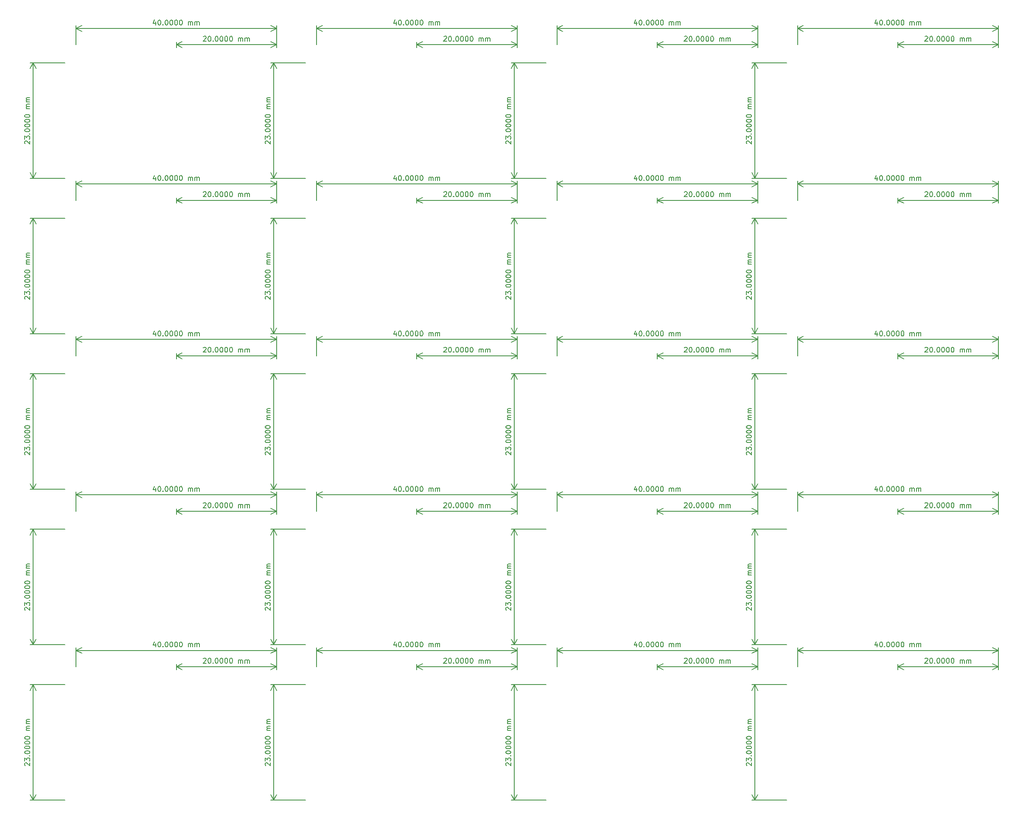
<source format=gbr>
%TF.GenerationSoftware,KiCad,Pcbnew,7.0.6+dfsg-1*%
%TF.CreationDate,2023-08-23T14:28:08+02:00*%
%TF.ProjectId,GPDI_ULX3S_panel,47504449-5f55-44c5-9833-535f70616e65,1.6*%
%TF.SameCoordinates,Original*%
%TF.FileFunction,OtherDrawing,Comment*%
%FSLAX46Y46*%
G04 Gerber Fmt 4.6, Leading zero omitted, Abs format (unit mm)*
G04 Created by KiCad (PCBNEW 7.0.6+dfsg-1) date 2023-08-23 14:28:08*
%MOMM*%
%LPD*%
G01*
G04 APERTURE LIST*
%ADD10C,0.150000*%
G04 APERTURE END LIST*
D10*
X190352411Y-187094046D02*
X190304792Y-187046427D01*
X190304792Y-187046427D02*
X190257173Y-186951189D01*
X190257173Y-186951189D02*
X190257173Y-186713094D01*
X190257173Y-186713094D02*
X190304792Y-186617856D01*
X190304792Y-186617856D02*
X190352411Y-186570237D01*
X190352411Y-186570237D02*
X190447649Y-186522618D01*
X190447649Y-186522618D02*
X190542887Y-186522618D01*
X190542887Y-186522618D02*
X190685744Y-186570237D01*
X190685744Y-186570237D02*
X191257173Y-187141665D01*
X191257173Y-187141665D02*
X191257173Y-186522618D01*
X190257173Y-186189284D02*
X190257173Y-185570237D01*
X190257173Y-185570237D02*
X190638125Y-185903570D01*
X190638125Y-185903570D02*
X190638125Y-185760713D01*
X190638125Y-185760713D02*
X190685744Y-185665475D01*
X190685744Y-185665475D02*
X190733363Y-185617856D01*
X190733363Y-185617856D02*
X190828601Y-185570237D01*
X190828601Y-185570237D02*
X191066696Y-185570237D01*
X191066696Y-185570237D02*
X191161934Y-185617856D01*
X191161934Y-185617856D02*
X191209554Y-185665475D01*
X191209554Y-185665475D02*
X191257173Y-185760713D01*
X191257173Y-185760713D02*
X191257173Y-186046427D01*
X191257173Y-186046427D02*
X191209554Y-186141665D01*
X191209554Y-186141665D02*
X191161934Y-186189284D01*
X191161934Y-185141665D02*
X191209554Y-185094046D01*
X191209554Y-185094046D02*
X191257173Y-185141665D01*
X191257173Y-185141665D02*
X191209554Y-185189284D01*
X191209554Y-185189284D02*
X191161934Y-185141665D01*
X191161934Y-185141665D02*
X191257173Y-185141665D01*
X190257173Y-184474999D02*
X190257173Y-184379761D01*
X190257173Y-184379761D02*
X190304792Y-184284523D01*
X190304792Y-184284523D02*
X190352411Y-184236904D01*
X190352411Y-184236904D02*
X190447649Y-184189285D01*
X190447649Y-184189285D02*
X190638125Y-184141666D01*
X190638125Y-184141666D02*
X190876220Y-184141666D01*
X190876220Y-184141666D02*
X191066696Y-184189285D01*
X191066696Y-184189285D02*
X191161934Y-184236904D01*
X191161934Y-184236904D02*
X191209554Y-184284523D01*
X191209554Y-184284523D02*
X191257173Y-184379761D01*
X191257173Y-184379761D02*
X191257173Y-184474999D01*
X191257173Y-184474999D02*
X191209554Y-184570237D01*
X191209554Y-184570237D02*
X191161934Y-184617856D01*
X191161934Y-184617856D02*
X191066696Y-184665475D01*
X191066696Y-184665475D02*
X190876220Y-184713094D01*
X190876220Y-184713094D02*
X190638125Y-184713094D01*
X190638125Y-184713094D02*
X190447649Y-184665475D01*
X190447649Y-184665475D02*
X190352411Y-184617856D01*
X190352411Y-184617856D02*
X190304792Y-184570237D01*
X190304792Y-184570237D02*
X190257173Y-184474999D01*
X190257173Y-183522618D02*
X190257173Y-183427380D01*
X190257173Y-183427380D02*
X190304792Y-183332142D01*
X190304792Y-183332142D02*
X190352411Y-183284523D01*
X190352411Y-183284523D02*
X190447649Y-183236904D01*
X190447649Y-183236904D02*
X190638125Y-183189285D01*
X190638125Y-183189285D02*
X190876220Y-183189285D01*
X190876220Y-183189285D02*
X191066696Y-183236904D01*
X191066696Y-183236904D02*
X191161934Y-183284523D01*
X191161934Y-183284523D02*
X191209554Y-183332142D01*
X191209554Y-183332142D02*
X191257173Y-183427380D01*
X191257173Y-183427380D02*
X191257173Y-183522618D01*
X191257173Y-183522618D02*
X191209554Y-183617856D01*
X191209554Y-183617856D02*
X191161934Y-183665475D01*
X191161934Y-183665475D02*
X191066696Y-183713094D01*
X191066696Y-183713094D02*
X190876220Y-183760713D01*
X190876220Y-183760713D02*
X190638125Y-183760713D01*
X190638125Y-183760713D02*
X190447649Y-183713094D01*
X190447649Y-183713094D02*
X190352411Y-183665475D01*
X190352411Y-183665475D02*
X190304792Y-183617856D01*
X190304792Y-183617856D02*
X190257173Y-183522618D01*
X190257173Y-182570237D02*
X190257173Y-182474999D01*
X190257173Y-182474999D02*
X190304792Y-182379761D01*
X190304792Y-182379761D02*
X190352411Y-182332142D01*
X190352411Y-182332142D02*
X190447649Y-182284523D01*
X190447649Y-182284523D02*
X190638125Y-182236904D01*
X190638125Y-182236904D02*
X190876220Y-182236904D01*
X190876220Y-182236904D02*
X191066696Y-182284523D01*
X191066696Y-182284523D02*
X191161934Y-182332142D01*
X191161934Y-182332142D02*
X191209554Y-182379761D01*
X191209554Y-182379761D02*
X191257173Y-182474999D01*
X191257173Y-182474999D02*
X191257173Y-182570237D01*
X191257173Y-182570237D02*
X191209554Y-182665475D01*
X191209554Y-182665475D02*
X191161934Y-182713094D01*
X191161934Y-182713094D02*
X191066696Y-182760713D01*
X191066696Y-182760713D02*
X190876220Y-182808332D01*
X190876220Y-182808332D02*
X190638125Y-182808332D01*
X190638125Y-182808332D02*
X190447649Y-182760713D01*
X190447649Y-182760713D02*
X190352411Y-182713094D01*
X190352411Y-182713094D02*
X190304792Y-182665475D01*
X190304792Y-182665475D02*
X190257173Y-182570237D01*
X190257173Y-181617856D02*
X190257173Y-181522618D01*
X190257173Y-181522618D02*
X190304792Y-181427380D01*
X190304792Y-181427380D02*
X190352411Y-181379761D01*
X190352411Y-181379761D02*
X190447649Y-181332142D01*
X190447649Y-181332142D02*
X190638125Y-181284523D01*
X190638125Y-181284523D02*
X190876220Y-181284523D01*
X190876220Y-181284523D02*
X191066696Y-181332142D01*
X191066696Y-181332142D02*
X191161934Y-181379761D01*
X191161934Y-181379761D02*
X191209554Y-181427380D01*
X191209554Y-181427380D02*
X191257173Y-181522618D01*
X191257173Y-181522618D02*
X191257173Y-181617856D01*
X191257173Y-181617856D02*
X191209554Y-181713094D01*
X191209554Y-181713094D02*
X191161934Y-181760713D01*
X191161934Y-181760713D02*
X191066696Y-181808332D01*
X191066696Y-181808332D02*
X190876220Y-181855951D01*
X190876220Y-181855951D02*
X190638125Y-181855951D01*
X190638125Y-181855951D02*
X190447649Y-181808332D01*
X190447649Y-181808332D02*
X190352411Y-181760713D01*
X190352411Y-181760713D02*
X190304792Y-181713094D01*
X190304792Y-181713094D02*
X190257173Y-181617856D01*
X191257173Y-180094046D02*
X190590506Y-180094046D01*
X190685744Y-180094046D02*
X190638125Y-180046427D01*
X190638125Y-180046427D02*
X190590506Y-179951189D01*
X190590506Y-179951189D02*
X190590506Y-179808332D01*
X190590506Y-179808332D02*
X190638125Y-179713094D01*
X190638125Y-179713094D02*
X190733363Y-179665475D01*
X190733363Y-179665475D02*
X191257173Y-179665475D01*
X190733363Y-179665475D02*
X190638125Y-179617856D01*
X190638125Y-179617856D02*
X190590506Y-179522618D01*
X190590506Y-179522618D02*
X190590506Y-179379761D01*
X190590506Y-179379761D02*
X190638125Y-179284522D01*
X190638125Y-179284522D02*
X190733363Y-179236903D01*
X190733363Y-179236903D02*
X191257173Y-179236903D01*
X191257173Y-178760713D02*
X190590506Y-178760713D01*
X190685744Y-178760713D02*
X190638125Y-178713094D01*
X190638125Y-178713094D02*
X190590506Y-178617856D01*
X190590506Y-178617856D02*
X190590506Y-178474999D01*
X190590506Y-178474999D02*
X190638125Y-178379761D01*
X190638125Y-178379761D02*
X190733363Y-178332142D01*
X190733363Y-178332142D02*
X191257173Y-178332142D01*
X190733363Y-178332142D02*
X190638125Y-178284523D01*
X190638125Y-178284523D02*
X190590506Y-178189285D01*
X190590506Y-178189285D02*
X190590506Y-178046428D01*
X190590506Y-178046428D02*
X190638125Y-177951189D01*
X190638125Y-177951189D02*
X190733363Y-177903570D01*
X190733363Y-177903570D02*
X191257173Y-177903570D01*
X198302353Y-193975000D02*
X191365934Y-193975000D01*
X198302353Y-170975000D02*
X191365934Y-170975000D01*
X191952354Y-193975000D02*
X191952354Y-170975000D01*
X191952354Y-193975000D02*
X191952354Y-170975000D01*
X191952354Y-193975000D02*
X191365933Y-192848496D01*
X191952354Y-193975000D02*
X192538775Y-192848496D01*
X191952354Y-170975000D02*
X192538775Y-172101504D01*
X191952354Y-170975000D02*
X191365933Y-172101504D01*
X177883404Y-134775057D02*
X177931023Y-134727438D01*
X177931023Y-134727438D02*
X178026261Y-134679819D01*
X178026261Y-134679819D02*
X178264356Y-134679819D01*
X178264356Y-134679819D02*
X178359594Y-134727438D01*
X178359594Y-134727438D02*
X178407213Y-134775057D01*
X178407213Y-134775057D02*
X178454832Y-134870295D01*
X178454832Y-134870295D02*
X178454832Y-134965533D01*
X178454832Y-134965533D02*
X178407213Y-135108390D01*
X178407213Y-135108390D02*
X177835785Y-135679819D01*
X177835785Y-135679819D02*
X178454832Y-135679819D01*
X179073880Y-134679819D02*
X179169118Y-134679819D01*
X179169118Y-134679819D02*
X179264356Y-134727438D01*
X179264356Y-134727438D02*
X179311975Y-134775057D01*
X179311975Y-134775057D02*
X179359594Y-134870295D01*
X179359594Y-134870295D02*
X179407213Y-135060771D01*
X179407213Y-135060771D02*
X179407213Y-135298866D01*
X179407213Y-135298866D02*
X179359594Y-135489342D01*
X179359594Y-135489342D02*
X179311975Y-135584580D01*
X179311975Y-135584580D02*
X179264356Y-135632200D01*
X179264356Y-135632200D02*
X179169118Y-135679819D01*
X179169118Y-135679819D02*
X179073880Y-135679819D01*
X179073880Y-135679819D02*
X178978642Y-135632200D01*
X178978642Y-135632200D02*
X178931023Y-135584580D01*
X178931023Y-135584580D02*
X178883404Y-135489342D01*
X178883404Y-135489342D02*
X178835785Y-135298866D01*
X178835785Y-135298866D02*
X178835785Y-135060771D01*
X178835785Y-135060771D02*
X178883404Y-134870295D01*
X178883404Y-134870295D02*
X178931023Y-134775057D01*
X178931023Y-134775057D02*
X178978642Y-134727438D01*
X178978642Y-134727438D02*
X179073880Y-134679819D01*
X179835785Y-135584580D02*
X179883404Y-135632200D01*
X179883404Y-135632200D02*
X179835785Y-135679819D01*
X179835785Y-135679819D02*
X179788166Y-135632200D01*
X179788166Y-135632200D02*
X179835785Y-135584580D01*
X179835785Y-135584580D02*
X179835785Y-135679819D01*
X180502451Y-134679819D02*
X180597689Y-134679819D01*
X180597689Y-134679819D02*
X180692927Y-134727438D01*
X180692927Y-134727438D02*
X180740546Y-134775057D01*
X180740546Y-134775057D02*
X180788165Y-134870295D01*
X180788165Y-134870295D02*
X180835784Y-135060771D01*
X180835784Y-135060771D02*
X180835784Y-135298866D01*
X180835784Y-135298866D02*
X180788165Y-135489342D01*
X180788165Y-135489342D02*
X180740546Y-135584580D01*
X180740546Y-135584580D02*
X180692927Y-135632200D01*
X180692927Y-135632200D02*
X180597689Y-135679819D01*
X180597689Y-135679819D02*
X180502451Y-135679819D01*
X180502451Y-135679819D02*
X180407213Y-135632200D01*
X180407213Y-135632200D02*
X180359594Y-135584580D01*
X180359594Y-135584580D02*
X180311975Y-135489342D01*
X180311975Y-135489342D02*
X180264356Y-135298866D01*
X180264356Y-135298866D02*
X180264356Y-135060771D01*
X180264356Y-135060771D02*
X180311975Y-134870295D01*
X180311975Y-134870295D02*
X180359594Y-134775057D01*
X180359594Y-134775057D02*
X180407213Y-134727438D01*
X180407213Y-134727438D02*
X180502451Y-134679819D01*
X181454832Y-134679819D02*
X181550070Y-134679819D01*
X181550070Y-134679819D02*
X181645308Y-134727438D01*
X181645308Y-134727438D02*
X181692927Y-134775057D01*
X181692927Y-134775057D02*
X181740546Y-134870295D01*
X181740546Y-134870295D02*
X181788165Y-135060771D01*
X181788165Y-135060771D02*
X181788165Y-135298866D01*
X181788165Y-135298866D02*
X181740546Y-135489342D01*
X181740546Y-135489342D02*
X181692927Y-135584580D01*
X181692927Y-135584580D02*
X181645308Y-135632200D01*
X181645308Y-135632200D02*
X181550070Y-135679819D01*
X181550070Y-135679819D02*
X181454832Y-135679819D01*
X181454832Y-135679819D02*
X181359594Y-135632200D01*
X181359594Y-135632200D02*
X181311975Y-135584580D01*
X181311975Y-135584580D02*
X181264356Y-135489342D01*
X181264356Y-135489342D02*
X181216737Y-135298866D01*
X181216737Y-135298866D02*
X181216737Y-135060771D01*
X181216737Y-135060771D02*
X181264356Y-134870295D01*
X181264356Y-134870295D02*
X181311975Y-134775057D01*
X181311975Y-134775057D02*
X181359594Y-134727438D01*
X181359594Y-134727438D02*
X181454832Y-134679819D01*
X182407213Y-134679819D02*
X182502451Y-134679819D01*
X182502451Y-134679819D02*
X182597689Y-134727438D01*
X182597689Y-134727438D02*
X182645308Y-134775057D01*
X182645308Y-134775057D02*
X182692927Y-134870295D01*
X182692927Y-134870295D02*
X182740546Y-135060771D01*
X182740546Y-135060771D02*
X182740546Y-135298866D01*
X182740546Y-135298866D02*
X182692927Y-135489342D01*
X182692927Y-135489342D02*
X182645308Y-135584580D01*
X182645308Y-135584580D02*
X182597689Y-135632200D01*
X182597689Y-135632200D02*
X182502451Y-135679819D01*
X182502451Y-135679819D02*
X182407213Y-135679819D01*
X182407213Y-135679819D02*
X182311975Y-135632200D01*
X182311975Y-135632200D02*
X182264356Y-135584580D01*
X182264356Y-135584580D02*
X182216737Y-135489342D01*
X182216737Y-135489342D02*
X182169118Y-135298866D01*
X182169118Y-135298866D02*
X182169118Y-135060771D01*
X182169118Y-135060771D02*
X182216737Y-134870295D01*
X182216737Y-134870295D02*
X182264356Y-134775057D01*
X182264356Y-134775057D02*
X182311975Y-134727438D01*
X182311975Y-134727438D02*
X182407213Y-134679819D01*
X183359594Y-134679819D02*
X183454832Y-134679819D01*
X183454832Y-134679819D02*
X183550070Y-134727438D01*
X183550070Y-134727438D02*
X183597689Y-134775057D01*
X183597689Y-134775057D02*
X183645308Y-134870295D01*
X183645308Y-134870295D02*
X183692927Y-135060771D01*
X183692927Y-135060771D02*
X183692927Y-135298866D01*
X183692927Y-135298866D02*
X183645308Y-135489342D01*
X183645308Y-135489342D02*
X183597689Y-135584580D01*
X183597689Y-135584580D02*
X183550070Y-135632200D01*
X183550070Y-135632200D02*
X183454832Y-135679819D01*
X183454832Y-135679819D02*
X183359594Y-135679819D01*
X183359594Y-135679819D02*
X183264356Y-135632200D01*
X183264356Y-135632200D02*
X183216737Y-135584580D01*
X183216737Y-135584580D02*
X183169118Y-135489342D01*
X183169118Y-135489342D02*
X183121499Y-135298866D01*
X183121499Y-135298866D02*
X183121499Y-135060771D01*
X183121499Y-135060771D02*
X183169118Y-134870295D01*
X183169118Y-134870295D02*
X183216737Y-134775057D01*
X183216737Y-134775057D02*
X183264356Y-134727438D01*
X183264356Y-134727438D02*
X183359594Y-134679819D01*
X184883404Y-135679819D02*
X184883404Y-135013152D01*
X184883404Y-135108390D02*
X184931023Y-135060771D01*
X184931023Y-135060771D02*
X185026261Y-135013152D01*
X185026261Y-135013152D02*
X185169118Y-135013152D01*
X185169118Y-135013152D02*
X185264356Y-135060771D01*
X185264356Y-135060771D02*
X185311975Y-135156009D01*
X185311975Y-135156009D02*
X185311975Y-135679819D01*
X185311975Y-135156009D02*
X185359594Y-135060771D01*
X185359594Y-135060771D02*
X185454832Y-135013152D01*
X185454832Y-135013152D02*
X185597689Y-135013152D01*
X185597689Y-135013152D02*
X185692928Y-135060771D01*
X185692928Y-135060771D02*
X185740547Y-135156009D01*
X185740547Y-135156009D02*
X185740547Y-135679819D01*
X186216737Y-135679819D02*
X186216737Y-135013152D01*
X186216737Y-135108390D02*
X186264356Y-135060771D01*
X186264356Y-135060771D02*
X186359594Y-135013152D01*
X186359594Y-135013152D02*
X186502451Y-135013152D01*
X186502451Y-135013152D02*
X186597689Y-135060771D01*
X186597689Y-135060771D02*
X186645308Y-135156009D01*
X186645308Y-135156009D02*
X186645308Y-135679819D01*
X186645308Y-135156009D02*
X186692927Y-135060771D01*
X186692927Y-135060771D02*
X186788165Y-135013152D01*
X186788165Y-135013152D02*
X186931022Y-135013152D01*
X186931022Y-135013152D02*
X187026261Y-135060771D01*
X187026261Y-135060771D02*
X187073880Y-135156009D01*
X187073880Y-135156009D02*
X187073880Y-135679819D01*
X172502451Y-135875000D02*
X172502451Y-136961420D01*
X192502451Y-135875000D02*
X192502451Y-136961420D01*
X172502451Y-136375000D02*
X192502451Y-136375000D01*
X172502451Y-136375000D02*
X192502451Y-136375000D01*
X172502451Y-136375000D02*
X173628955Y-135788579D01*
X172502451Y-136375000D02*
X173628955Y-136961421D01*
X192502451Y-136375000D02*
X191375947Y-136961421D01*
X192502451Y-136375000D02*
X191375947Y-135788579D01*
X129883502Y-134775057D02*
X129931121Y-134727438D01*
X129931121Y-134727438D02*
X130026359Y-134679819D01*
X130026359Y-134679819D02*
X130264454Y-134679819D01*
X130264454Y-134679819D02*
X130359692Y-134727438D01*
X130359692Y-134727438D02*
X130407311Y-134775057D01*
X130407311Y-134775057D02*
X130454930Y-134870295D01*
X130454930Y-134870295D02*
X130454930Y-134965533D01*
X130454930Y-134965533D02*
X130407311Y-135108390D01*
X130407311Y-135108390D02*
X129835883Y-135679819D01*
X129835883Y-135679819D02*
X130454930Y-135679819D01*
X131073978Y-134679819D02*
X131169216Y-134679819D01*
X131169216Y-134679819D02*
X131264454Y-134727438D01*
X131264454Y-134727438D02*
X131312073Y-134775057D01*
X131312073Y-134775057D02*
X131359692Y-134870295D01*
X131359692Y-134870295D02*
X131407311Y-135060771D01*
X131407311Y-135060771D02*
X131407311Y-135298866D01*
X131407311Y-135298866D02*
X131359692Y-135489342D01*
X131359692Y-135489342D02*
X131312073Y-135584580D01*
X131312073Y-135584580D02*
X131264454Y-135632200D01*
X131264454Y-135632200D02*
X131169216Y-135679819D01*
X131169216Y-135679819D02*
X131073978Y-135679819D01*
X131073978Y-135679819D02*
X130978740Y-135632200D01*
X130978740Y-135632200D02*
X130931121Y-135584580D01*
X130931121Y-135584580D02*
X130883502Y-135489342D01*
X130883502Y-135489342D02*
X130835883Y-135298866D01*
X130835883Y-135298866D02*
X130835883Y-135060771D01*
X130835883Y-135060771D02*
X130883502Y-134870295D01*
X130883502Y-134870295D02*
X130931121Y-134775057D01*
X130931121Y-134775057D02*
X130978740Y-134727438D01*
X130978740Y-134727438D02*
X131073978Y-134679819D01*
X131835883Y-135584580D02*
X131883502Y-135632200D01*
X131883502Y-135632200D02*
X131835883Y-135679819D01*
X131835883Y-135679819D02*
X131788264Y-135632200D01*
X131788264Y-135632200D02*
X131835883Y-135584580D01*
X131835883Y-135584580D02*
X131835883Y-135679819D01*
X132502549Y-134679819D02*
X132597787Y-134679819D01*
X132597787Y-134679819D02*
X132693025Y-134727438D01*
X132693025Y-134727438D02*
X132740644Y-134775057D01*
X132740644Y-134775057D02*
X132788263Y-134870295D01*
X132788263Y-134870295D02*
X132835882Y-135060771D01*
X132835882Y-135060771D02*
X132835882Y-135298866D01*
X132835882Y-135298866D02*
X132788263Y-135489342D01*
X132788263Y-135489342D02*
X132740644Y-135584580D01*
X132740644Y-135584580D02*
X132693025Y-135632200D01*
X132693025Y-135632200D02*
X132597787Y-135679819D01*
X132597787Y-135679819D02*
X132502549Y-135679819D01*
X132502549Y-135679819D02*
X132407311Y-135632200D01*
X132407311Y-135632200D02*
X132359692Y-135584580D01*
X132359692Y-135584580D02*
X132312073Y-135489342D01*
X132312073Y-135489342D02*
X132264454Y-135298866D01*
X132264454Y-135298866D02*
X132264454Y-135060771D01*
X132264454Y-135060771D02*
X132312073Y-134870295D01*
X132312073Y-134870295D02*
X132359692Y-134775057D01*
X132359692Y-134775057D02*
X132407311Y-134727438D01*
X132407311Y-134727438D02*
X132502549Y-134679819D01*
X133454930Y-134679819D02*
X133550168Y-134679819D01*
X133550168Y-134679819D02*
X133645406Y-134727438D01*
X133645406Y-134727438D02*
X133693025Y-134775057D01*
X133693025Y-134775057D02*
X133740644Y-134870295D01*
X133740644Y-134870295D02*
X133788263Y-135060771D01*
X133788263Y-135060771D02*
X133788263Y-135298866D01*
X133788263Y-135298866D02*
X133740644Y-135489342D01*
X133740644Y-135489342D02*
X133693025Y-135584580D01*
X133693025Y-135584580D02*
X133645406Y-135632200D01*
X133645406Y-135632200D02*
X133550168Y-135679819D01*
X133550168Y-135679819D02*
X133454930Y-135679819D01*
X133454930Y-135679819D02*
X133359692Y-135632200D01*
X133359692Y-135632200D02*
X133312073Y-135584580D01*
X133312073Y-135584580D02*
X133264454Y-135489342D01*
X133264454Y-135489342D02*
X133216835Y-135298866D01*
X133216835Y-135298866D02*
X133216835Y-135060771D01*
X133216835Y-135060771D02*
X133264454Y-134870295D01*
X133264454Y-134870295D02*
X133312073Y-134775057D01*
X133312073Y-134775057D02*
X133359692Y-134727438D01*
X133359692Y-134727438D02*
X133454930Y-134679819D01*
X134407311Y-134679819D02*
X134502549Y-134679819D01*
X134502549Y-134679819D02*
X134597787Y-134727438D01*
X134597787Y-134727438D02*
X134645406Y-134775057D01*
X134645406Y-134775057D02*
X134693025Y-134870295D01*
X134693025Y-134870295D02*
X134740644Y-135060771D01*
X134740644Y-135060771D02*
X134740644Y-135298866D01*
X134740644Y-135298866D02*
X134693025Y-135489342D01*
X134693025Y-135489342D02*
X134645406Y-135584580D01*
X134645406Y-135584580D02*
X134597787Y-135632200D01*
X134597787Y-135632200D02*
X134502549Y-135679819D01*
X134502549Y-135679819D02*
X134407311Y-135679819D01*
X134407311Y-135679819D02*
X134312073Y-135632200D01*
X134312073Y-135632200D02*
X134264454Y-135584580D01*
X134264454Y-135584580D02*
X134216835Y-135489342D01*
X134216835Y-135489342D02*
X134169216Y-135298866D01*
X134169216Y-135298866D02*
X134169216Y-135060771D01*
X134169216Y-135060771D02*
X134216835Y-134870295D01*
X134216835Y-134870295D02*
X134264454Y-134775057D01*
X134264454Y-134775057D02*
X134312073Y-134727438D01*
X134312073Y-134727438D02*
X134407311Y-134679819D01*
X135359692Y-134679819D02*
X135454930Y-134679819D01*
X135454930Y-134679819D02*
X135550168Y-134727438D01*
X135550168Y-134727438D02*
X135597787Y-134775057D01*
X135597787Y-134775057D02*
X135645406Y-134870295D01*
X135645406Y-134870295D02*
X135693025Y-135060771D01*
X135693025Y-135060771D02*
X135693025Y-135298866D01*
X135693025Y-135298866D02*
X135645406Y-135489342D01*
X135645406Y-135489342D02*
X135597787Y-135584580D01*
X135597787Y-135584580D02*
X135550168Y-135632200D01*
X135550168Y-135632200D02*
X135454930Y-135679819D01*
X135454930Y-135679819D02*
X135359692Y-135679819D01*
X135359692Y-135679819D02*
X135264454Y-135632200D01*
X135264454Y-135632200D02*
X135216835Y-135584580D01*
X135216835Y-135584580D02*
X135169216Y-135489342D01*
X135169216Y-135489342D02*
X135121597Y-135298866D01*
X135121597Y-135298866D02*
X135121597Y-135060771D01*
X135121597Y-135060771D02*
X135169216Y-134870295D01*
X135169216Y-134870295D02*
X135216835Y-134775057D01*
X135216835Y-134775057D02*
X135264454Y-134727438D01*
X135264454Y-134727438D02*
X135359692Y-134679819D01*
X136883502Y-135679819D02*
X136883502Y-135013152D01*
X136883502Y-135108390D02*
X136931121Y-135060771D01*
X136931121Y-135060771D02*
X137026359Y-135013152D01*
X137026359Y-135013152D02*
X137169216Y-135013152D01*
X137169216Y-135013152D02*
X137264454Y-135060771D01*
X137264454Y-135060771D02*
X137312073Y-135156009D01*
X137312073Y-135156009D02*
X137312073Y-135679819D01*
X137312073Y-135156009D02*
X137359692Y-135060771D01*
X137359692Y-135060771D02*
X137454930Y-135013152D01*
X137454930Y-135013152D02*
X137597787Y-135013152D01*
X137597787Y-135013152D02*
X137693026Y-135060771D01*
X137693026Y-135060771D02*
X137740645Y-135156009D01*
X137740645Y-135156009D02*
X137740645Y-135679819D01*
X138216835Y-135679819D02*
X138216835Y-135013152D01*
X138216835Y-135108390D02*
X138264454Y-135060771D01*
X138264454Y-135060771D02*
X138359692Y-135013152D01*
X138359692Y-135013152D02*
X138502549Y-135013152D01*
X138502549Y-135013152D02*
X138597787Y-135060771D01*
X138597787Y-135060771D02*
X138645406Y-135156009D01*
X138645406Y-135156009D02*
X138645406Y-135679819D01*
X138645406Y-135156009D02*
X138693025Y-135060771D01*
X138693025Y-135060771D02*
X138788263Y-135013152D01*
X138788263Y-135013152D02*
X138931120Y-135013152D01*
X138931120Y-135013152D02*
X139026359Y-135060771D01*
X139026359Y-135060771D02*
X139073978Y-135156009D01*
X139073978Y-135156009D02*
X139073978Y-135679819D01*
X124502549Y-135875000D02*
X124502549Y-136961420D01*
X144502549Y-135875000D02*
X144502549Y-136961420D01*
X124502549Y-136375000D02*
X144502549Y-136375000D01*
X124502549Y-136375000D02*
X144502549Y-136375000D01*
X124502549Y-136375000D02*
X125629053Y-135788579D01*
X124502549Y-136375000D02*
X125629053Y-136961421D01*
X144502549Y-136375000D02*
X143376045Y-136961421D01*
X144502549Y-136375000D02*
X143376045Y-135788579D01*
X177883404Y-72775057D02*
X177931023Y-72727438D01*
X177931023Y-72727438D02*
X178026261Y-72679819D01*
X178026261Y-72679819D02*
X178264356Y-72679819D01*
X178264356Y-72679819D02*
X178359594Y-72727438D01*
X178359594Y-72727438D02*
X178407213Y-72775057D01*
X178407213Y-72775057D02*
X178454832Y-72870295D01*
X178454832Y-72870295D02*
X178454832Y-72965533D01*
X178454832Y-72965533D02*
X178407213Y-73108390D01*
X178407213Y-73108390D02*
X177835785Y-73679819D01*
X177835785Y-73679819D02*
X178454832Y-73679819D01*
X179073880Y-72679819D02*
X179169118Y-72679819D01*
X179169118Y-72679819D02*
X179264356Y-72727438D01*
X179264356Y-72727438D02*
X179311975Y-72775057D01*
X179311975Y-72775057D02*
X179359594Y-72870295D01*
X179359594Y-72870295D02*
X179407213Y-73060771D01*
X179407213Y-73060771D02*
X179407213Y-73298866D01*
X179407213Y-73298866D02*
X179359594Y-73489342D01*
X179359594Y-73489342D02*
X179311975Y-73584580D01*
X179311975Y-73584580D02*
X179264356Y-73632200D01*
X179264356Y-73632200D02*
X179169118Y-73679819D01*
X179169118Y-73679819D02*
X179073880Y-73679819D01*
X179073880Y-73679819D02*
X178978642Y-73632200D01*
X178978642Y-73632200D02*
X178931023Y-73584580D01*
X178931023Y-73584580D02*
X178883404Y-73489342D01*
X178883404Y-73489342D02*
X178835785Y-73298866D01*
X178835785Y-73298866D02*
X178835785Y-73060771D01*
X178835785Y-73060771D02*
X178883404Y-72870295D01*
X178883404Y-72870295D02*
X178931023Y-72775057D01*
X178931023Y-72775057D02*
X178978642Y-72727438D01*
X178978642Y-72727438D02*
X179073880Y-72679819D01*
X179835785Y-73584580D02*
X179883404Y-73632200D01*
X179883404Y-73632200D02*
X179835785Y-73679819D01*
X179835785Y-73679819D02*
X179788166Y-73632200D01*
X179788166Y-73632200D02*
X179835785Y-73584580D01*
X179835785Y-73584580D02*
X179835785Y-73679819D01*
X180502451Y-72679819D02*
X180597689Y-72679819D01*
X180597689Y-72679819D02*
X180692927Y-72727438D01*
X180692927Y-72727438D02*
X180740546Y-72775057D01*
X180740546Y-72775057D02*
X180788165Y-72870295D01*
X180788165Y-72870295D02*
X180835784Y-73060771D01*
X180835784Y-73060771D02*
X180835784Y-73298866D01*
X180835784Y-73298866D02*
X180788165Y-73489342D01*
X180788165Y-73489342D02*
X180740546Y-73584580D01*
X180740546Y-73584580D02*
X180692927Y-73632200D01*
X180692927Y-73632200D02*
X180597689Y-73679819D01*
X180597689Y-73679819D02*
X180502451Y-73679819D01*
X180502451Y-73679819D02*
X180407213Y-73632200D01*
X180407213Y-73632200D02*
X180359594Y-73584580D01*
X180359594Y-73584580D02*
X180311975Y-73489342D01*
X180311975Y-73489342D02*
X180264356Y-73298866D01*
X180264356Y-73298866D02*
X180264356Y-73060771D01*
X180264356Y-73060771D02*
X180311975Y-72870295D01*
X180311975Y-72870295D02*
X180359594Y-72775057D01*
X180359594Y-72775057D02*
X180407213Y-72727438D01*
X180407213Y-72727438D02*
X180502451Y-72679819D01*
X181454832Y-72679819D02*
X181550070Y-72679819D01*
X181550070Y-72679819D02*
X181645308Y-72727438D01*
X181645308Y-72727438D02*
X181692927Y-72775057D01*
X181692927Y-72775057D02*
X181740546Y-72870295D01*
X181740546Y-72870295D02*
X181788165Y-73060771D01*
X181788165Y-73060771D02*
X181788165Y-73298866D01*
X181788165Y-73298866D02*
X181740546Y-73489342D01*
X181740546Y-73489342D02*
X181692927Y-73584580D01*
X181692927Y-73584580D02*
X181645308Y-73632200D01*
X181645308Y-73632200D02*
X181550070Y-73679819D01*
X181550070Y-73679819D02*
X181454832Y-73679819D01*
X181454832Y-73679819D02*
X181359594Y-73632200D01*
X181359594Y-73632200D02*
X181311975Y-73584580D01*
X181311975Y-73584580D02*
X181264356Y-73489342D01*
X181264356Y-73489342D02*
X181216737Y-73298866D01*
X181216737Y-73298866D02*
X181216737Y-73060771D01*
X181216737Y-73060771D02*
X181264356Y-72870295D01*
X181264356Y-72870295D02*
X181311975Y-72775057D01*
X181311975Y-72775057D02*
X181359594Y-72727438D01*
X181359594Y-72727438D02*
X181454832Y-72679819D01*
X182407213Y-72679819D02*
X182502451Y-72679819D01*
X182502451Y-72679819D02*
X182597689Y-72727438D01*
X182597689Y-72727438D02*
X182645308Y-72775057D01*
X182645308Y-72775057D02*
X182692927Y-72870295D01*
X182692927Y-72870295D02*
X182740546Y-73060771D01*
X182740546Y-73060771D02*
X182740546Y-73298866D01*
X182740546Y-73298866D02*
X182692927Y-73489342D01*
X182692927Y-73489342D02*
X182645308Y-73584580D01*
X182645308Y-73584580D02*
X182597689Y-73632200D01*
X182597689Y-73632200D02*
X182502451Y-73679819D01*
X182502451Y-73679819D02*
X182407213Y-73679819D01*
X182407213Y-73679819D02*
X182311975Y-73632200D01*
X182311975Y-73632200D02*
X182264356Y-73584580D01*
X182264356Y-73584580D02*
X182216737Y-73489342D01*
X182216737Y-73489342D02*
X182169118Y-73298866D01*
X182169118Y-73298866D02*
X182169118Y-73060771D01*
X182169118Y-73060771D02*
X182216737Y-72870295D01*
X182216737Y-72870295D02*
X182264356Y-72775057D01*
X182264356Y-72775057D02*
X182311975Y-72727438D01*
X182311975Y-72727438D02*
X182407213Y-72679819D01*
X183359594Y-72679819D02*
X183454832Y-72679819D01*
X183454832Y-72679819D02*
X183550070Y-72727438D01*
X183550070Y-72727438D02*
X183597689Y-72775057D01*
X183597689Y-72775057D02*
X183645308Y-72870295D01*
X183645308Y-72870295D02*
X183692927Y-73060771D01*
X183692927Y-73060771D02*
X183692927Y-73298866D01*
X183692927Y-73298866D02*
X183645308Y-73489342D01*
X183645308Y-73489342D02*
X183597689Y-73584580D01*
X183597689Y-73584580D02*
X183550070Y-73632200D01*
X183550070Y-73632200D02*
X183454832Y-73679819D01*
X183454832Y-73679819D02*
X183359594Y-73679819D01*
X183359594Y-73679819D02*
X183264356Y-73632200D01*
X183264356Y-73632200D02*
X183216737Y-73584580D01*
X183216737Y-73584580D02*
X183169118Y-73489342D01*
X183169118Y-73489342D02*
X183121499Y-73298866D01*
X183121499Y-73298866D02*
X183121499Y-73060771D01*
X183121499Y-73060771D02*
X183169118Y-72870295D01*
X183169118Y-72870295D02*
X183216737Y-72775057D01*
X183216737Y-72775057D02*
X183264356Y-72727438D01*
X183264356Y-72727438D02*
X183359594Y-72679819D01*
X184883404Y-73679819D02*
X184883404Y-73013152D01*
X184883404Y-73108390D02*
X184931023Y-73060771D01*
X184931023Y-73060771D02*
X185026261Y-73013152D01*
X185026261Y-73013152D02*
X185169118Y-73013152D01*
X185169118Y-73013152D02*
X185264356Y-73060771D01*
X185264356Y-73060771D02*
X185311975Y-73156009D01*
X185311975Y-73156009D02*
X185311975Y-73679819D01*
X185311975Y-73156009D02*
X185359594Y-73060771D01*
X185359594Y-73060771D02*
X185454832Y-73013152D01*
X185454832Y-73013152D02*
X185597689Y-73013152D01*
X185597689Y-73013152D02*
X185692928Y-73060771D01*
X185692928Y-73060771D02*
X185740547Y-73156009D01*
X185740547Y-73156009D02*
X185740547Y-73679819D01*
X186216737Y-73679819D02*
X186216737Y-73013152D01*
X186216737Y-73108390D02*
X186264356Y-73060771D01*
X186264356Y-73060771D02*
X186359594Y-73013152D01*
X186359594Y-73013152D02*
X186502451Y-73013152D01*
X186502451Y-73013152D02*
X186597689Y-73060771D01*
X186597689Y-73060771D02*
X186645308Y-73156009D01*
X186645308Y-73156009D02*
X186645308Y-73679819D01*
X186645308Y-73156009D02*
X186692927Y-73060771D01*
X186692927Y-73060771D02*
X186788165Y-73013152D01*
X186788165Y-73013152D02*
X186931022Y-73013152D01*
X186931022Y-73013152D02*
X187026261Y-73060771D01*
X187026261Y-73060771D02*
X187073880Y-73156009D01*
X187073880Y-73156009D02*
X187073880Y-73679819D01*
X172502451Y-73875000D02*
X172502451Y-74961420D01*
X192502451Y-73875000D02*
X192502451Y-74961420D01*
X172502451Y-74375000D02*
X192502451Y-74375000D01*
X172502451Y-74375000D02*
X192502451Y-74375000D01*
X172502451Y-74375000D02*
X173628955Y-73788579D01*
X172502451Y-74375000D02*
X173628955Y-74961421D01*
X192502451Y-74375000D02*
X191375947Y-74961421D01*
X192502451Y-74375000D02*
X191375947Y-73788579D01*
X177883404Y-41775057D02*
X177931023Y-41727438D01*
X177931023Y-41727438D02*
X178026261Y-41679819D01*
X178026261Y-41679819D02*
X178264356Y-41679819D01*
X178264356Y-41679819D02*
X178359594Y-41727438D01*
X178359594Y-41727438D02*
X178407213Y-41775057D01*
X178407213Y-41775057D02*
X178454832Y-41870295D01*
X178454832Y-41870295D02*
X178454832Y-41965533D01*
X178454832Y-41965533D02*
X178407213Y-42108390D01*
X178407213Y-42108390D02*
X177835785Y-42679819D01*
X177835785Y-42679819D02*
X178454832Y-42679819D01*
X179073880Y-41679819D02*
X179169118Y-41679819D01*
X179169118Y-41679819D02*
X179264356Y-41727438D01*
X179264356Y-41727438D02*
X179311975Y-41775057D01*
X179311975Y-41775057D02*
X179359594Y-41870295D01*
X179359594Y-41870295D02*
X179407213Y-42060771D01*
X179407213Y-42060771D02*
X179407213Y-42298866D01*
X179407213Y-42298866D02*
X179359594Y-42489342D01*
X179359594Y-42489342D02*
X179311975Y-42584580D01*
X179311975Y-42584580D02*
X179264356Y-42632200D01*
X179264356Y-42632200D02*
X179169118Y-42679819D01*
X179169118Y-42679819D02*
X179073880Y-42679819D01*
X179073880Y-42679819D02*
X178978642Y-42632200D01*
X178978642Y-42632200D02*
X178931023Y-42584580D01*
X178931023Y-42584580D02*
X178883404Y-42489342D01*
X178883404Y-42489342D02*
X178835785Y-42298866D01*
X178835785Y-42298866D02*
X178835785Y-42060771D01*
X178835785Y-42060771D02*
X178883404Y-41870295D01*
X178883404Y-41870295D02*
X178931023Y-41775057D01*
X178931023Y-41775057D02*
X178978642Y-41727438D01*
X178978642Y-41727438D02*
X179073880Y-41679819D01*
X179835785Y-42584580D02*
X179883404Y-42632200D01*
X179883404Y-42632200D02*
X179835785Y-42679819D01*
X179835785Y-42679819D02*
X179788166Y-42632200D01*
X179788166Y-42632200D02*
X179835785Y-42584580D01*
X179835785Y-42584580D02*
X179835785Y-42679819D01*
X180502451Y-41679819D02*
X180597689Y-41679819D01*
X180597689Y-41679819D02*
X180692927Y-41727438D01*
X180692927Y-41727438D02*
X180740546Y-41775057D01*
X180740546Y-41775057D02*
X180788165Y-41870295D01*
X180788165Y-41870295D02*
X180835784Y-42060771D01*
X180835784Y-42060771D02*
X180835784Y-42298866D01*
X180835784Y-42298866D02*
X180788165Y-42489342D01*
X180788165Y-42489342D02*
X180740546Y-42584580D01*
X180740546Y-42584580D02*
X180692927Y-42632200D01*
X180692927Y-42632200D02*
X180597689Y-42679819D01*
X180597689Y-42679819D02*
X180502451Y-42679819D01*
X180502451Y-42679819D02*
X180407213Y-42632200D01*
X180407213Y-42632200D02*
X180359594Y-42584580D01*
X180359594Y-42584580D02*
X180311975Y-42489342D01*
X180311975Y-42489342D02*
X180264356Y-42298866D01*
X180264356Y-42298866D02*
X180264356Y-42060771D01*
X180264356Y-42060771D02*
X180311975Y-41870295D01*
X180311975Y-41870295D02*
X180359594Y-41775057D01*
X180359594Y-41775057D02*
X180407213Y-41727438D01*
X180407213Y-41727438D02*
X180502451Y-41679819D01*
X181454832Y-41679819D02*
X181550070Y-41679819D01*
X181550070Y-41679819D02*
X181645308Y-41727438D01*
X181645308Y-41727438D02*
X181692927Y-41775057D01*
X181692927Y-41775057D02*
X181740546Y-41870295D01*
X181740546Y-41870295D02*
X181788165Y-42060771D01*
X181788165Y-42060771D02*
X181788165Y-42298866D01*
X181788165Y-42298866D02*
X181740546Y-42489342D01*
X181740546Y-42489342D02*
X181692927Y-42584580D01*
X181692927Y-42584580D02*
X181645308Y-42632200D01*
X181645308Y-42632200D02*
X181550070Y-42679819D01*
X181550070Y-42679819D02*
X181454832Y-42679819D01*
X181454832Y-42679819D02*
X181359594Y-42632200D01*
X181359594Y-42632200D02*
X181311975Y-42584580D01*
X181311975Y-42584580D02*
X181264356Y-42489342D01*
X181264356Y-42489342D02*
X181216737Y-42298866D01*
X181216737Y-42298866D02*
X181216737Y-42060771D01*
X181216737Y-42060771D02*
X181264356Y-41870295D01*
X181264356Y-41870295D02*
X181311975Y-41775057D01*
X181311975Y-41775057D02*
X181359594Y-41727438D01*
X181359594Y-41727438D02*
X181454832Y-41679819D01*
X182407213Y-41679819D02*
X182502451Y-41679819D01*
X182502451Y-41679819D02*
X182597689Y-41727438D01*
X182597689Y-41727438D02*
X182645308Y-41775057D01*
X182645308Y-41775057D02*
X182692927Y-41870295D01*
X182692927Y-41870295D02*
X182740546Y-42060771D01*
X182740546Y-42060771D02*
X182740546Y-42298866D01*
X182740546Y-42298866D02*
X182692927Y-42489342D01*
X182692927Y-42489342D02*
X182645308Y-42584580D01*
X182645308Y-42584580D02*
X182597689Y-42632200D01*
X182597689Y-42632200D02*
X182502451Y-42679819D01*
X182502451Y-42679819D02*
X182407213Y-42679819D01*
X182407213Y-42679819D02*
X182311975Y-42632200D01*
X182311975Y-42632200D02*
X182264356Y-42584580D01*
X182264356Y-42584580D02*
X182216737Y-42489342D01*
X182216737Y-42489342D02*
X182169118Y-42298866D01*
X182169118Y-42298866D02*
X182169118Y-42060771D01*
X182169118Y-42060771D02*
X182216737Y-41870295D01*
X182216737Y-41870295D02*
X182264356Y-41775057D01*
X182264356Y-41775057D02*
X182311975Y-41727438D01*
X182311975Y-41727438D02*
X182407213Y-41679819D01*
X183359594Y-41679819D02*
X183454832Y-41679819D01*
X183454832Y-41679819D02*
X183550070Y-41727438D01*
X183550070Y-41727438D02*
X183597689Y-41775057D01*
X183597689Y-41775057D02*
X183645308Y-41870295D01*
X183645308Y-41870295D02*
X183692927Y-42060771D01*
X183692927Y-42060771D02*
X183692927Y-42298866D01*
X183692927Y-42298866D02*
X183645308Y-42489342D01*
X183645308Y-42489342D02*
X183597689Y-42584580D01*
X183597689Y-42584580D02*
X183550070Y-42632200D01*
X183550070Y-42632200D02*
X183454832Y-42679819D01*
X183454832Y-42679819D02*
X183359594Y-42679819D01*
X183359594Y-42679819D02*
X183264356Y-42632200D01*
X183264356Y-42632200D02*
X183216737Y-42584580D01*
X183216737Y-42584580D02*
X183169118Y-42489342D01*
X183169118Y-42489342D02*
X183121499Y-42298866D01*
X183121499Y-42298866D02*
X183121499Y-42060771D01*
X183121499Y-42060771D02*
X183169118Y-41870295D01*
X183169118Y-41870295D02*
X183216737Y-41775057D01*
X183216737Y-41775057D02*
X183264356Y-41727438D01*
X183264356Y-41727438D02*
X183359594Y-41679819D01*
X184883404Y-42679819D02*
X184883404Y-42013152D01*
X184883404Y-42108390D02*
X184931023Y-42060771D01*
X184931023Y-42060771D02*
X185026261Y-42013152D01*
X185026261Y-42013152D02*
X185169118Y-42013152D01*
X185169118Y-42013152D02*
X185264356Y-42060771D01*
X185264356Y-42060771D02*
X185311975Y-42156009D01*
X185311975Y-42156009D02*
X185311975Y-42679819D01*
X185311975Y-42156009D02*
X185359594Y-42060771D01*
X185359594Y-42060771D02*
X185454832Y-42013152D01*
X185454832Y-42013152D02*
X185597689Y-42013152D01*
X185597689Y-42013152D02*
X185692928Y-42060771D01*
X185692928Y-42060771D02*
X185740547Y-42156009D01*
X185740547Y-42156009D02*
X185740547Y-42679819D01*
X186216737Y-42679819D02*
X186216737Y-42013152D01*
X186216737Y-42108390D02*
X186264356Y-42060771D01*
X186264356Y-42060771D02*
X186359594Y-42013152D01*
X186359594Y-42013152D02*
X186502451Y-42013152D01*
X186502451Y-42013152D02*
X186597689Y-42060771D01*
X186597689Y-42060771D02*
X186645308Y-42156009D01*
X186645308Y-42156009D02*
X186645308Y-42679819D01*
X186645308Y-42156009D02*
X186692927Y-42060771D01*
X186692927Y-42060771D02*
X186788165Y-42013152D01*
X186788165Y-42013152D02*
X186931022Y-42013152D01*
X186931022Y-42013152D02*
X187026261Y-42060771D01*
X187026261Y-42060771D02*
X187073880Y-42156009D01*
X187073880Y-42156009D02*
X187073880Y-42679819D01*
X172502451Y-42875000D02*
X172502451Y-43961420D01*
X192502451Y-42875000D02*
X192502451Y-43961420D01*
X172502451Y-43375000D02*
X192502451Y-43375000D01*
X172502451Y-43375000D02*
X192502451Y-43375000D01*
X172502451Y-43375000D02*
X173628955Y-42788579D01*
X172502451Y-43375000D02*
X173628955Y-43961421D01*
X192502451Y-43375000D02*
X191375947Y-43961421D01*
X192502451Y-43375000D02*
X191375947Y-42788579D01*
X72359790Y-69763152D02*
X72359790Y-70429819D01*
X72121695Y-69382200D02*
X71883600Y-70096485D01*
X71883600Y-70096485D02*
X72502647Y-70096485D01*
X73074076Y-69429819D02*
X73169314Y-69429819D01*
X73169314Y-69429819D02*
X73264552Y-69477438D01*
X73264552Y-69477438D02*
X73312171Y-69525057D01*
X73312171Y-69525057D02*
X73359790Y-69620295D01*
X73359790Y-69620295D02*
X73407409Y-69810771D01*
X73407409Y-69810771D02*
X73407409Y-70048866D01*
X73407409Y-70048866D02*
X73359790Y-70239342D01*
X73359790Y-70239342D02*
X73312171Y-70334580D01*
X73312171Y-70334580D02*
X73264552Y-70382200D01*
X73264552Y-70382200D02*
X73169314Y-70429819D01*
X73169314Y-70429819D02*
X73074076Y-70429819D01*
X73074076Y-70429819D02*
X72978838Y-70382200D01*
X72978838Y-70382200D02*
X72931219Y-70334580D01*
X72931219Y-70334580D02*
X72883600Y-70239342D01*
X72883600Y-70239342D02*
X72835981Y-70048866D01*
X72835981Y-70048866D02*
X72835981Y-69810771D01*
X72835981Y-69810771D02*
X72883600Y-69620295D01*
X72883600Y-69620295D02*
X72931219Y-69525057D01*
X72931219Y-69525057D02*
X72978838Y-69477438D01*
X72978838Y-69477438D02*
X73074076Y-69429819D01*
X73835981Y-70334580D02*
X73883600Y-70382200D01*
X73883600Y-70382200D02*
X73835981Y-70429819D01*
X73835981Y-70429819D02*
X73788362Y-70382200D01*
X73788362Y-70382200D02*
X73835981Y-70334580D01*
X73835981Y-70334580D02*
X73835981Y-70429819D01*
X74502647Y-69429819D02*
X74597885Y-69429819D01*
X74597885Y-69429819D02*
X74693123Y-69477438D01*
X74693123Y-69477438D02*
X74740742Y-69525057D01*
X74740742Y-69525057D02*
X74788361Y-69620295D01*
X74788361Y-69620295D02*
X74835980Y-69810771D01*
X74835980Y-69810771D02*
X74835980Y-70048866D01*
X74835980Y-70048866D02*
X74788361Y-70239342D01*
X74788361Y-70239342D02*
X74740742Y-70334580D01*
X74740742Y-70334580D02*
X74693123Y-70382200D01*
X74693123Y-70382200D02*
X74597885Y-70429819D01*
X74597885Y-70429819D02*
X74502647Y-70429819D01*
X74502647Y-70429819D02*
X74407409Y-70382200D01*
X74407409Y-70382200D02*
X74359790Y-70334580D01*
X74359790Y-70334580D02*
X74312171Y-70239342D01*
X74312171Y-70239342D02*
X74264552Y-70048866D01*
X74264552Y-70048866D02*
X74264552Y-69810771D01*
X74264552Y-69810771D02*
X74312171Y-69620295D01*
X74312171Y-69620295D02*
X74359790Y-69525057D01*
X74359790Y-69525057D02*
X74407409Y-69477438D01*
X74407409Y-69477438D02*
X74502647Y-69429819D01*
X75455028Y-69429819D02*
X75550266Y-69429819D01*
X75550266Y-69429819D02*
X75645504Y-69477438D01*
X75645504Y-69477438D02*
X75693123Y-69525057D01*
X75693123Y-69525057D02*
X75740742Y-69620295D01*
X75740742Y-69620295D02*
X75788361Y-69810771D01*
X75788361Y-69810771D02*
X75788361Y-70048866D01*
X75788361Y-70048866D02*
X75740742Y-70239342D01*
X75740742Y-70239342D02*
X75693123Y-70334580D01*
X75693123Y-70334580D02*
X75645504Y-70382200D01*
X75645504Y-70382200D02*
X75550266Y-70429819D01*
X75550266Y-70429819D02*
X75455028Y-70429819D01*
X75455028Y-70429819D02*
X75359790Y-70382200D01*
X75359790Y-70382200D02*
X75312171Y-70334580D01*
X75312171Y-70334580D02*
X75264552Y-70239342D01*
X75264552Y-70239342D02*
X75216933Y-70048866D01*
X75216933Y-70048866D02*
X75216933Y-69810771D01*
X75216933Y-69810771D02*
X75264552Y-69620295D01*
X75264552Y-69620295D02*
X75312171Y-69525057D01*
X75312171Y-69525057D02*
X75359790Y-69477438D01*
X75359790Y-69477438D02*
X75455028Y-69429819D01*
X76407409Y-69429819D02*
X76502647Y-69429819D01*
X76502647Y-69429819D02*
X76597885Y-69477438D01*
X76597885Y-69477438D02*
X76645504Y-69525057D01*
X76645504Y-69525057D02*
X76693123Y-69620295D01*
X76693123Y-69620295D02*
X76740742Y-69810771D01*
X76740742Y-69810771D02*
X76740742Y-70048866D01*
X76740742Y-70048866D02*
X76693123Y-70239342D01*
X76693123Y-70239342D02*
X76645504Y-70334580D01*
X76645504Y-70334580D02*
X76597885Y-70382200D01*
X76597885Y-70382200D02*
X76502647Y-70429819D01*
X76502647Y-70429819D02*
X76407409Y-70429819D01*
X76407409Y-70429819D02*
X76312171Y-70382200D01*
X76312171Y-70382200D02*
X76264552Y-70334580D01*
X76264552Y-70334580D02*
X76216933Y-70239342D01*
X76216933Y-70239342D02*
X76169314Y-70048866D01*
X76169314Y-70048866D02*
X76169314Y-69810771D01*
X76169314Y-69810771D02*
X76216933Y-69620295D01*
X76216933Y-69620295D02*
X76264552Y-69525057D01*
X76264552Y-69525057D02*
X76312171Y-69477438D01*
X76312171Y-69477438D02*
X76407409Y-69429819D01*
X77359790Y-69429819D02*
X77455028Y-69429819D01*
X77455028Y-69429819D02*
X77550266Y-69477438D01*
X77550266Y-69477438D02*
X77597885Y-69525057D01*
X77597885Y-69525057D02*
X77645504Y-69620295D01*
X77645504Y-69620295D02*
X77693123Y-69810771D01*
X77693123Y-69810771D02*
X77693123Y-70048866D01*
X77693123Y-70048866D02*
X77645504Y-70239342D01*
X77645504Y-70239342D02*
X77597885Y-70334580D01*
X77597885Y-70334580D02*
X77550266Y-70382200D01*
X77550266Y-70382200D02*
X77455028Y-70429819D01*
X77455028Y-70429819D02*
X77359790Y-70429819D01*
X77359790Y-70429819D02*
X77264552Y-70382200D01*
X77264552Y-70382200D02*
X77216933Y-70334580D01*
X77216933Y-70334580D02*
X77169314Y-70239342D01*
X77169314Y-70239342D02*
X77121695Y-70048866D01*
X77121695Y-70048866D02*
X77121695Y-69810771D01*
X77121695Y-69810771D02*
X77169314Y-69620295D01*
X77169314Y-69620295D02*
X77216933Y-69525057D01*
X77216933Y-69525057D02*
X77264552Y-69477438D01*
X77264552Y-69477438D02*
X77359790Y-69429819D01*
X78883600Y-70429819D02*
X78883600Y-69763152D01*
X78883600Y-69858390D02*
X78931219Y-69810771D01*
X78931219Y-69810771D02*
X79026457Y-69763152D01*
X79026457Y-69763152D02*
X79169314Y-69763152D01*
X79169314Y-69763152D02*
X79264552Y-69810771D01*
X79264552Y-69810771D02*
X79312171Y-69906009D01*
X79312171Y-69906009D02*
X79312171Y-70429819D01*
X79312171Y-69906009D02*
X79359790Y-69810771D01*
X79359790Y-69810771D02*
X79455028Y-69763152D01*
X79455028Y-69763152D02*
X79597885Y-69763152D01*
X79597885Y-69763152D02*
X79693124Y-69810771D01*
X79693124Y-69810771D02*
X79740743Y-69906009D01*
X79740743Y-69906009D02*
X79740743Y-70429819D01*
X80216933Y-70429819D02*
X80216933Y-69763152D01*
X80216933Y-69858390D02*
X80264552Y-69810771D01*
X80264552Y-69810771D02*
X80359790Y-69763152D01*
X80359790Y-69763152D02*
X80502647Y-69763152D01*
X80502647Y-69763152D02*
X80597885Y-69810771D01*
X80597885Y-69810771D02*
X80645504Y-69906009D01*
X80645504Y-69906009D02*
X80645504Y-70429819D01*
X80645504Y-69906009D02*
X80693123Y-69810771D01*
X80693123Y-69810771D02*
X80788361Y-69763152D01*
X80788361Y-69763152D02*
X80931218Y-69763152D01*
X80931218Y-69763152D02*
X81026457Y-69810771D01*
X81026457Y-69810771D02*
X81074076Y-69906009D01*
X81074076Y-69906009D02*
X81074076Y-70429819D01*
X56502647Y-74375000D02*
X56502647Y-70538580D01*
X96502647Y-74375000D02*
X96502647Y-70538580D01*
X56502647Y-71125000D02*
X96502647Y-71125000D01*
X56502647Y-71125000D02*
X96502647Y-71125000D01*
X56502647Y-71125000D02*
X57629151Y-70538579D01*
X56502647Y-71125000D02*
X57629151Y-71711421D01*
X96502647Y-71125000D02*
X95376143Y-71711421D01*
X96502647Y-71125000D02*
X95376143Y-70538579D01*
X94352607Y-94094046D02*
X94304988Y-94046427D01*
X94304988Y-94046427D02*
X94257369Y-93951189D01*
X94257369Y-93951189D02*
X94257369Y-93713094D01*
X94257369Y-93713094D02*
X94304988Y-93617856D01*
X94304988Y-93617856D02*
X94352607Y-93570237D01*
X94352607Y-93570237D02*
X94447845Y-93522618D01*
X94447845Y-93522618D02*
X94543083Y-93522618D01*
X94543083Y-93522618D02*
X94685940Y-93570237D01*
X94685940Y-93570237D02*
X95257369Y-94141665D01*
X95257369Y-94141665D02*
X95257369Y-93522618D01*
X94257369Y-93189284D02*
X94257369Y-92570237D01*
X94257369Y-92570237D02*
X94638321Y-92903570D01*
X94638321Y-92903570D02*
X94638321Y-92760713D01*
X94638321Y-92760713D02*
X94685940Y-92665475D01*
X94685940Y-92665475D02*
X94733559Y-92617856D01*
X94733559Y-92617856D02*
X94828797Y-92570237D01*
X94828797Y-92570237D02*
X95066892Y-92570237D01*
X95066892Y-92570237D02*
X95162130Y-92617856D01*
X95162130Y-92617856D02*
X95209750Y-92665475D01*
X95209750Y-92665475D02*
X95257369Y-92760713D01*
X95257369Y-92760713D02*
X95257369Y-93046427D01*
X95257369Y-93046427D02*
X95209750Y-93141665D01*
X95209750Y-93141665D02*
X95162130Y-93189284D01*
X95162130Y-92141665D02*
X95209750Y-92094046D01*
X95209750Y-92094046D02*
X95257369Y-92141665D01*
X95257369Y-92141665D02*
X95209750Y-92189284D01*
X95209750Y-92189284D02*
X95162130Y-92141665D01*
X95162130Y-92141665D02*
X95257369Y-92141665D01*
X94257369Y-91474999D02*
X94257369Y-91379761D01*
X94257369Y-91379761D02*
X94304988Y-91284523D01*
X94304988Y-91284523D02*
X94352607Y-91236904D01*
X94352607Y-91236904D02*
X94447845Y-91189285D01*
X94447845Y-91189285D02*
X94638321Y-91141666D01*
X94638321Y-91141666D02*
X94876416Y-91141666D01*
X94876416Y-91141666D02*
X95066892Y-91189285D01*
X95066892Y-91189285D02*
X95162130Y-91236904D01*
X95162130Y-91236904D02*
X95209750Y-91284523D01*
X95209750Y-91284523D02*
X95257369Y-91379761D01*
X95257369Y-91379761D02*
X95257369Y-91474999D01*
X95257369Y-91474999D02*
X95209750Y-91570237D01*
X95209750Y-91570237D02*
X95162130Y-91617856D01*
X95162130Y-91617856D02*
X95066892Y-91665475D01*
X95066892Y-91665475D02*
X94876416Y-91713094D01*
X94876416Y-91713094D02*
X94638321Y-91713094D01*
X94638321Y-91713094D02*
X94447845Y-91665475D01*
X94447845Y-91665475D02*
X94352607Y-91617856D01*
X94352607Y-91617856D02*
X94304988Y-91570237D01*
X94304988Y-91570237D02*
X94257369Y-91474999D01*
X94257369Y-90522618D02*
X94257369Y-90427380D01*
X94257369Y-90427380D02*
X94304988Y-90332142D01*
X94304988Y-90332142D02*
X94352607Y-90284523D01*
X94352607Y-90284523D02*
X94447845Y-90236904D01*
X94447845Y-90236904D02*
X94638321Y-90189285D01*
X94638321Y-90189285D02*
X94876416Y-90189285D01*
X94876416Y-90189285D02*
X95066892Y-90236904D01*
X95066892Y-90236904D02*
X95162130Y-90284523D01*
X95162130Y-90284523D02*
X95209750Y-90332142D01*
X95209750Y-90332142D02*
X95257369Y-90427380D01*
X95257369Y-90427380D02*
X95257369Y-90522618D01*
X95257369Y-90522618D02*
X95209750Y-90617856D01*
X95209750Y-90617856D02*
X95162130Y-90665475D01*
X95162130Y-90665475D02*
X95066892Y-90713094D01*
X95066892Y-90713094D02*
X94876416Y-90760713D01*
X94876416Y-90760713D02*
X94638321Y-90760713D01*
X94638321Y-90760713D02*
X94447845Y-90713094D01*
X94447845Y-90713094D02*
X94352607Y-90665475D01*
X94352607Y-90665475D02*
X94304988Y-90617856D01*
X94304988Y-90617856D02*
X94257369Y-90522618D01*
X94257369Y-89570237D02*
X94257369Y-89474999D01*
X94257369Y-89474999D02*
X94304988Y-89379761D01*
X94304988Y-89379761D02*
X94352607Y-89332142D01*
X94352607Y-89332142D02*
X94447845Y-89284523D01*
X94447845Y-89284523D02*
X94638321Y-89236904D01*
X94638321Y-89236904D02*
X94876416Y-89236904D01*
X94876416Y-89236904D02*
X95066892Y-89284523D01*
X95066892Y-89284523D02*
X95162130Y-89332142D01*
X95162130Y-89332142D02*
X95209750Y-89379761D01*
X95209750Y-89379761D02*
X95257369Y-89474999D01*
X95257369Y-89474999D02*
X95257369Y-89570237D01*
X95257369Y-89570237D02*
X95209750Y-89665475D01*
X95209750Y-89665475D02*
X95162130Y-89713094D01*
X95162130Y-89713094D02*
X95066892Y-89760713D01*
X95066892Y-89760713D02*
X94876416Y-89808332D01*
X94876416Y-89808332D02*
X94638321Y-89808332D01*
X94638321Y-89808332D02*
X94447845Y-89760713D01*
X94447845Y-89760713D02*
X94352607Y-89713094D01*
X94352607Y-89713094D02*
X94304988Y-89665475D01*
X94304988Y-89665475D02*
X94257369Y-89570237D01*
X94257369Y-88617856D02*
X94257369Y-88522618D01*
X94257369Y-88522618D02*
X94304988Y-88427380D01*
X94304988Y-88427380D02*
X94352607Y-88379761D01*
X94352607Y-88379761D02*
X94447845Y-88332142D01*
X94447845Y-88332142D02*
X94638321Y-88284523D01*
X94638321Y-88284523D02*
X94876416Y-88284523D01*
X94876416Y-88284523D02*
X95066892Y-88332142D01*
X95066892Y-88332142D02*
X95162130Y-88379761D01*
X95162130Y-88379761D02*
X95209750Y-88427380D01*
X95209750Y-88427380D02*
X95257369Y-88522618D01*
X95257369Y-88522618D02*
X95257369Y-88617856D01*
X95257369Y-88617856D02*
X95209750Y-88713094D01*
X95209750Y-88713094D02*
X95162130Y-88760713D01*
X95162130Y-88760713D02*
X95066892Y-88808332D01*
X95066892Y-88808332D02*
X94876416Y-88855951D01*
X94876416Y-88855951D02*
X94638321Y-88855951D01*
X94638321Y-88855951D02*
X94447845Y-88808332D01*
X94447845Y-88808332D02*
X94352607Y-88760713D01*
X94352607Y-88760713D02*
X94304988Y-88713094D01*
X94304988Y-88713094D02*
X94257369Y-88617856D01*
X95257369Y-87094046D02*
X94590702Y-87094046D01*
X94685940Y-87094046D02*
X94638321Y-87046427D01*
X94638321Y-87046427D02*
X94590702Y-86951189D01*
X94590702Y-86951189D02*
X94590702Y-86808332D01*
X94590702Y-86808332D02*
X94638321Y-86713094D01*
X94638321Y-86713094D02*
X94733559Y-86665475D01*
X94733559Y-86665475D02*
X95257369Y-86665475D01*
X94733559Y-86665475D02*
X94638321Y-86617856D01*
X94638321Y-86617856D02*
X94590702Y-86522618D01*
X94590702Y-86522618D02*
X94590702Y-86379761D01*
X94590702Y-86379761D02*
X94638321Y-86284522D01*
X94638321Y-86284522D02*
X94733559Y-86236903D01*
X94733559Y-86236903D02*
X95257369Y-86236903D01*
X95257369Y-85760713D02*
X94590702Y-85760713D01*
X94685940Y-85760713D02*
X94638321Y-85713094D01*
X94638321Y-85713094D02*
X94590702Y-85617856D01*
X94590702Y-85617856D02*
X94590702Y-85474999D01*
X94590702Y-85474999D02*
X94638321Y-85379761D01*
X94638321Y-85379761D02*
X94733559Y-85332142D01*
X94733559Y-85332142D02*
X95257369Y-85332142D01*
X94733559Y-85332142D02*
X94638321Y-85284523D01*
X94638321Y-85284523D02*
X94590702Y-85189285D01*
X94590702Y-85189285D02*
X94590702Y-85046428D01*
X94590702Y-85046428D02*
X94638321Y-84951189D01*
X94638321Y-84951189D02*
X94733559Y-84903570D01*
X94733559Y-84903570D02*
X95257369Y-84903570D01*
X102302549Y-100975000D02*
X95366130Y-100975000D01*
X102302549Y-77975000D02*
X95366130Y-77975000D01*
X95952550Y-100975000D02*
X95952550Y-77975000D01*
X95952550Y-100975000D02*
X95952550Y-77975000D01*
X95952550Y-100975000D02*
X95366129Y-99848496D01*
X95952550Y-100975000D02*
X96538971Y-99848496D01*
X95952550Y-77975000D02*
X96538971Y-79101504D01*
X95952550Y-77975000D02*
X95366129Y-79101504D01*
X46352705Y-63094046D02*
X46305086Y-63046427D01*
X46305086Y-63046427D02*
X46257467Y-62951189D01*
X46257467Y-62951189D02*
X46257467Y-62713094D01*
X46257467Y-62713094D02*
X46305086Y-62617856D01*
X46305086Y-62617856D02*
X46352705Y-62570237D01*
X46352705Y-62570237D02*
X46447943Y-62522618D01*
X46447943Y-62522618D02*
X46543181Y-62522618D01*
X46543181Y-62522618D02*
X46686038Y-62570237D01*
X46686038Y-62570237D02*
X47257467Y-63141665D01*
X47257467Y-63141665D02*
X47257467Y-62522618D01*
X46257467Y-62189284D02*
X46257467Y-61570237D01*
X46257467Y-61570237D02*
X46638419Y-61903570D01*
X46638419Y-61903570D02*
X46638419Y-61760713D01*
X46638419Y-61760713D02*
X46686038Y-61665475D01*
X46686038Y-61665475D02*
X46733657Y-61617856D01*
X46733657Y-61617856D02*
X46828895Y-61570237D01*
X46828895Y-61570237D02*
X47066990Y-61570237D01*
X47066990Y-61570237D02*
X47162228Y-61617856D01*
X47162228Y-61617856D02*
X47209848Y-61665475D01*
X47209848Y-61665475D02*
X47257467Y-61760713D01*
X47257467Y-61760713D02*
X47257467Y-62046427D01*
X47257467Y-62046427D02*
X47209848Y-62141665D01*
X47209848Y-62141665D02*
X47162228Y-62189284D01*
X47162228Y-61141665D02*
X47209848Y-61094046D01*
X47209848Y-61094046D02*
X47257467Y-61141665D01*
X47257467Y-61141665D02*
X47209848Y-61189284D01*
X47209848Y-61189284D02*
X47162228Y-61141665D01*
X47162228Y-61141665D02*
X47257467Y-61141665D01*
X46257467Y-60474999D02*
X46257467Y-60379761D01*
X46257467Y-60379761D02*
X46305086Y-60284523D01*
X46305086Y-60284523D02*
X46352705Y-60236904D01*
X46352705Y-60236904D02*
X46447943Y-60189285D01*
X46447943Y-60189285D02*
X46638419Y-60141666D01*
X46638419Y-60141666D02*
X46876514Y-60141666D01*
X46876514Y-60141666D02*
X47066990Y-60189285D01*
X47066990Y-60189285D02*
X47162228Y-60236904D01*
X47162228Y-60236904D02*
X47209848Y-60284523D01*
X47209848Y-60284523D02*
X47257467Y-60379761D01*
X47257467Y-60379761D02*
X47257467Y-60474999D01*
X47257467Y-60474999D02*
X47209848Y-60570237D01*
X47209848Y-60570237D02*
X47162228Y-60617856D01*
X47162228Y-60617856D02*
X47066990Y-60665475D01*
X47066990Y-60665475D02*
X46876514Y-60713094D01*
X46876514Y-60713094D02*
X46638419Y-60713094D01*
X46638419Y-60713094D02*
X46447943Y-60665475D01*
X46447943Y-60665475D02*
X46352705Y-60617856D01*
X46352705Y-60617856D02*
X46305086Y-60570237D01*
X46305086Y-60570237D02*
X46257467Y-60474999D01*
X46257467Y-59522618D02*
X46257467Y-59427380D01*
X46257467Y-59427380D02*
X46305086Y-59332142D01*
X46305086Y-59332142D02*
X46352705Y-59284523D01*
X46352705Y-59284523D02*
X46447943Y-59236904D01*
X46447943Y-59236904D02*
X46638419Y-59189285D01*
X46638419Y-59189285D02*
X46876514Y-59189285D01*
X46876514Y-59189285D02*
X47066990Y-59236904D01*
X47066990Y-59236904D02*
X47162228Y-59284523D01*
X47162228Y-59284523D02*
X47209848Y-59332142D01*
X47209848Y-59332142D02*
X47257467Y-59427380D01*
X47257467Y-59427380D02*
X47257467Y-59522618D01*
X47257467Y-59522618D02*
X47209848Y-59617856D01*
X47209848Y-59617856D02*
X47162228Y-59665475D01*
X47162228Y-59665475D02*
X47066990Y-59713094D01*
X47066990Y-59713094D02*
X46876514Y-59760713D01*
X46876514Y-59760713D02*
X46638419Y-59760713D01*
X46638419Y-59760713D02*
X46447943Y-59713094D01*
X46447943Y-59713094D02*
X46352705Y-59665475D01*
X46352705Y-59665475D02*
X46305086Y-59617856D01*
X46305086Y-59617856D02*
X46257467Y-59522618D01*
X46257467Y-58570237D02*
X46257467Y-58474999D01*
X46257467Y-58474999D02*
X46305086Y-58379761D01*
X46305086Y-58379761D02*
X46352705Y-58332142D01*
X46352705Y-58332142D02*
X46447943Y-58284523D01*
X46447943Y-58284523D02*
X46638419Y-58236904D01*
X46638419Y-58236904D02*
X46876514Y-58236904D01*
X46876514Y-58236904D02*
X47066990Y-58284523D01*
X47066990Y-58284523D02*
X47162228Y-58332142D01*
X47162228Y-58332142D02*
X47209848Y-58379761D01*
X47209848Y-58379761D02*
X47257467Y-58474999D01*
X47257467Y-58474999D02*
X47257467Y-58570237D01*
X47257467Y-58570237D02*
X47209848Y-58665475D01*
X47209848Y-58665475D02*
X47162228Y-58713094D01*
X47162228Y-58713094D02*
X47066990Y-58760713D01*
X47066990Y-58760713D02*
X46876514Y-58808332D01*
X46876514Y-58808332D02*
X46638419Y-58808332D01*
X46638419Y-58808332D02*
X46447943Y-58760713D01*
X46447943Y-58760713D02*
X46352705Y-58713094D01*
X46352705Y-58713094D02*
X46305086Y-58665475D01*
X46305086Y-58665475D02*
X46257467Y-58570237D01*
X46257467Y-57617856D02*
X46257467Y-57522618D01*
X46257467Y-57522618D02*
X46305086Y-57427380D01*
X46305086Y-57427380D02*
X46352705Y-57379761D01*
X46352705Y-57379761D02*
X46447943Y-57332142D01*
X46447943Y-57332142D02*
X46638419Y-57284523D01*
X46638419Y-57284523D02*
X46876514Y-57284523D01*
X46876514Y-57284523D02*
X47066990Y-57332142D01*
X47066990Y-57332142D02*
X47162228Y-57379761D01*
X47162228Y-57379761D02*
X47209848Y-57427380D01*
X47209848Y-57427380D02*
X47257467Y-57522618D01*
X47257467Y-57522618D02*
X47257467Y-57617856D01*
X47257467Y-57617856D02*
X47209848Y-57713094D01*
X47209848Y-57713094D02*
X47162228Y-57760713D01*
X47162228Y-57760713D02*
X47066990Y-57808332D01*
X47066990Y-57808332D02*
X46876514Y-57855951D01*
X46876514Y-57855951D02*
X46638419Y-57855951D01*
X46638419Y-57855951D02*
X46447943Y-57808332D01*
X46447943Y-57808332D02*
X46352705Y-57760713D01*
X46352705Y-57760713D02*
X46305086Y-57713094D01*
X46305086Y-57713094D02*
X46257467Y-57617856D01*
X47257467Y-56094046D02*
X46590800Y-56094046D01*
X46686038Y-56094046D02*
X46638419Y-56046427D01*
X46638419Y-56046427D02*
X46590800Y-55951189D01*
X46590800Y-55951189D02*
X46590800Y-55808332D01*
X46590800Y-55808332D02*
X46638419Y-55713094D01*
X46638419Y-55713094D02*
X46733657Y-55665475D01*
X46733657Y-55665475D02*
X47257467Y-55665475D01*
X46733657Y-55665475D02*
X46638419Y-55617856D01*
X46638419Y-55617856D02*
X46590800Y-55522618D01*
X46590800Y-55522618D02*
X46590800Y-55379761D01*
X46590800Y-55379761D02*
X46638419Y-55284522D01*
X46638419Y-55284522D02*
X46733657Y-55236903D01*
X46733657Y-55236903D02*
X47257467Y-55236903D01*
X47257467Y-54760713D02*
X46590800Y-54760713D01*
X46686038Y-54760713D02*
X46638419Y-54713094D01*
X46638419Y-54713094D02*
X46590800Y-54617856D01*
X46590800Y-54617856D02*
X46590800Y-54474999D01*
X46590800Y-54474999D02*
X46638419Y-54379761D01*
X46638419Y-54379761D02*
X46733657Y-54332142D01*
X46733657Y-54332142D02*
X47257467Y-54332142D01*
X46733657Y-54332142D02*
X46638419Y-54284523D01*
X46638419Y-54284523D02*
X46590800Y-54189285D01*
X46590800Y-54189285D02*
X46590800Y-54046428D01*
X46590800Y-54046428D02*
X46638419Y-53951189D01*
X46638419Y-53951189D02*
X46733657Y-53903570D01*
X46733657Y-53903570D02*
X47257467Y-53903570D01*
X54302647Y-69975000D02*
X47366228Y-69975000D01*
X54302647Y-46975000D02*
X47366228Y-46975000D01*
X47952648Y-69975000D02*
X47952648Y-46975000D01*
X47952648Y-69975000D02*
X47952648Y-46975000D01*
X47952648Y-69975000D02*
X47366227Y-68848496D01*
X47952648Y-69975000D02*
X48539069Y-68848496D01*
X47952648Y-46975000D02*
X48539069Y-48101504D01*
X47952648Y-46975000D02*
X47366227Y-48101504D01*
X177883404Y-103775057D02*
X177931023Y-103727438D01*
X177931023Y-103727438D02*
X178026261Y-103679819D01*
X178026261Y-103679819D02*
X178264356Y-103679819D01*
X178264356Y-103679819D02*
X178359594Y-103727438D01*
X178359594Y-103727438D02*
X178407213Y-103775057D01*
X178407213Y-103775057D02*
X178454832Y-103870295D01*
X178454832Y-103870295D02*
X178454832Y-103965533D01*
X178454832Y-103965533D02*
X178407213Y-104108390D01*
X178407213Y-104108390D02*
X177835785Y-104679819D01*
X177835785Y-104679819D02*
X178454832Y-104679819D01*
X179073880Y-103679819D02*
X179169118Y-103679819D01*
X179169118Y-103679819D02*
X179264356Y-103727438D01*
X179264356Y-103727438D02*
X179311975Y-103775057D01*
X179311975Y-103775057D02*
X179359594Y-103870295D01*
X179359594Y-103870295D02*
X179407213Y-104060771D01*
X179407213Y-104060771D02*
X179407213Y-104298866D01*
X179407213Y-104298866D02*
X179359594Y-104489342D01*
X179359594Y-104489342D02*
X179311975Y-104584580D01*
X179311975Y-104584580D02*
X179264356Y-104632200D01*
X179264356Y-104632200D02*
X179169118Y-104679819D01*
X179169118Y-104679819D02*
X179073880Y-104679819D01*
X179073880Y-104679819D02*
X178978642Y-104632200D01*
X178978642Y-104632200D02*
X178931023Y-104584580D01*
X178931023Y-104584580D02*
X178883404Y-104489342D01*
X178883404Y-104489342D02*
X178835785Y-104298866D01*
X178835785Y-104298866D02*
X178835785Y-104060771D01*
X178835785Y-104060771D02*
X178883404Y-103870295D01*
X178883404Y-103870295D02*
X178931023Y-103775057D01*
X178931023Y-103775057D02*
X178978642Y-103727438D01*
X178978642Y-103727438D02*
X179073880Y-103679819D01*
X179835785Y-104584580D02*
X179883404Y-104632200D01*
X179883404Y-104632200D02*
X179835785Y-104679819D01*
X179835785Y-104679819D02*
X179788166Y-104632200D01*
X179788166Y-104632200D02*
X179835785Y-104584580D01*
X179835785Y-104584580D02*
X179835785Y-104679819D01*
X180502451Y-103679819D02*
X180597689Y-103679819D01*
X180597689Y-103679819D02*
X180692927Y-103727438D01*
X180692927Y-103727438D02*
X180740546Y-103775057D01*
X180740546Y-103775057D02*
X180788165Y-103870295D01*
X180788165Y-103870295D02*
X180835784Y-104060771D01*
X180835784Y-104060771D02*
X180835784Y-104298866D01*
X180835784Y-104298866D02*
X180788165Y-104489342D01*
X180788165Y-104489342D02*
X180740546Y-104584580D01*
X180740546Y-104584580D02*
X180692927Y-104632200D01*
X180692927Y-104632200D02*
X180597689Y-104679819D01*
X180597689Y-104679819D02*
X180502451Y-104679819D01*
X180502451Y-104679819D02*
X180407213Y-104632200D01*
X180407213Y-104632200D02*
X180359594Y-104584580D01*
X180359594Y-104584580D02*
X180311975Y-104489342D01*
X180311975Y-104489342D02*
X180264356Y-104298866D01*
X180264356Y-104298866D02*
X180264356Y-104060771D01*
X180264356Y-104060771D02*
X180311975Y-103870295D01*
X180311975Y-103870295D02*
X180359594Y-103775057D01*
X180359594Y-103775057D02*
X180407213Y-103727438D01*
X180407213Y-103727438D02*
X180502451Y-103679819D01*
X181454832Y-103679819D02*
X181550070Y-103679819D01*
X181550070Y-103679819D02*
X181645308Y-103727438D01*
X181645308Y-103727438D02*
X181692927Y-103775057D01*
X181692927Y-103775057D02*
X181740546Y-103870295D01*
X181740546Y-103870295D02*
X181788165Y-104060771D01*
X181788165Y-104060771D02*
X181788165Y-104298866D01*
X181788165Y-104298866D02*
X181740546Y-104489342D01*
X181740546Y-104489342D02*
X181692927Y-104584580D01*
X181692927Y-104584580D02*
X181645308Y-104632200D01*
X181645308Y-104632200D02*
X181550070Y-104679819D01*
X181550070Y-104679819D02*
X181454832Y-104679819D01*
X181454832Y-104679819D02*
X181359594Y-104632200D01*
X181359594Y-104632200D02*
X181311975Y-104584580D01*
X181311975Y-104584580D02*
X181264356Y-104489342D01*
X181264356Y-104489342D02*
X181216737Y-104298866D01*
X181216737Y-104298866D02*
X181216737Y-104060771D01*
X181216737Y-104060771D02*
X181264356Y-103870295D01*
X181264356Y-103870295D02*
X181311975Y-103775057D01*
X181311975Y-103775057D02*
X181359594Y-103727438D01*
X181359594Y-103727438D02*
X181454832Y-103679819D01*
X182407213Y-103679819D02*
X182502451Y-103679819D01*
X182502451Y-103679819D02*
X182597689Y-103727438D01*
X182597689Y-103727438D02*
X182645308Y-103775057D01*
X182645308Y-103775057D02*
X182692927Y-103870295D01*
X182692927Y-103870295D02*
X182740546Y-104060771D01*
X182740546Y-104060771D02*
X182740546Y-104298866D01*
X182740546Y-104298866D02*
X182692927Y-104489342D01*
X182692927Y-104489342D02*
X182645308Y-104584580D01*
X182645308Y-104584580D02*
X182597689Y-104632200D01*
X182597689Y-104632200D02*
X182502451Y-104679819D01*
X182502451Y-104679819D02*
X182407213Y-104679819D01*
X182407213Y-104679819D02*
X182311975Y-104632200D01*
X182311975Y-104632200D02*
X182264356Y-104584580D01*
X182264356Y-104584580D02*
X182216737Y-104489342D01*
X182216737Y-104489342D02*
X182169118Y-104298866D01*
X182169118Y-104298866D02*
X182169118Y-104060771D01*
X182169118Y-104060771D02*
X182216737Y-103870295D01*
X182216737Y-103870295D02*
X182264356Y-103775057D01*
X182264356Y-103775057D02*
X182311975Y-103727438D01*
X182311975Y-103727438D02*
X182407213Y-103679819D01*
X183359594Y-103679819D02*
X183454832Y-103679819D01*
X183454832Y-103679819D02*
X183550070Y-103727438D01*
X183550070Y-103727438D02*
X183597689Y-103775057D01*
X183597689Y-103775057D02*
X183645308Y-103870295D01*
X183645308Y-103870295D02*
X183692927Y-104060771D01*
X183692927Y-104060771D02*
X183692927Y-104298866D01*
X183692927Y-104298866D02*
X183645308Y-104489342D01*
X183645308Y-104489342D02*
X183597689Y-104584580D01*
X183597689Y-104584580D02*
X183550070Y-104632200D01*
X183550070Y-104632200D02*
X183454832Y-104679819D01*
X183454832Y-104679819D02*
X183359594Y-104679819D01*
X183359594Y-104679819D02*
X183264356Y-104632200D01*
X183264356Y-104632200D02*
X183216737Y-104584580D01*
X183216737Y-104584580D02*
X183169118Y-104489342D01*
X183169118Y-104489342D02*
X183121499Y-104298866D01*
X183121499Y-104298866D02*
X183121499Y-104060771D01*
X183121499Y-104060771D02*
X183169118Y-103870295D01*
X183169118Y-103870295D02*
X183216737Y-103775057D01*
X183216737Y-103775057D02*
X183264356Y-103727438D01*
X183264356Y-103727438D02*
X183359594Y-103679819D01*
X184883404Y-104679819D02*
X184883404Y-104013152D01*
X184883404Y-104108390D02*
X184931023Y-104060771D01*
X184931023Y-104060771D02*
X185026261Y-104013152D01*
X185026261Y-104013152D02*
X185169118Y-104013152D01*
X185169118Y-104013152D02*
X185264356Y-104060771D01*
X185264356Y-104060771D02*
X185311975Y-104156009D01*
X185311975Y-104156009D02*
X185311975Y-104679819D01*
X185311975Y-104156009D02*
X185359594Y-104060771D01*
X185359594Y-104060771D02*
X185454832Y-104013152D01*
X185454832Y-104013152D02*
X185597689Y-104013152D01*
X185597689Y-104013152D02*
X185692928Y-104060771D01*
X185692928Y-104060771D02*
X185740547Y-104156009D01*
X185740547Y-104156009D02*
X185740547Y-104679819D01*
X186216737Y-104679819D02*
X186216737Y-104013152D01*
X186216737Y-104108390D02*
X186264356Y-104060771D01*
X186264356Y-104060771D02*
X186359594Y-104013152D01*
X186359594Y-104013152D02*
X186502451Y-104013152D01*
X186502451Y-104013152D02*
X186597689Y-104060771D01*
X186597689Y-104060771D02*
X186645308Y-104156009D01*
X186645308Y-104156009D02*
X186645308Y-104679819D01*
X186645308Y-104156009D02*
X186692927Y-104060771D01*
X186692927Y-104060771D02*
X186788165Y-104013152D01*
X186788165Y-104013152D02*
X186931022Y-104013152D01*
X186931022Y-104013152D02*
X187026261Y-104060771D01*
X187026261Y-104060771D02*
X187073880Y-104156009D01*
X187073880Y-104156009D02*
X187073880Y-104679819D01*
X172502451Y-104875000D02*
X172502451Y-105961420D01*
X192502451Y-104875000D02*
X192502451Y-105961420D01*
X172502451Y-105375000D02*
X192502451Y-105375000D01*
X172502451Y-105375000D02*
X192502451Y-105375000D01*
X172502451Y-105375000D02*
X173628955Y-104788579D01*
X172502451Y-105375000D02*
X173628955Y-105961421D01*
X192502451Y-105375000D02*
X191375947Y-105961421D01*
X192502451Y-105375000D02*
X191375947Y-104788579D01*
X216359496Y-38763152D02*
X216359496Y-39429819D01*
X216121401Y-38382200D02*
X215883306Y-39096485D01*
X215883306Y-39096485D02*
X216502353Y-39096485D01*
X217073782Y-38429819D02*
X217169020Y-38429819D01*
X217169020Y-38429819D02*
X217264258Y-38477438D01*
X217264258Y-38477438D02*
X217311877Y-38525057D01*
X217311877Y-38525057D02*
X217359496Y-38620295D01*
X217359496Y-38620295D02*
X217407115Y-38810771D01*
X217407115Y-38810771D02*
X217407115Y-39048866D01*
X217407115Y-39048866D02*
X217359496Y-39239342D01*
X217359496Y-39239342D02*
X217311877Y-39334580D01*
X217311877Y-39334580D02*
X217264258Y-39382200D01*
X217264258Y-39382200D02*
X217169020Y-39429819D01*
X217169020Y-39429819D02*
X217073782Y-39429819D01*
X217073782Y-39429819D02*
X216978544Y-39382200D01*
X216978544Y-39382200D02*
X216930925Y-39334580D01*
X216930925Y-39334580D02*
X216883306Y-39239342D01*
X216883306Y-39239342D02*
X216835687Y-39048866D01*
X216835687Y-39048866D02*
X216835687Y-38810771D01*
X216835687Y-38810771D02*
X216883306Y-38620295D01*
X216883306Y-38620295D02*
X216930925Y-38525057D01*
X216930925Y-38525057D02*
X216978544Y-38477438D01*
X216978544Y-38477438D02*
X217073782Y-38429819D01*
X217835687Y-39334580D02*
X217883306Y-39382200D01*
X217883306Y-39382200D02*
X217835687Y-39429819D01*
X217835687Y-39429819D02*
X217788068Y-39382200D01*
X217788068Y-39382200D02*
X217835687Y-39334580D01*
X217835687Y-39334580D02*
X217835687Y-39429819D01*
X218502353Y-38429819D02*
X218597591Y-38429819D01*
X218597591Y-38429819D02*
X218692829Y-38477438D01*
X218692829Y-38477438D02*
X218740448Y-38525057D01*
X218740448Y-38525057D02*
X218788067Y-38620295D01*
X218788067Y-38620295D02*
X218835686Y-38810771D01*
X218835686Y-38810771D02*
X218835686Y-39048866D01*
X218835686Y-39048866D02*
X218788067Y-39239342D01*
X218788067Y-39239342D02*
X218740448Y-39334580D01*
X218740448Y-39334580D02*
X218692829Y-39382200D01*
X218692829Y-39382200D02*
X218597591Y-39429819D01*
X218597591Y-39429819D02*
X218502353Y-39429819D01*
X218502353Y-39429819D02*
X218407115Y-39382200D01*
X218407115Y-39382200D02*
X218359496Y-39334580D01*
X218359496Y-39334580D02*
X218311877Y-39239342D01*
X218311877Y-39239342D02*
X218264258Y-39048866D01*
X218264258Y-39048866D02*
X218264258Y-38810771D01*
X218264258Y-38810771D02*
X218311877Y-38620295D01*
X218311877Y-38620295D02*
X218359496Y-38525057D01*
X218359496Y-38525057D02*
X218407115Y-38477438D01*
X218407115Y-38477438D02*
X218502353Y-38429819D01*
X219454734Y-38429819D02*
X219549972Y-38429819D01*
X219549972Y-38429819D02*
X219645210Y-38477438D01*
X219645210Y-38477438D02*
X219692829Y-38525057D01*
X219692829Y-38525057D02*
X219740448Y-38620295D01*
X219740448Y-38620295D02*
X219788067Y-38810771D01*
X219788067Y-38810771D02*
X219788067Y-39048866D01*
X219788067Y-39048866D02*
X219740448Y-39239342D01*
X219740448Y-39239342D02*
X219692829Y-39334580D01*
X219692829Y-39334580D02*
X219645210Y-39382200D01*
X219645210Y-39382200D02*
X219549972Y-39429819D01*
X219549972Y-39429819D02*
X219454734Y-39429819D01*
X219454734Y-39429819D02*
X219359496Y-39382200D01*
X219359496Y-39382200D02*
X219311877Y-39334580D01*
X219311877Y-39334580D02*
X219264258Y-39239342D01*
X219264258Y-39239342D02*
X219216639Y-39048866D01*
X219216639Y-39048866D02*
X219216639Y-38810771D01*
X219216639Y-38810771D02*
X219264258Y-38620295D01*
X219264258Y-38620295D02*
X219311877Y-38525057D01*
X219311877Y-38525057D02*
X219359496Y-38477438D01*
X219359496Y-38477438D02*
X219454734Y-38429819D01*
X220407115Y-38429819D02*
X220502353Y-38429819D01*
X220502353Y-38429819D02*
X220597591Y-38477438D01*
X220597591Y-38477438D02*
X220645210Y-38525057D01*
X220645210Y-38525057D02*
X220692829Y-38620295D01*
X220692829Y-38620295D02*
X220740448Y-38810771D01*
X220740448Y-38810771D02*
X220740448Y-39048866D01*
X220740448Y-39048866D02*
X220692829Y-39239342D01*
X220692829Y-39239342D02*
X220645210Y-39334580D01*
X220645210Y-39334580D02*
X220597591Y-39382200D01*
X220597591Y-39382200D02*
X220502353Y-39429819D01*
X220502353Y-39429819D02*
X220407115Y-39429819D01*
X220407115Y-39429819D02*
X220311877Y-39382200D01*
X220311877Y-39382200D02*
X220264258Y-39334580D01*
X220264258Y-39334580D02*
X220216639Y-39239342D01*
X220216639Y-39239342D02*
X220169020Y-39048866D01*
X220169020Y-39048866D02*
X220169020Y-38810771D01*
X220169020Y-38810771D02*
X220216639Y-38620295D01*
X220216639Y-38620295D02*
X220264258Y-38525057D01*
X220264258Y-38525057D02*
X220311877Y-38477438D01*
X220311877Y-38477438D02*
X220407115Y-38429819D01*
X221359496Y-38429819D02*
X221454734Y-38429819D01*
X221454734Y-38429819D02*
X221549972Y-38477438D01*
X221549972Y-38477438D02*
X221597591Y-38525057D01*
X221597591Y-38525057D02*
X221645210Y-38620295D01*
X221645210Y-38620295D02*
X221692829Y-38810771D01*
X221692829Y-38810771D02*
X221692829Y-39048866D01*
X221692829Y-39048866D02*
X221645210Y-39239342D01*
X221645210Y-39239342D02*
X221597591Y-39334580D01*
X221597591Y-39334580D02*
X221549972Y-39382200D01*
X221549972Y-39382200D02*
X221454734Y-39429819D01*
X221454734Y-39429819D02*
X221359496Y-39429819D01*
X221359496Y-39429819D02*
X221264258Y-39382200D01*
X221264258Y-39382200D02*
X221216639Y-39334580D01*
X221216639Y-39334580D02*
X221169020Y-39239342D01*
X221169020Y-39239342D02*
X221121401Y-39048866D01*
X221121401Y-39048866D02*
X221121401Y-38810771D01*
X221121401Y-38810771D02*
X221169020Y-38620295D01*
X221169020Y-38620295D02*
X221216639Y-38525057D01*
X221216639Y-38525057D02*
X221264258Y-38477438D01*
X221264258Y-38477438D02*
X221359496Y-38429819D01*
X222883306Y-39429819D02*
X222883306Y-38763152D01*
X222883306Y-38858390D02*
X222930925Y-38810771D01*
X222930925Y-38810771D02*
X223026163Y-38763152D01*
X223026163Y-38763152D02*
X223169020Y-38763152D01*
X223169020Y-38763152D02*
X223264258Y-38810771D01*
X223264258Y-38810771D02*
X223311877Y-38906009D01*
X223311877Y-38906009D02*
X223311877Y-39429819D01*
X223311877Y-38906009D02*
X223359496Y-38810771D01*
X223359496Y-38810771D02*
X223454734Y-38763152D01*
X223454734Y-38763152D02*
X223597591Y-38763152D01*
X223597591Y-38763152D02*
X223692830Y-38810771D01*
X223692830Y-38810771D02*
X223740449Y-38906009D01*
X223740449Y-38906009D02*
X223740449Y-39429819D01*
X224216639Y-39429819D02*
X224216639Y-38763152D01*
X224216639Y-38858390D02*
X224264258Y-38810771D01*
X224264258Y-38810771D02*
X224359496Y-38763152D01*
X224359496Y-38763152D02*
X224502353Y-38763152D01*
X224502353Y-38763152D02*
X224597591Y-38810771D01*
X224597591Y-38810771D02*
X224645210Y-38906009D01*
X224645210Y-38906009D02*
X224645210Y-39429819D01*
X224645210Y-38906009D02*
X224692829Y-38810771D01*
X224692829Y-38810771D02*
X224788067Y-38763152D01*
X224788067Y-38763152D02*
X224930924Y-38763152D01*
X224930924Y-38763152D02*
X225026163Y-38810771D01*
X225026163Y-38810771D02*
X225073782Y-38906009D01*
X225073782Y-38906009D02*
X225073782Y-39429819D01*
X200502353Y-43375000D02*
X200502353Y-39538580D01*
X240502353Y-43375000D02*
X240502353Y-39538580D01*
X200502353Y-40125000D02*
X240502353Y-40125000D01*
X200502353Y-40125000D02*
X240502353Y-40125000D01*
X200502353Y-40125000D02*
X201628857Y-39538579D01*
X200502353Y-40125000D02*
X201628857Y-40711421D01*
X240502353Y-40125000D02*
X239375849Y-40711421D01*
X240502353Y-40125000D02*
X239375849Y-39538579D01*
X94352607Y-63094046D02*
X94304988Y-63046427D01*
X94304988Y-63046427D02*
X94257369Y-62951189D01*
X94257369Y-62951189D02*
X94257369Y-62713094D01*
X94257369Y-62713094D02*
X94304988Y-62617856D01*
X94304988Y-62617856D02*
X94352607Y-62570237D01*
X94352607Y-62570237D02*
X94447845Y-62522618D01*
X94447845Y-62522618D02*
X94543083Y-62522618D01*
X94543083Y-62522618D02*
X94685940Y-62570237D01*
X94685940Y-62570237D02*
X95257369Y-63141665D01*
X95257369Y-63141665D02*
X95257369Y-62522618D01*
X94257369Y-62189284D02*
X94257369Y-61570237D01*
X94257369Y-61570237D02*
X94638321Y-61903570D01*
X94638321Y-61903570D02*
X94638321Y-61760713D01*
X94638321Y-61760713D02*
X94685940Y-61665475D01*
X94685940Y-61665475D02*
X94733559Y-61617856D01*
X94733559Y-61617856D02*
X94828797Y-61570237D01*
X94828797Y-61570237D02*
X95066892Y-61570237D01*
X95066892Y-61570237D02*
X95162130Y-61617856D01*
X95162130Y-61617856D02*
X95209750Y-61665475D01*
X95209750Y-61665475D02*
X95257369Y-61760713D01*
X95257369Y-61760713D02*
X95257369Y-62046427D01*
X95257369Y-62046427D02*
X95209750Y-62141665D01*
X95209750Y-62141665D02*
X95162130Y-62189284D01*
X95162130Y-61141665D02*
X95209750Y-61094046D01*
X95209750Y-61094046D02*
X95257369Y-61141665D01*
X95257369Y-61141665D02*
X95209750Y-61189284D01*
X95209750Y-61189284D02*
X95162130Y-61141665D01*
X95162130Y-61141665D02*
X95257369Y-61141665D01*
X94257369Y-60474999D02*
X94257369Y-60379761D01*
X94257369Y-60379761D02*
X94304988Y-60284523D01*
X94304988Y-60284523D02*
X94352607Y-60236904D01*
X94352607Y-60236904D02*
X94447845Y-60189285D01*
X94447845Y-60189285D02*
X94638321Y-60141666D01*
X94638321Y-60141666D02*
X94876416Y-60141666D01*
X94876416Y-60141666D02*
X95066892Y-60189285D01*
X95066892Y-60189285D02*
X95162130Y-60236904D01*
X95162130Y-60236904D02*
X95209750Y-60284523D01*
X95209750Y-60284523D02*
X95257369Y-60379761D01*
X95257369Y-60379761D02*
X95257369Y-60474999D01*
X95257369Y-60474999D02*
X95209750Y-60570237D01*
X95209750Y-60570237D02*
X95162130Y-60617856D01*
X95162130Y-60617856D02*
X95066892Y-60665475D01*
X95066892Y-60665475D02*
X94876416Y-60713094D01*
X94876416Y-60713094D02*
X94638321Y-60713094D01*
X94638321Y-60713094D02*
X94447845Y-60665475D01*
X94447845Y-60665475D02*
X94352607Y-60617856D01*
X94352607Y-60617856D02*
X94304988Y-60570237D01*
X94304988Y-60570237D02*
X94257369Y-60474999D01*
X94257369Y-59522618D02*
X94257369Y-59427380D01*
X94257369Y-59427380D02*
X94304988Y-59332142D01*
X94304988Y-59332142D02*
X94352607Y-59284523D01*
X94352607Y-59284523D02*
X94447845Y-59236904D01*
X94447845Y-59236904D02*
X94638321Y-59189285D01*
X94638321Y-59189285D02*
X94876416Y-59189285D01*
X94876416Y-59189285D02*
X95066892Y-59236904D01*
X95066892Y-59236904D02*
X95162130Y-59284523D01*
X95162130Y-59284523D02*
X95209750Y-59332142D01*
X95209750Y-59332142D02*
X95257369Y-59427380D01*
X95257369Y-59427380D02*
X95257369Y-59522618D01*
X95257369Y-59522618D02*
X95209750Y-59617856D01*
X95209750Y-59617856D02*
X95162130Y-59665475D01*
X95162130Y-59665475D02*
X95066892Y-59713094D01*
X95066892Y-59713094D02*
X94876416Y-59760713D01*
X94876416Y-59760713D02*
X94638321Y-59760713D01*
X94638321Y-59760713D02*
X94447845Y-59713094D01*
X94447845Y-59713094D02*
X94352607Y-59665475D01*
X94352607Y-59665475D02*
X94304988Y-59617856D01*
X94304988Y-59617856D02*
X94257369Y-59522618D01*
X94257369Y-58570237D02*
X94257369Y-58474999D01*
X94257369Y-58474999D02*
X94304988Y-58379761D01*
X94304988Y-58379761D02*
X94352607Y-58332142D01*
X94352607Y-58332142D02*
X94447845Y-58284523D01*
X94447845Y-58284523D02*
X94638321Y-58236904D01*
X94638321Y-58236904D02*
X94876416Y-58236904D01*
X94876416Y-58236904D02*
X95066892Y-58284523D01*
X95066892Y-58284523D02*
X95162130Y-58332142D01*
X95162130Y-58332142D02*
X95209750Y-58379761D01*
X95209750Y-58379761D02*
X95257369Y-58474999D01*
X95257369Y-58474999D02*
X95257369Y-58570237D01*
X95257369Y-58570237D02*
X95209750Y-58665475D01*
X95209750Y-58665475D02*
X95162130Y-58713094D01*
X95162130Y-58713094D02*
X95066892Y-58760713D01*
X95066892Y-58760713D02*
X94876416Y-58808332D01*
X94876416Y-58808332D02*
X94638321Y-58808332D01*
X94638321Y-58808332D02*
X94447845Y-58760713D01*
X94447845Y-58760713D02*
X94352607Y-58713094D01*
X94352607Y-58713094D02*
X94304988Y-58665475D01*
X94304988Y-58665475D02*
X94257369Y-58570237D01*
X94257369Y-57617856D02*
X94257369Y-57522618D01*
X94257369Y-57522618D02*
X94304988Y-57427380D01*
X94304988Y-57427380D02*
X94352607Y-57379761D01*
X94352607Y-57379761D02*
X94447845Y-57332142D01*
X94447845Y-57332142D02*
X94638321Y-57284523D01*
X94638321Y-57284523D02*
X94876416Y-57284523D01*
X94876416Y-57284523D02*
X95066892Y-57332142D01*
X95066892Y-57332142D02*
X95162130Y-57379761D01*
X95162130Y-57379761D02*
X95209750Y-57427380D01*
X95209750Y-57427380D02*
X95257369Y-57522618D01*
X95257369Y-57522618D02*
X95257369Y-57617856D01*
X95257369Y-57617856D02*
X95209750Y-57713094D01*
X95209750Y-57713094D02*
X95162130Y-57760713D01*
X95162130Y-57760713D02*
X95066892Y-57808332D01*
X95066892Y-57808332D02*
X94876416Y-57855951D01*
X94876416Y-57855951D02*
X94638321Y-57855951D01*
X94638321Y-57855951D02*
X94447845Y-57808332D01*
X94447845Y-57808332D02*
X94352607Y-57760713D01*
X94352607Y-57760713D02*
X94304988Y-57713094D01*
X94304988Y-57713094D02*
X94257369Y-57617856D01*
X95257369Y-56094046D02*
X94590702Y-56094046D01*
X94685940Y-56094046D02*
X94638321Y-56046427D01*
X94638321Y-56046427D02*
X94590702Y-55951189D01*
X94590702Y-55951189D02*
X94590702Y-55808332D01*
X94590702Y-55808332D02*
X94638321Y-55713094D01*
X94638321Y-55713094D02*
X94733559Y-55665475D01*
X94733559Y-55665475D02*
X95257369Y-55665475D01*
X94733559Y-55665475D02*
X94638321Y-55617856D01*
X94638321Y-55617856D02*
X94590702Y-55522618D01*
X94590702Y-55522618D02*
X94590702Y-55379761D01*
X94590702Y-55379761D02*
X94638321Y-55284522D01*
X94638321Y-55284522D02*
X94733559Y-55236903D01*
X94733559Y-55236903D02*
X95257369Y-55236903D01*
X95257369Y-54760713D02*
X94590702Y-54760713D01*
X94685940Y-54760713D02*
X94638321Y-54713094D01*
X94638321Y-54713094D02*
X94590702Y-54617856D01*
X94590702Y-54617856D02*
X94590702Y-54474999D01*
X94590702Y-54474999D02*
X94638321Y-54379761D01*
X94638321Y-54379761D02*
X94733559Y-54332142D01*
X94733559Y-54332142D02*
X95257369Y-54332142D01*
X94733559Y-54332142D02*
X94638321Y-54284523D01*
X94638321Y-54284523D02*
X94590702Y-54189285D01*
X94590702Y-54189285D02*
X94590702Y-54046428D01*
X94590702Y-54046428D02*
X94638321Y-53951189D01*
X94638321Y-53951189D02*
X94733559Y-53903570D01*
X94733559Y-53903570D02*
X95257369Y-53903570D01*
X102302549Y-69975000D02*
X95366130Y-69975000D01*
X102302549Y-46975000D02*
X95366130Y-46975000D01*
X95952550Y-69975000D02*
X95952550Y-46975000D01*
X95952550Y-69975000D02*
X95952550Y-46975000D01*
X95952550Y-69975000D02*
X95366129Y-68848496D01*
X95952550Y-69975000D02*
X96538971Y-68848496D01*
X95952550Y-46975000D02*
X96538971Y-48101504D01*
X95952550Y-46975000D02*
X95366129Y-48101504D01*
X94352607Y-156094046D02*
X94304988Y-156046427D01*
X94304988Y-156046427D02*
X94257369Y-155951189D01*
X94257369Y-155951189D02*
X94257369Y-155713094D01*
X94257369Y-155713094D02*
X94304988Y-155617856D01*
X94304988Y-155617856D02*
X94352607Y-155570237D01*
X94352607Y-155570237D02*
X94447845Y-155522618D01*
X94447845Y-155522618D02*
X94543083Y-155522618D01*
X94543083Y-155522618D02*
X94685940Y-155570237D01*
X94685940Y-155570237D02*
X95257369Y-156141665D01*
X95257369Y-156141665D02*
X95257369Y-155522618D01*
X94257369Y-155189284D02*
X94257369Y-154570237D01*
X94257369Y-154570237D02*
X94638321Y-154903570D01*
X94638321Y-154903570D02*
X94638321Y-154760713D01*
X94638321Y-154760713D02*
X94685940Y-154665475D01*
X94685940Y-154665475D02*
X94733559Y-154617856D01*
X94733559Y-154617856D02*
X94828797Y-154570237D01*
X94828797Y-154570237D02*
X95066892Y-154570237D01*
X95066892Y-154570237D02*
X95162130Y-154617856D01*
X95162130Y-154617856D02*
X95209750Y-154665475D01*
X95209750Y-154665475D02*
X95257369Y-154760713D01*
X95257369Y-154760713D02*
X95257369Y-155046427D01*
X95257369Y-155046427D02*
X95209750Y-155141665D01*
X95209750Y-155141665D02*
X95162130Y-155189284D01*
X95162130Y-154141665D02*
X95209750Y-154094046D01*
X95209750Y-154094046D02*
X95257369Y-154141665D01*
X95257369Y-154141665D02*
X95209750Y-154189284D01*
X95209750Y-154189284D02*
X95162130Y-154141665D01*
X95162130Y-154141665D02*
X95257369Y-154141665D01*
X94257369Y-153474999D02*
X94257369Y-153379761D01*
X94257369Y-153379761D02*
X94304988Y-153284523D01*
X94304988Y-153284523D02*
X94352607Y-153236904D01*
X94352607Y-153236904D02*
X94447845Y-153189285D01*
X94447845Y-153189285D02*
X94638321Y-153141666D01*
X94638321Y-153141666D02*
X94876416Y-153141666D01*
X94876416Y-153141666D02*
X95066892Y-153189285D01*
X95066892Y-153189285D02*
X95162130Y-153236904D01*
X95162130Y-153236904D02*
X95209750Y-153284523D01*
X95209750Y-153284523D02*
X95257369Y-153379761D01*
X95257369Y-153379761D02*
X95257369Y-153474999D01*
X95257369Y-153474999D02*
X95209750Y-153570237D01*
X95209750Y-153570237D02*
X95162130Y-153617856D01*
X95162130Y-153617856D02*
X95066892Y-153665475D01*
X95066892Y-153665475D02*
X94876416Y-153713094D01*
X94876416Y-153713094D02*
X94638321Y-153713094D01*
X94638321Y-153713094D02*
X94447845Y-153665475D01*
X94447845Y-153665475D02*
X94352607Y-153617856D01*
X94352607Y-153617856D02*
X94304988Y-153570237D01*
X94304988Y-153570237D02*
X94257369Y-153474999D01*
X94257369Y-152522618D02*
X94257369Y-152427380D01*
X94257369Y-152427380D02*
X94304988Y-152332142D01*
X94304988Y-152332142D02*
X94352607Y-152284523D01*
X94352607Y-152284523D02*
X94447845Y-152236904D01*
X94447845Y-152236904D02*
X94638321Y-152189285D01*
X94638321Y-152189285D02*
X94876416Y-152189285D01*
X94876416Y-152189285D02*
X95066892Y-152236904D01*
X95066892Y-152236904D02*
X95162130Y-152284523D01*
X95162130Y-152284523D02*
X95209750Y-152332142D01*
X95209750Y-152332142D02*
X95257369Y-152427380D01*
X95257369Y-152427380D02*
X95257369Y-152522618D01*
X95257369Y-152522618D02*
X95209750Y-152617856D01*
X95209750Y-152617856D02*
X95162130Y-152665475D01*
X95162130Y-152665475D02*
X95066892Y-152713094D01*
X95066892Y-152713094D02*
X94876416Y-152760713D01*
X94876416Y-152760713D02*
X94638321Y-152760713D01*
X94638321Y-152760713D02*
X94447845Y-152713094D01*
X94447845Y-152713094D02*
X94352607Y-152665475D01*
X94352607Y-152665475D02*
X94304988Y-152617856D01*
X94304988Y-152617856D02*
X94257369Y-152522618D01*
X94257369Y-151570237D02*
X94257369Y-151474999D01*
X94257369Y-151474999D02*
X94304988Y-151379761D01*
X94304988Y-151379761D02*
X94352607Y-151332142D01*
X94352607Y-151332142D02*
X94447845Y-151284523D01*
X94447845Y-151284523D02*
X94638321Y-151236904D01*
X94638321Y-151236904D02*
X94876416Y-151236904D01*
X94876416Y-151236904D02*
X95066892Y-151284523D01*
X95066892Y-151284523D02*
X95162130Y-151332142D01*
X95162130Y-151332142D02*
X95209750Y-151379761D01*
X95209750Y-151379761D02*
X95257369Y-151474999D01*
X95257369Y-151474999D02*
X95257369Y-151570237D01*
X95257369Y-151570237D02*
X95209750Y-151665475D01*
X95209750Y-151665475D02*
X95162130Y-151713094D01*
X95162130Y-151713094D02*
X95066892Y-151760713D01*
X95066892Y-151760713D02*
X94876416Y-151808332D01*
X94876416Y-151808332D02*
X94638321Y-151808332D01*
X94638321Y-151808332D02*
X94447845Y-151760713D01*
X94447845Y-151760713D02*
X94352607Y-151713094D01*
X94352607Y-151713094D02*
X94304988Y-151665475D01*
X94304988Y-151665475D02*
X94257369Y-151570237D01*
X94257369Y-150617856D02*
X94257369Y-150522618D01*
X94257369Y-150522618D02*
X94304988Y-150427380D01*
X94304988Y-150427380D02*
X94352607Y-150379761D01*
X94352607Y-150379761D02*
X94447845Y-150332142D01*
X94447845Y-150332142D02*
X94638321Y-150284523D01*
X94638321Y-150284523D02*
X94876416Y-150284523D01*
X94876416Y-150284523D02*
X95066892Y-150332142D01*
X95066892Y-150332142D02*
X95162130Y-150379761D01*
X95162130Y-150379761D02*
X95209750Y-150427380D01*
X95209750Y-150427380D02*
X95257369Y-150522618D01*
X95257369Y-150522618D02*
X95257369Y-150617856D01*
X95257369Y-150617856D02*
X95209750Y-150713094D01*
X95209750Y-150713094D02*
X95162130Y-150760713D01*
X95162130Y-150760713D02*
X95066892Y-150808332D01*
X95066892Y-150808332D02*
X94876416Y-150855951D01*
X94876416Y-150855951D02*
X94638321Y-150855951D01*
X94638321Y-150855951D02*
X94447845Y-150808332D01*
X94447845Y-150808332D02*
X94352607Y-150760713D01*
X94352607Y-150760713D02*
X94304988Y-150713094D01*
X94304988Y-150713094D02*
X94257369Y-150617856D01*
X95257369Y-149094046D02*
X94590702Y-149094046D01*
X94685940Y-149094046D02*
X94638321Y-149046427D01*
X94638321Y-149046427D02*
X94590702Y-148951189D01*
X94590702Y-148951189D02*
X94590702Y-148808332D01*
X94590702Y-148808332D02*
X94638321Y-148713094D01*
X94638321Y-148713094D02*
X94733559Y-148665475D01*
X94733559Y-148665475D02*
X95257369Y-148665475D01*
X94733559Y-148665475D02*
X94638321Y-148617856D01*
X94638321Y-148617856D02*
X94590702Y-148522618D01*
X94590702Y-148522618D02*
X94590702Y-148379761D01*
X94590702Y-148379761D02*
X94638321Y-148284522D01*
X94638321Y-148284522D02*
X94733559Y-148236903D01*
X94733559Y-148236903D02*
X95257369Y-148236903D01*
X95257369Y-147760713D02*
X94590702Y-147760713D01*
X94685940Y-147760713D02*
X94638321Y-147713094D01*
X94638321Y-147713094D02*
X94590702Y-147617856D01*
X94590702Y-147617856D02*
X94590702Y-147474999D01*
X94590702Y-147474999D02*
X94638321Y-147379761D01*
X94638321Y-147379761D02*
X94733559Y-147332142D01*
X94733559Y-147332142D02*
X95257369Y-147332142D01*
X94733559Y-147332142D02*
X94638321Y-147284523D01*
X94638321Y-147284523D02*
X94590702Y-147189285D01*
X94590702Y-147189285D02*
X94590702Y-147046428D01*
X94590702Y-147046428D02*
X94638321Y-146951189D01*
X94638321Y-146951189D02*
X94733559Y-146903570D01*
X94733559Y-146903570D02*
X95257369Y-146903570D01*
X102302549Y-162975000D02*
X95366130Y-162975000D01*
X102302549Y-139975000D02*
X95366130Y-139975000D01*
X95952550Y-162975000D02*
X95952550Y-139975000D01*
X95952550Y-162975000D02*
X95952550Y-139975000D01*
X95952550Y-162975000D02*
X95366129Y-161848496D01*
X95952550Y-162975000D02*
X96538971Y-161848496D01*
X95952550Y-139975000D02*
X96538971Y-141101504D01*
X95952550Y-139975000D02*
X95366129Y-141101504D01*
X120359692Y-69763152D02*
X120359692Y-70429819D01*
X120121597Y-69382200D02*
X119883502Y-70096485D01*
X119883502Y-70096485D02*
X120502549Y-70096485D01*
X121073978Y-69429819D02*
X121169216Y-69429819D01*
X121169216Y-69429819D02*
X121264454Y-69477438D01*
X121264454Y-69477438D02*
X121312073Y-69525057D01*
X121312073Y-69525057D02*
X121359692Y-69620295D01*
X121359692Y-69620295D02*
X121407311Y-69810771D01*
X121407311Y-69810771D02*
X121407311Y-70048866D01*
X121407311Y-70048866D02*
X121359692Y-70239342D01*
X121359692Y-70239342D02*
X121312073Y-70334580D01*
X121312073Y-70334580D02*
X121264454Y-70382200D01*
X121264454Y-70382200D02*
X121169216Y-70429819D01*
X121169216Y-70429819D02*
X121073978Y-70429819D01*
X121073978Y-70429819D02*
X120978740Y-70382200D01*
X120978740Y-70382200D02*
X120931121Y-70334580D01*
X120931121Y-70334580D02*
X120883502Y-70239342D01*
X120883502Y-70239342D02*
X120835883Y-70048866D01*
X120835883Y-70048866D02*
X120835883Y-69810771D01*
X120835883Y-69810771D02*
X120883502Y-69620295D01*
X120883502Y-69620295D02*
X120931121Y-69525057D01*
X120931121Y-69525057D02*
X120978740Y-69477438D01*
X120978740Y-69477438D02*
X121073978Y-69429819D01*
X121835883Y-70334580D02*
X121883502Y-70382200D01*
X121883502Y-70382200D02*
X121835883Y-70429819D01*
X121835883Y-70429819D02*
X121788264Y-70382200D01*
X121788264Y-70382200D02*
X121835883Y-70334580D01*
X121835883Y-70334580D02*
X121835883Y-70429819D01*
X122502549Y-69429819D02*
X122597787Y-69429819D01*
X122597787Y-69429819D02*
X122693025Y-69477438D01*
X122693025Y-69477438D02*
X122740644Y-69525057D01*
X122740644Y-69525057D02*
X122788263Y-69620295D01*
X122788263Y-69620295D02*
X122835882Y-69810771D01*
X122835882Y-69810771D02*
X122835882Y-70048866D01*
X122835882Y-70048866D02*
X122788263Y-70239342D01*
X122788263Y-70239342D02*
X122740644Y-70334580D01*
X122740644Y-70334580D02*
X122693025Y-70382200D01*
X122693025Y-70382200D02*
X122597787Y-70429819D01*
X122597787Y-70429819D02*
X122502549Y-70429819D01*
X122502549Y-70429819D02*
X122407311Y-70382200D01*
X122407311Y-70382200D02*
X122359692Y-70334580D01*
X122359692Y-70334580D02*
X122312073Y-70239342D01*
X122312073Y-70239342D02*
X122264454Y-70048866D01*
X122264454Y-70048866D02*
X122264454Y-69810771D01*
X122264454Y-69810771D02*
X122312073Y-69620295D01*
X122312073Y-69620295D02*
X122359692Y-69525057D01*
X122359692Y-69525057D02*
X122407311Y-69477438D01*
X122407311Y-69477438D02*
X122502549Y-69429819D01*
X123454930Y-69429819D02*
X123550168Y-69429819D01*
X123550168Y-69429819D02*
X123645406Y-69477438D01*
X123645406Y-69477438D02*
X123693025Y-69525057D01*
X123693025Y-69525057D02*
X123740644Y-69620295D01*
X123740644Y-69620295D02*
X123788263Y-69810771D01*
X123788263Y-69810771D02*
X123788263Y-70048866D01*
X123788263Y-70048866D02*
X123740644Y-70239342D01*
X123740644Y-70239342D02*
X123693025Y-70334580D01*
X123693025Y-70334580D02*
X123645406Y-70382200D01*
X123645406Y-70382200D02*
X123550168Y-70429819D01*
X123550168Y-70429819D02*
X123454930Y-70429819D01*
X123454930Y-70429819D02*
X123359692Y-70382200D01*
X123359692Y-70382200D02*
X123312073Y-70334580D01*
X123312073Y-70334580D02*
X123264454Y-70239342D01*
X123264454Y-70239342D02*
X123216835Y-70048866D01*
X123216835Y-70048866D02*
X123216835Y-69810771D01*
X123216835Y-69810771D02*
X123264454Y-69620295D01*
X123264454Y-69620295D02*
X123312073Y-69525057D01*
X123312073Y-69525057D02*
X123359692Y-69477438D01*
X123359692Y-69477438D02*
X123454930Y-69429819D01*
X124407311Y-69429819D02*
X124502549Y-69429819D01*
X124502549Y-69429819D02*
X124597787Y-69477438D01*
X124597787Y-69477438D02*
X124645406Y-69525057D01*
X124645406Y-69525057D02*
X124693025Y-69620295D01*
X124693025Y-69620295D02*
X124740644Y-69810771D01*
X124740644Y-69810771D02*
X124740644Y-70048866D01*
X124740644Y-70048866D02*
X124693025Y-70239342D01*
X124693025Y-70239342D02*
X124645406Y-70334580D01*
X124645406Y-70334580D02*
X124597787Y-70382200D01*
X124597787Y-70382200D02*
X124502549Y-70429819D01*
X124502549Y-70429819D02*
X124407311Y-70429819D01*
X124407311Y-70429819D02*
X124312073Y-70382200D01*
X124312073Y-70382200D02*
X124264454Y-70334580D01*
X124264454Y-70334580D02*
X124216835Y-70239342D01*
X124216835Y-70239342D02*
X124169216Y-70048866D01*
X124169216Y-70048866D02*
X124169216Y-69810771D01*
X124169216Y-69810771D02*
X124216835Y-69620295D01*
X124216835Y-69620295D02*
X124264454Y-69525057D01*
X124264454Y-69525057D02*
X124312073Y-69477438D01*
X124312073Y-69477438D02*
X124407311Y-69429819D01*
X125359692Y-69429819D02*
X125454930Y-69429819D01*
X125454930Y-69429819D02*
X125550168Y-69477438D01*
X125550168Y-69477438D02*
X125597787Y-69525057D01*
X125597787Y-69525057D02*
X125645406Y-69620295D01*
X125645406Y-69620295D02*
X125693025Y-69810771D01*
X125693025Y-69810771D02*
X125693025Y-70048866D01*
X125693025Y-70048866D02*
X125645406Y-70239342D01*
X125645406Y-70239342D02*
X125597787Y-70334580D01*
X125597787Y-70334580D02*
X125550168Y-70382200D01*
X125550168Y-70382200D02*
X125454930Y-70429819D01*
X125454930Y-70429819D02*
X125359692Y-70429819D01*
X125359692Y-70429819D02*
X125264454Y-70382200D01*
X125264454Y-70382200D02*
X125216835Y-70334580D01*
X125216835Y-70334580D02*
X125169216Y-70239342D01*
X125169216Y-70239342D02*
X125121597Y-70048866D01*
X125121597Y-70048866D02*
X125121597Y-69810771D01*
X125121597Y-69810771D02*
X125169216Y-69620295D01*
X125169216Y-69620295D02*
X125216835Y-69525057D01*
X125216835Y-69525057D02*
X125264454Y-69477438D01*
X125264454Y-69477438D02*
X125359692Y-69429819D01*
X126883502Y-70429819D02*
X126883502Y-69763152D01*
X126883502Y-69858390D02*
X126931121Y-69810771D01*
X126931121Y-69810771D02*
X127026359Y-69763152D01*
X127026359Y-69763152D02*
X127169216Y-69763152D01*
X127169216Y-69763152D02*
X127264454Y-69810771D01*
X127264454Y-69810771D02*
X127312073Y-69906009D01*
X127312073Y-69906009D02*
X127312073Y-70429819D01*
X127312073Y-69906009D02*
X127359692Y-69810771D01*
X127359692Y-69810771D02*
X127454930Y-69763152D01*
X127454930Y-69763152D02*
X127597787Y-69763152D01*
X127597787Y-69763152D02*
X127693026Y-69810771D01*
X127693026Y-69810771D02*
X127740645Y-69906009D01*
X127740645Y-69906009D02*
X127740645Y-70429819D01*
X128216835Y-70429819D02*
X128216835Y-69763152D01*
X128216835Y-69858390D02*
X128264454Y-69810771D01*
X128264454Y-69810771D02*
X128359692Y-69763152D01*
X128359692Y-69763152D02*
X128502549Y-69763152D01*
X128502549Y-69763152D02*
X128597787Y-69810771D01*
X128597787Y-69810771D02*
X128645406Y-69906009D01*
X128645406Y-69906009D02*
X128645406Y-70429819D01*
X128645406Y-69906009D02*
X128693025Y-69810771D01*
X128693025Y-69810771D02*
X128788263Y-69763152D01*
X128788263Y-69763152D02*
X128931120Y-69763152D01*
X128931120Y-69763152D02*
X129026359Y-69810771D01*
X129026359Y-69810771D02*
X129073978Y-69906009D01*
X129073978Y-69906009D02*
X129073978Y-70429819D01*
X104502549Y-74375000D02*
X104502549Y-70538580D01*
X144502549Y-74375000D02*
X144502549Y-70538580D01*
X104502549Y-71125000D02*
X144502549Y-71125000D01*
X104502549Y-71125000D02*
X144502549Y-71125000D01*
X104502549Y-71125000D02*
X105629053Y-70538579D01*
X104502549Y-71125000D02*
X105629053Y-71711421D01*
X144502549Y-71125000D02*
X143376045Y-71711421D01*
X144502549Y-71125000D02*
X143376045Y-70538579D01*
X225883306Y-134775057D02*
X225930925Y-134727438D01*
X225930925Y-134727438D02*
X226026163Y-134679819D01*
X226026163Y-134679819D02*
X226264258Y-134679819D01*
X226264258Y-134679819D02*
X226359496Y-134727438D01*
X226359496Y-134727438D02*
X226407115Y-134775057D01*
X226407115Y-134775057D02*
X226454734Y-134870295D01*
X226454734Y-134870295D02*
X226454734Y-134965533D01*
X226454734Y-134965533D02*
X226407115Y-135108390D01*
X226407115Y-135108390D02*
X225835687Y-135679819D01*
X225835687Y-135679819D02*
X226454734Y-135679819D01*
X227073782Y-134679819D02*
X227169020Y-134679819D01*
X227169020Y-134679819D02*
X227264258Y-134727438D01*
X227264258Y-134727438D02*
X227311877Y-134775057D01*
X227311877Y-134775057D02*
X227359496Y-134870295D01*
X227359496Y-134870295D02*
X227407115Y-135060771D01*
X227407115Y-135060771D02*
X227407115Y-135298866D01*
X227407115Y-135298866D02*
X227359496Y-135489342D01*
X227359496Y-135489342D02*
X227311877Y-135584580D01*
X227311877Y-135584580D02*
X227264258Y-135632200D01*
X227264258Y-135632200D02*
X227169020Y-135679819D01*
X227169020Y-135679819D02*
X227073782Y-135679819D01*
X227073782Y-135679819D02*
X226978544Y-135632200D01*
X226978544Y-135632200D02*
X226930925Y-135584580D01*
X226930925Y-135584580D02*
X226883306Y-135489342D01*
X226883306Y-135489342D02*
X226835687Y-135298866D01*
X226835687Y-135298866D02*
X226835687Y-135060771D01*
X226835687Y-135060771D02*
X226883306Y-134870295D01*
X226883306Y-134870295D02*
X226930925Y-134775057D01*
X226930925Y-134775057D02*
X226978544Y-134727438D01*
X226978544Y-134727438D02*
X227073782Y-134679819D01*
X227835687Y-135584580D02*
X227883306Y-135632200D01*
X227883306Y-135632200D02*
X227835687Y-135679819D01*
X227835687Y-135679819D02*
X227788068Y-135632200D01*
X227788068Y-135632200D02*
X227835687Y-135584580D01*
X227835687Y-135584580D02*
X227835687Y-135679819D01*
X228502353Y-134679819D02*
X228597591Y-134679819D01*
X228597591Y-134679819D02*
X228692829Y-134727438D01*
X228692829Y-134727438D02*
X228740448Y-134775057D01*
X228740448Y-134775057D02*
X228788067Y-134870295D01*
X228788067Y-134870295D02*
X228835686Y-135060771D01*
X228835686Y-135060771D02*
X228835686Y-135298866D01*
X228835686Y-135298866D02*
X228788067Y-135489342D01*
X228788067Y-135489342D02*
X228740448Y-135584580D01*
X228740448Y-135584580D02*
X228692829Y-135632200D01*
X228692829Y-135632200D02*
X228597591Y-135679819D01*
X228597591Y-135679819D02*
X228502353Y-135679819D01*
X228502353Y-135679819D02*
X228407115Y-135632200D01*
X228407115Y-135632200D02*
X228359496Y-135584580D01*
X228359496Y-135584580D02*
X228311877Y-135489342D01*
X228311877Y-135489342D02*
X228264258Y-135298866D01*
X228264258Y-135298866D02*
X228264258Y-135060771D01*
X228264258Y-135060771D02*
X228311877Y-134870295D01*
X228311877Y-134870295D02*
X228359496Y-134775057D01*
X228359496Y-134775057D02*
X228407115Y-134727438D01*
X228407115Y-134727438D02*
X228502353Y-134679819D01*
X229454734Y-134679819D02*
X229549972Y-134679819D01*
X229549972Y-134679819D02*
X229645210Y-134727438D01*
X229645210Y-134727438D02*
X229692829Y-134775057D01*
X229692829Y-134775057D02*
X229740448Y-134870295D01*
X229740448Y-134870295D02*
X229788067Y-135060771D01*
X229788067Y-135060771D02*
X229788067Y-135298866D01*
X229788067Y-135298866D02*
X229740448Y-135489342D01*
X229740448Y-135489342D02*
X229692829Y-135584580D01*
X229692829Y-135584580D02*
X229645210Y-135632200D01*
X229645210Y-135632200D02*
X229549972Y-135679819D01*
X229549972Y-135679819D02*
X229454734Y-135679819D01*
X229454734Y-135679819D02*
X229359496Y-135632200D01*
X229359496Y-135632200D02*
X229311877Y-135584580D01*
X229311877Y-135584580D02*
X229264258Y-135489342D01*
X229264258Y-135489342D02*
X229216639Y-135298866D01*
X229216639Y-135298866D02*
X229216639Y-135060771D01*
X229216639Y-135060771D02*
X229264258Y-134870295D01*
X229264258Y-134870295D02*
X229311877Y-134775057D01*
X229311877Y-134775057D02*
X229359496Y-134727438D01*
X229359496Y-134727438D02*
X229454734Y-134679819D01*
X230407115Y-134679819D02*
X230502353Y-134679819D01*
X230502353Y-134679819D02*
X230597591Y-134727438D01*
X230597591Y-134727438D02*
X230645210Y-134775057D01*
X230645210Y-134775057D02*
X230692829Y-134870295D01*
X230692829Y-134870295D02*
X230740448Y-135060771D01*
X230740448Y-135060771D02*
X230740448Y-135298866D01*
X230740448Y-135298866D02*
X230692829Y-135489342D01*
X230692829Y-135489342D02*
X230645210Y-135584580D01*
X230645210Y-135584580D02*
X230597591Y-135632200D01*
X230597591Y-135632200D02*
X230502353Y-135679819D01*
X230502353Y-135679819D02*
X230407115Y-135679819D01*
X230407115Y-135679819D02*
X230311877Y-135632200D01*
X230311877Y-135632200D02*
X230264258Y-135584580D01*
X230264258Y-135584580D02*
X230216639Y-135489342D01*
X230216639Y-135489342D02*
X230169020Y-135298866D01*
X230169020Y-135298866D02*
X230169020Y-135060771D01*
X230169020Y-135060771D02*
X230216639Y-134870295D01*
X230216639Y-134870295D02*
X230264258Y-134775057D01*
X230264258Y-134775057D02*
X230311877Y-134727438D01*
X230311877Y-134727438D02*
X230407115Y-134679819D01*
X231359496Y-134679819D02*
X231454734Y-134679819D01*
X231454734Y-134679819D02*
X231549972Y-134727438D01*
X231549972Y-134727438D02*
X231597591Y-134775057D01*
X231597591Y-134775057D02*
X231645210Y-134870295D01*
X231645210Y-134870295D02*
X231692829Y-135060771D01*
X231692829Y-135060771D02*
X231692829Y-135298866D01*
X231692829Y-135298866D02*
X231645210Y-135489342D01*
X231645210Y-135489342D02*
X231597591Y-135584580D01*
X231597591Y-135584580D02*
X231549972Y-135632200D01*
X231549972Y-135632200D02*
X231454734Y-135679819D01*
X231454734Y-135679819D02*
X231359496Y-135679819D01*
X231359496Y-135679819D02*
X231264258Y-135632200D01*
X231264258Y-135632200D02*
X231216639Y-135584580D01*
X231216639Y-135584580D02*
X231169020Y-135489342D01*
X231169020Y-135489342D02*
X231121401Y-135298866D01*
X231121401Y-135298866D02*
X231121401Y-135060771D01*
X231121401Y-135060771D02*
X231169020Y-134870295D01*
X231169020Y-134870295D02*
X231216639Y-134775057D01*
X231216639Y-134775057D02*
X231264258Y-134727438D01*
X231264258Y-134727438D02*
X231359496Y-134679819D01*
X232883306Y-135679819D02*
X232883306Y-135013152D01*
X232883306Y-135108390D02*
X232930925Y-135060771D01*
X232930925Y-135060771D02*
X233026163Y-135013152D01*
X233026163Y-135013152D02*
X233169020Y-135013152D01*
X233169020Y-135013152D02*
X233264258Y-135060771D01*
X233264258Y-135060771D02*
X233311877Y-135156009D01*
X233311877Y-135156009D02*
X233311877Y-135679819D01*
X233311877Y-135156009D02*
X233359496Y-135060771D01*
X233359496Y-135060771D02*
X233454734Y-135013152D01*
X233454734Y-135013152D02*
X233597591Y-135013152D01*
X233597591Y-135013152D02*
X233692830Y-135060771D01*
X233692830Y-135060771D02*
X233740449Y-135156009D01*
X233740449Y-135156009D02*
X233740449Y-135679819D01*
X234216639Y-135679819D02*
X234216639Y-135013152D01*
X234216639Y-135108390D02*
X234264258Y-135060771D01*
X234264258Y-135060771D02*
X234359496Y-135013152D01*
X234359496Y-135013152D02*
X234502353Y-135013152D01*
X234502353Y-135013152D02*
X234597591Y-135060771D01*
X234597591Y-135060771D02*
X234645210Y-135156009D01*
X234645210Y-135156009D02*
X234645210Y-135679819D01*
X234645210Y-135156009D02*
X234692829Y-135060771D01*
X234692829Y-135060771D02*
X234788067Y-135013152D01*
X234788067Y-135013152D02*
X234930924Y-135013152D01*
X234930924Y-135013152D02*
X235026163Y-135060771D01*
X235026163Y-135060771D02*
X235073782Y-135156009D01*
X235073782Y-135156009D02*
X235073782Y-135679819D01*
X220502353Y-135875000D02*
X220502353Y-136961420D01*
X240502353Y-135875000D02*
X240502353Y-136961420D01*
X220502353Y-136375000D02*
X240502353Y-136375000D01*
X220502353Y-136375000D02*
X240502353Y-136375000D01*
X220502353Y-136375000D02*
X221628857Y-135788579D01*
X220502353Y-136375000D02*
X221628857Y-136961421D01*
X240502353Y-136375000D02*
X239375849Y-136961421D01*
X240502353Y-136375000D02*
X239375849Y-135788579D01*
X216359496Y-69763152D02*
X216359496Y-70429819D01*
X216121401Y-69382200D02*
X215883306Y-70096485D01*
X215883306Y-70096485D02*
X216502353Y-70096485D01*
X217073782Y-69429819D02*
X217169020Y-69429819D01*
X217169020Y-69429819D02*
X217264258Y-69477438D01*
X217264258Y-69477438D02*
X217311877Y-69525057D01*
X217311877Y-69525057D02*
X217359496Y-69620295D01*
X217359496Y-69620295D02*
X217407115Y-69810771D01*
X217407115Y-69810771D02*
X217407115Y-70048866D01*
X217407115Y-70048866D02*
X217359496Y-70239342D01*
X217359496Y-70239342D02*
X217311877Y-70334580D01*
X217311877Y-70334580D02*
X217264258Y-70382200D01*
X217264258Y-70382200D02*
X217169020Y-70429819D01*
X217169020Y-70429819D02*
X217073782Y-70429819D01*
X217073782Y-70429819D02*
X216978544Y-70382200D01*
X216978544Y-70382200D02*
X216930925Y-70334580D01*
X216930925Y-70334580D02*
X216883306Y-70239342D01*
X216883306Y-70239342D02*
X216835687Y-70048866D01*
X216835687Y-70048866D02*
X216835687Y-69810771D01*
X216835687Y-69810771D02*
X216883306Y-69620295D01*
X216883306Y-69620295D02*
X216930925Y-69525057D01*
X216930925Y-69525057D02*
X216978544Y-69477438D01*
X216978544Y-69477438D02*
X217073782Y-69429819D01*
X217835687Y-70334580D02*
X217883306Y-70382200D01*
X217883306Y-70382200D02*
X217835687Y-70429819D01*
X217835687Y-70429819D02*
X217788068Y-70382200D01*
X217788068Y-70382200D02*
X217835687Y-70334580D01*
X217835687Y-70334580D02*
X217835687Y-70429819D01*
X218502353Y-69429819D02*
X218597591Y-69429819D01*
X218597591Y-69429819D02*
X218692829Y-69477438D01*
X218692829Y-69477438D02*
X218740448Y-69525057D01*
X218740448Y-69525057D02*
X218788067Y-69620295D01*
X218788067Y-69620295D02*
X218835686Y-69810771D01*
X218835686Y-69810771D02*
X218835686Y-70048866D01*
X218835686Y-70048866D02*
X218788067Y-70239342D01*
X218788067Y-70239342D02*
X218740448Y-70334580D01*
X218740448Y-70334580D02*
X218692829Y-70382200D01*
X218692829Y-70382200D02*
X218597591Y-70429819D01*
X218597591Y-70429819D02*
X218502353Y-70429819D01*
X218502353Y-70429819D02*
X218407115Y-70382200D01*
X218407115Y-70382200D02*
X218359496Y-70334580D01*
X218359496Y-70334580D02*
X218311877Y-70239342D01*
X218311877Y-70239342D02*
X218264258Y-70048866D01*
X218264258Y-70048866D02*
X218264258Y-69810771D01*
X218264258Y-69810771D02*
X218311877Y-69620295D01*
X218311877Y-69620295D02*
X218359496Y-69525057D01*
X218359496Y-69525057D02*
X218407115Y-69477438D01*
X218407115Y-69477438D02*
X218502353Y-69429819D01*
X219454734Y-69429819D02*
X219549972Y-69429819D01*
X219549972Y-69429819D02*
X219645210Y-69477438D01*
X219645210Y-69477438D02*
X219692829Y-69525057D01*
X219692829Y-69525057D02*
X219740448Y-69620295D01*
X219740448Y-69620295D02*
X219788067Y-69810771D01*
X219788067Y-69810771D02*
X219788067Y-70048866D01*
X219788067Y-70048866D02*
X219740448Y-70239342D01*
X219740448Y-70239342D02*
X219692829Y-70334580D01*
X219692829Y-70334580D02*
X219645210Y-70382200D01*
X219645210Y-70382200D02*
X219549972Y-70429819D01*
X219549972Y-70429819D02*
X219454734Y-70429819D01*
X219454734Y-70429819D02*
X219359496Y-70382200D01*
X219359496Y-70382200D02*
X219311877Y-70334580D01*
X219311877Y-70334580D02*
X219264258Y-70239342D01*
X219264258Y-70239342D02*
X219216639Y-70048866D01*
X219216639Y-70048866D02*
X219216639Y-69810771D01*
X219216639Y-69810771D02*
X219264258Y-69620295D01*
X219264258Y-69620295D02*
X219311877Y-69525057D01*
X219311877Y-69525057D02*
X219359496Y-69477438D01*
X219359496Y-69477438D02*
X219454734Y-69429819D01*
X220407115Y-69429819D02*
X220502353Y-69429819D01*
X220502353Y-69429819D02*
X220597591Y-69477438D01*
X220597591Y-69477438D02*
X220645210Y-69525057D01*
X220645210Y-69525057D02*
X220692829Y-69620295D01*
X220692829Y-69620295D02*
X220740448Y-69810771D01*
X220740448Y-69810771D02*
X220740448Y-70048866D01*
X220740448Y-70048866D02*
X220692829Y-70239342D01*
X220692829Y-70239342D02*
X220645210Y-70334580D01*
X220645210Y-70334580D02*
X220597591Y-70382200D01*
X220597591Y-70382200D02*
X220502353Y-70429819D01*
X220502353Y-70429819D02*
X220407115Y-70429819D01*
X220407115Y-70429819D02*
X220311877Y-70382200D01*
X220311877Y-70382200D02*
X220264258Y-70334580D01*
X220264258Y-70334580D02*
X220216639Y-70239342D01*
X220216639Y-70239342D02*
X220169020Y-70048866D01*
X220169020Y-70048866D02*
X220169020Y-69810771D01*
X220169020Y-69810771D02*
X220216639Y-69620295D01*
X220216639Y-69620295D02*
X220264258Y-69525057D01*
X220264258Y-69525057D02*
X220311877Y-69477438D01*
X220311877Y-69477438D02*
X220407115Y-69429819D01*
X221359496Y-69429819D02*
X221454734Y-69429819D01*
X221454734Y-69429819D02*
X221549972Y-69477438D01*
X221549972Y-69477438D02*
X221597591Y-69525057D01*
X221597591Y-69525057D02*
X221645210Y-69620295D01*
X221645210Y-69620295D02*
X221692829Y-69810771D01*
X221692829Y-69810771D02*
X221692829Y-70048866D01*
X221692829Y-70048866D02*
X221645210Y-70239342D01*
X221645210Y-70239342D02*
X221597591Y-70334580D01*
X221597591Y-70334580D02*
X221549972Y-70382200D01*
X221549972Y-70382200D02*
X221454734Y-70429819D01*
X221454734Y-70429819D02*
X221359496Y-70429819D01*
X221359496Y-70429819D02*
X221264258Y-70382200D01*
X221264258Y-70382200D02*
X221216639Y-70334580D01*
X221216639Y-70334580D02*
X221169020Y-70239342D01*
X221169020Y-70239342D02*
X221121401Y-70048866D01*
X221121401Y-70048866D02*
X221121401Y-69810771D01*
X221121401Y-69810771D02*
X221169020Y-69620295D01*
X221169020Y-69620295D02*
X221216639Y-69525057D01*
X221216639Y-69525057D02*
X221264258Y-69477438D01*
X221264258Y-69477438D02*
X221359496Y-69429819D01*
X222883306Y-70429819D02*
X222883306Y-69763152D01*
X222883306Y-69858390D02*
X222930925Y-69810771D01*
X222930925Y-69810771D02*
X223026163Y-69763152D01*
X223026163Y-69763152D02*
X223169020Y-69763152D01*
X223169020Y-69763152D02*
X223264258Y-69810771D01*
X223264258Y-69810771D02*
X223311877Y-69906009D01*
X223311877Y-69906009D02*
X223311877Y-70429819D01*
X223311877Y-69906009D02*
X223359496Y-69810771D01*
X223359496Y-69810771D02*
X223454734Y-69763152D01*
X223454734Y-69763152D02*
X223597591Y-69763152D01*
X223597591Y-69763152D02*
X223692830Y-69810771D01*
X223692830Y-69810771D02*
X223740449Y-69906009D01*
X223740449Y-69906009D02*
X223740449Y-70429819D01*
X224216639Y-70429819D02*
X224216639Y-69763152D01*
X224216639Y-69858390D02*
X224264258Y-69810771D01*
X224264258Y-69810771D02*
X224359496Y-69763152D01*
X224359496Y-69763152D02*
X224502353Y-69763152D01*
X224502353Y-69763152D02*
X224597591Y-69810771D01*
X224597591Y-69810771D02*
X224645210Y-69906009D01*
X224645210Y-69906009D02*
X224645210Y-70429819D01*
X224645210Y-69906009D02*
X224692829Y-69810771D01*
X224692829Y-69810771D02*
X224788067Y-69763152D01*
X224788067Y-69763152D02*
X224930924Y-69763152D01*
X224930924Y-69763152D02*
X225026163Y-69810771D01*
X225026163Y-69810771D02*
X225073782Y-69906009D01*
X225073782Y-69906009D02*
X225073782Y-70429819D01*
X200502353Y-74375000D02*
X200502353Y-70538580D01*
X240502353Y-74375000D02*
X240502353Y-70538580D01*
X200502353Y-71125000D02*
X240502353Y-71125000D01*
X200502353Y-71125000D02*
X240502353Y-71125000D01*
X200502353Y-71125000D02*
X201628857Y-70538579D01*
X200502353Y-71125000D02*
X201628857Y-71711421D01*
X240502353Y-71125000D02*
X239375849Y-71711421D01*
X240502353Y-71125000D02*
X239375849Y-70538579D01*
X72359790Y-162763152D02*
X72359790Y-163429819D01*
X72121695Y-162382200D02*
X71883600Y-163096485D01*
X71883600Y-163096485D02*
X72502647Y-163096485D01*
X73074076Y-162429819D02*
X73169314Y-162429819D01*
X73169314Y-162429819D02*
X73264552Y-162477438D01*
X73264552Y-162477438D02*
X73312171Y-162525057D01*
X73312171Y-162525057D02*
X73359790Y-162620295D01*
X73359790Y-162620295D02*
X73407409Y-162810771D01*
X73407409Y-162810771D02*
X73407409Y-163048866D01*
X73407409Y-163048866D02*
X73359790Y-163239342D01*
X73359790Y-163239342D02*
X73312171Y-163334580D01*
X73312171Y-163334580D02*
X73264552Y-163382200D01*
X73264552Y-163382200D02*
X73169314Y-163429819D01*
X73169314Y-163429819D02*
X73074076Y-163429819D01*
X73074076Y-163429819D02*
X72978838Y-163382200D01*
X72978838Y-163382200D02*
X72931219Y-163334580D01*
X72931219Y-163334580D02*
X72883600Y-163239342D01*
X72883600Y-163239342D02*
X72835981Y-163048866D01*
X72835981Y-163048866D02*
X72835981Y-162810771D01*
X72835981Y-162810771D02*
X72883600Y-162620295D01*
X72883600Y-162620295D02*
X72931219Y-162525057D01*
X72931219Y-162525057D02*
X72978838Y-162477438D01*
X72978838Y-162477438D02*
X73074076Y-162429819D01*
X73835981Y-163334580D02*
X73883600Y-163382200D01*
X73883600Y-163382200D02*
X73835981Y-163429819D01*
X73835981Y-163429819D02*
X73788362Y-163382200D01*
X73788362Y-163382200D02*
X73835981Y-163334580D01*
X73835981Y-163334580D02*
X73835981Y-163429819D01*
X74502647Y-162429819D02*
X74597885Y-162429819D01*
X74597885Y-162429819D02*
X74693123Y-162477438D01*
X74693123Y-162477438D02*
X74740742Y-162525057D01*
X74740742Y-162525057D02*
X74788361Y-162620295D01*
X74788361Y-162620295D02*
X74835980Y-162810771D01*
X74835980Y-162810771D02*
X74835980Y-163048866D01*
X74835980Y-163048866D02*
X74788361Y-163239342D01*
X74788361Y-163239342D02*
X74740742Y-163334580D01*
X74740742Y-163334580D02*
X74693123Y-163382200D01*
X74693123Y-163382200D02*
X74597885Y-163429819D01*
X74597885Y-163429819D02*
X74502647Y-163429819D01*
X74502647Y-163429819D02*
X74407409Y-163382200D01*
X74407409Y-163382200D02*
X74359790Y-163334580D01*
X74359790Y-163334580D02*
X74312171Y-163239342D01*
X74312171Y-163239342D02*
X74264552Y-163048866D01*
X74264552Y-163048866D02*
X74264552Y-162810771D01*
X74264552Y-162810771D02*
X74312171Y-162620295D01*
X74312171Y-162620295D02*
X74359790Y-162525057D01*
X74359790Y-162525057D02*
X74407409Y-162477438D01*
X74407409Y-162477438D02*
X74502647Y-162429819D01*
X75455028Y-162429819D02*
X75550266Y-162429819D01*
X75550266Y-162429819D02*
X75645504Y-162477438D01*
X75645504Y-162477438D02*
X75693123Y-162525057D01*
X75693123Y-162525057D02*
X75740742Y-162620295D01*
X75740742Y-162620295D02*
X75788361Y-162810771D01*
X75788361Y-162810771D02*
X75788361Y-163048866D01*
X75788361Y-163048866D02*
X75740742Y-163239342D01*
X75740742Y-163239342D02*
X75693123Y-163334580D01*
X75693123Y-163334580D02*
X75645504Y-163382200D01*
X75645504Y-163382200D02*
X75550266Y-163429819D01*
X75550266Y-163429819D02*
X75455028Y-163429819D01*
X75455028Y-163429819D02*
X75359790Y-163382200D01*
X75359790Y-163382200D02*
X75312171Y-163334580D01*
X75312171Y-163334580D02*
X75264552Y-163239342D01*
X75264552Y-163239342D02*
X75216933Y-163048866D01*
X75216933Y-163048866D02*
X75216933Y-162810771D01*
X75216933Y-162810771D02*
X75264552Y-162620295D01*
X75264552Y-162620295D02*
X75312171Y-162525057D01*
X75312171Y-162525057D02*
X75359790Y-162477438D01*
X75359790Y-162477438D02*
X75455028Y-162429819D01*
X76407409Y-162429819D02*
X76502647Y-162429819D01*
X76502647Y-162429819D02*
X76597885Y-162477438D01*
X76597885Y-162477438D02*
X76645504Y-162525057D01*
X76645504Y-162525057D02*
X76693123Y-162620295D01*
X76693123Y-162620295D02*
X76740742Y-162810771D01*
X76740742Y-162810771D02*
X76740742Y-163048866D01*
X76740742Y-163048866D02*
X76693123Y-163239342D01*
X76693123Y-163239342D02*
X76645504Y-163334580D01*
X76645504Y-163334580D02*
X76597885Y-163382200D01*
X76597885Y-163382200D02*
X76502647Y-163429819D01*
X76502647Y-163429819D02*
X76407409Y-163429819D01*
X76407409Y-163429819D02*
X76312171Y-163382200D01*
X76312171Y-163382200D02*
X76264552Y-163334580D01*
X76264552Y-163334580D02*
X76216933Y-163239342D01*
X76216933Y-163239342D02*
X76169314Y-163048866D01*
X76169314Y-163048866D02*
X76169314Y-162810771D01*
X76169314Y-162810771D02*
X76216933Y-162620295D01*
X76216933Y-162620295D02*
X76264552Y-162525057D01*
X76264552Y-162525057D02*
X76312171Y-162477438D01*
X76312171Y-162477438D02*
X76407409Y-162429819D01*
X77359790Y-162429819D02*
X77455028Y-162429819D01*
X77455028Y-162429819D02*
X77550266Y-162477438D01*
X77550266Y-162477438D02*
X77597885Y-162525057D01*
X77597885Y-162525057D02*
X77645504Y-162620295D01*
X77645504Y-162620295D02*
X77693123Y-162810771D01*
X77693123Y-162810771D02*
X77693123Y-163048866D01*
X77693123Y-163048866D02*
X77645504Y-163239342D01*
X77645504Y-163239342D02*
X77597885Y-163334580D01*
X77597885Y-163334580D02*
X77550266Y-163382200D01*
X77550266Y-163382200D02*
X77455028Y-163429819D01*
X77455028Y-163429819D02*
X77359790Y-163429819D01*
X77359790Y-163429819D02*
X77264552Y-163382200D01*
X77264552Y-163382200D02*
X77216933Y-163334580D01*
X77216933Y-163334580D02*
X77169314Y-163239342D01*
X77169314Y-163239342D02*
X77121695Y-163048866D01*
X77121695Y-163048866D02*
X77121695Y-162810771D01*
X77121695Y-162810771D02*
X77169314Y-162620295D01*
X77169314Y-162620295D02*
X77216933Y-162525057D01*
X77216933Y-162525057D02*
X77264552Y-162477438D01*
X77264552Y-162477438D02*
X77359790Y-162429819D01*
X78883600Y-163429819D02*
X78883600Y-162763152D01*
X78883600Y-162858390D02*
X78931219Y-162810771D01*
X78931219Y-162810771D02*
X79026457Y-162763152D01*
X79026457Y-162763152D02*
X79169314Y-162763152D01*
X79169314Y-162763152D02*
X79264552Y-162810771D01*
X79264552Y-162810771D02*
X79312171Y-162906009D01*
X79312171Y-162906009D02*
X79312171Y-163429819D01*
X79312171Y-162906009D02*
X79359790Y-162810771D01*
X79359790Y-162810771D02*
X79455028Y-162763152D01*
X79455028Y-162763152D02*
X79597885Y-162763152D01*
X79597885Y-162763152D02*
X79693124Y-162810771D01*
X79693124Y-162810771D02*
X79740743Y-162906009D01*
X79740743Y-162906009D02*
X79740743Y-163429819D01*
X80216933Y-163429819D02*
X80216933Y-162763152D01*
X80216933Y-162858390D02*
X80264552Y-162810771D01*
X80264552Y-162810771D02*
X80359790Y-162763152D01*
X80359790Y-162763152D02*
X80502647Y-162763152D01*
X80502647Y-162763152D02*
X80597885Y-162810771D01*
X80597885Y-162810771D02*
X80645504Y-162906009D01*
X80645504Y-162906009D02*
X80645504Y-163429819D01*
X80645504Y-162906009D02*
X80693123Y-162810771D01*
X80693123Y-162810771D02*
X80788361Y-162763152D01*
X80788361Y-162763152D02*
X80931218Y-162763152D01*
X80931218Y-162763152D02*
X81026457Y-162810771D01*
X81026457Y-162810771D02*
X81074076Y-162906009D01*
X81074076Y-162906009D02*
X81074076Y-163429819D01*
X56502647Y-167375000D02*
X56502647Y-163538580D01*
X96502647Y-167375000D02*
X96502647Y-163538580D01*
X56502647Y-164125000D02*
X96502647Y-164125000D01*
X56502647Y-164125000D02*
X96502647Y-164125000D01*
X56502647Y-164125000D02*
X57629151Y-163538579D01*
X56502647Y-164125000D02*
X57629151Y-164711421D01*
X96502647Y-164125000D02*
X95376143Y-164711421D01*
X96502647Y-164125000D02*
X95376143Y-163538579D01*
X142352509Y-125094046D02*
X142304890Y-125046427D01*
X142304890Y-125046427D02*
X142257271Y-124951189D01*
X142257271Y-124951189D02*
X142257271Y-124713094D01*
X142257271Y-124713094D02*
X142304890Y-124617856D01*
X142304890Y-124617856D02*
X142352509Y-124570237D01*
X142352509Y-124570237D02*
X142447747Y-124522618D01*
X142447747Y-124522618D02*
X142542985Y-124522618D01*
X142542985Y-124522618D02*
X142685842Y-124570237D01*
X142685842Y-124570237D02*
X143257271Y-125141665D01*
X143257271Y-125141665D02*
X143257271Y-124522618D01*
X142257271Y-124189284D02*
X142257271Y-123570237D01*
X142257271Y-123570237D02*
X142638223Y-123903570D01*
X142638223Y-123903570D02*
X142638223Y-123760713D01*
X142638223Y-123760713D02*
X142685842Y-123665475D01*
X142685842Y-123665475D02*
X142733461Y-123617856D01*
X142733461Y-123617856D02*
X142828699Y-123570237D01*
X142828699Y-123570237D02*
X143066794Y-123570237D01*
X143066794Y-123570237D02*
X143162032Y-123617856D01*
X143162032Y-123617856D02*
X143209652Y-123665475D01*
X143209652Y-123665475D02*
X143257271Y-123760713D01*
X143257271Y-123760713D02*
X143257271Y-124046427D01*
X143257271Y-124046427D02*
X143209652Y-124141665D01*
X143209652Y-124141665D02*
X143162032Y-124189284D01*
X143162032Y-123141665D02*
X143209652Y-123094046D01*
X143209652Y-123094046D02*
X143257271Y-123141665D01*
X143257271Y-123141665D02*
X143209652Y-123189284D01*
X143209652Y-123189284D02*
X143162032Y-123141665D01*
X143162032Y-123141665D02*
X143257271Y-123141665D01*
X142257271Y-122474999D02*
X142257271Y-122379761D01*
X142257271Y-122379761D02*
X142304890Y-122284523D01*
X142304890Y-122284523D02*
X142352509Y-122236904D01*
X142352509Y-122236904D02*
X142447747Y-122189285D01*
X142447747Y-122189285D02*
X142638223Y-122141666D01*
X142638223Y-122141666D02*
X142876318Y-122141666D01*
X142876318Y-122141666D02*
X143066794Y-122189285D01*
X143066794Y-122189285D02*
X143162032Y-122236904D01*
X143162032Y-122236904D02*
X143209652Y-122284523D01*
X143209652Y-122284523D02*
X143257271Y-122379761D01*
X143257271Y-122379761D02*
X143257271Y-122474999D01*
X143257271Y-122474999D02*
X143209652Y-122570237D01*
X143209652Y-122570237D02*
X143162032Y-122617856D01*
X143162032Y-122617856D02*
X143066794Y-122665475D01*
X143066794Y-122665475D02*
X142876318Y-122713094D01*
X142876318Y-122713094D02*
X142638223Y-122713094D01*
X142638223Y-122713094D02*
X142447747Y-122665475D01*
X142447747Y-122665475D02*
X142352509Y-122617856D01*
X142352509Y-122617856D02*
X142304890Y-122570237D01*
X142304890Y-122570237D02*
X142257271Y-122474999D01*
X142257271Y-121522618D02*
X142257271Y-121427380D01*
X142257271Y-121427380D02*
X142304890Y-121332142D01*
X142304890Y-121332142D02*
X142352509Y-121284523D01*
X142352509Y-121284523D02*
X142447747Y-121236904D01*
X142447747Y-121236904D02*
X142638223Y-121189285D01*
X142638223Y-121189285D02*
X142876318Y-121189285D01*
X142876318Y-121189285D02*
X143066794Y-121236904D01*
X143066794Y-121236904D02*
X143162032Y-121284523D01*
X143162032Y-121284523D02*
X143209652Y-121332142D01*
X143209652Y-121332142D02*
X143257271Y-121427380D01*
X143257271Y-121427380D02*
X143257271Y-121522618D01*
X143257271Y-121522618D02*
X143209652Y-121617856D01*
X143209652Y-121617856D02*
X143162032Y-121665475D01*
X143162032Y-121665475D02*
X143066794Y-121713094D01*
X143066794Y-121713094D02*
X142876318Y-121760713D01*
X142876318Y-121760713D02*
X142638223Y-121760713D01*
X142638223Y-121760713D02*
X142447747Y-121713094D01*
X142447747Y-121713094D02*
X142352509Y-121665475D01*
X142352509Y-121665475D02*
X142304890Y-121617856D01*
X142304890Y-121617856D02*
X142257271Y-121522618D01*
X142257271Y-120570237D02*
X142257271Y-120474999D01*
X142257271Y-120474999D02*
X142304890Y-120379761D01*
X142304890Y-120379761D02*
X142352509Y-120332142D01*
X142352509Y-120332142D02*
X142447747Y-120284523D01*
X142447747Y-120284523D02*
X142638223Y-120236904D01*
X142638223Y-120236904D02*
X142876318Y-120236904D01*
X142876318Y-120236904D02*
X143066794Y-120284523D01*
X143066794Y-120284523D02*
X143162032Y-120332142D01*
X143162032Y-120332142D02*
X143209652Y-120379761D01*
X143209652Y-120379761D02*
X143257271Y-120474999D01*
X143257271Y-120474999D02*
X143257271Y-120570237D01*
X143257271Y-120570237D02*
X143209652Y-120665475D01*
X143209652Y-120665475D02*
X143162032Y-120713094D01*
X143162032Y-120713094D02*
X143066794Y-120760713D01*
X143066794Y-120760713D02*
X142876318Y-120808332D01*
X142876318Y-120808332D02*
X142638223Y-120808332D01*
X142638223Y-120808332D02*
X142447747Y-120760713D01*
X142447747Y-120760713D02*
X142352509Y-120713094D01*
X142352509Y-120713094D02*
X142304890Y-120665475D01*
X142304890Y-120665475D02*
X142257271Y-120570237D01*
X142257271Y-119617856D02*
X142257271Y-119522618D01*
X142257271Y-119522618D02*
X142304890Y-119427380D01*
X142304890Y-119427380D02*
X142352509Y-119379761D01*
X142352509Y-119379761D02*
X142447747Y-119332142D01*
X142447747Y-119332142D02*
X142638223Y-119284523D01*
X142638223Y-119284523D02*
X142876318Y-119284523D01*
X142876318Y-119284523D02*
X143066794Y-119332142D01*
X143066794Y-119332142D02*
X143162032Y-119379761D01*
X143162032Y-119379761D02*
X143209652Y-119427380D01*
X143209652Y-119427380D02*
X143257271Y-119522618D01*
X143257271Y-119522618D02*
X143257271Y-119617856D01*
X143257271Y-119617856D02*
X143209652Y-119713094D01*
X143209652Y-119713094D02*
X143162032Y-119760713D01*
X143162032Y-119760713D02*
X143066794Y-119808332D01*
X143066794Y-119808332D02*
X142876318Y-119855951D01*
X142876318Y-119855951D02*
X142638223Y-119855951D01*
X142638223Y-119855951D02*
X142447747Y-119808332D01*
X142447747Y-119808332D02*
X142352509Y-119760713D01*
X142352509Y-119760713D02*
X142304890Y-119713094D01*
X142304890Y-119713094D02*
X142257271Y-119617856D01*
X143257271Y-118094046D02*
X142590604Y-118094046D01*
X142685842Y-118094046D02*
X142638223Y-118046427D01*
X142638223Y-118046427D02*
X142590604Y-117951189D01*
X142590604Y-117951189D02*
X142590604Y-117808332D01*
X142590604Y-117808332D02*
X142638223Y-117713094D01*
X142638223Y-117713094D02*
X142733461Y-117665475D01*
X142733461Y-117665475D02*
X143257271Y-117665475D01*
X142733461Y-117665475D02*
X142638223Y-117617856D01*
X142638223Y-117617856D02*
X142590604Y-117522618D01*
X142590604Y-117522618D02*
X142590604Y-117379761D01*
X142590604Y-117379761D02*
X142638223Y-117284522D01*
X142638223Y-117284522D02*
X142733461Y-117236903D01*
X142733461Y-117236903D02*
X143257271Y-117236903D01*
X143257271Y-116760713D02*
X142590604Y-116760713D01*
X142685842Y-116760713D02*
X142638223Y-116713094D01*
X142638223Y-116713094D02*
X142590604Y-116617856D01*
X142590604Y-116617856D02*
X142590604Y-116474999D01*
X142590604Y-116474999D02*
X142638223Y-116379761D01*
X142638223Y-116379761D02*
X142733461Y-116332142D01*
X142733461Y-116332142D02*
X143257271Y-116332142D01*
X142733461Y-116332142D02*
X142638223Y-116284523D01*
X142638223Y-116284523D02*
X142590604Y-116189285D01*
X142590604Y-116189285D02*
X142590604Y-116046428D01*
X142590604Y-116046428D02*
X142638223Y-115951189D01*
X142638223Y-115951189D02*
X142733461Y-115903570D01*
X142733461Y-115903570D02*
X143257271Y-115903570D01*
X150302451Y-131975000D02*
X143366032Y-131975000D01*
X150302451Y-108975000D02*
X143366032Y-108975000D01*
X143952452Y-131975000D02*
X143952452Y-108975000D01*
X143952452Y-131975000D02*
X143952452Y-108975000D01*
X143952452Y-131975000D02*
X143366031Y-130848496D01*
X143952452Y-131975000D02*
X144538873Y-130848496D01*
X143952452Y-108975000D02*
X144538873Y-110101504D01*
X143952452Y-108975000D02*
X143366031Y-110101504D01*
X168359594Y-69763152D02*
X168359594Y-70429819D01*
X168121499Y-69382200D02*
X167883404Y-70096485D01*
X167883404Y-70096485D02*
X168502451Y-70096485D01*
X169073880Y-69429819D02*
X169169118Y-69429819D01*
X169169118Y-69429819D02*
X169264356Y-69477438D01*
X169264356Y-69477438D02*
X169311975Y-69525057D01*
X169311975Y-69525057D02*
X169359594Y-69620295D01*
X169359594Y-69620295D02*
X169407213Y-69810771D01*
X169407213Y-69810771D02*
X169407213Y-70048866D01*
X169407213Y-70048866D02*
X169359594Y-70239342D01*
X169359594Y-70239342D02*
X169311975Y-70334580D01*
X169311975Y-70334580D02*
X169264356Y-70382200D01*
X169264356Y-70382200D02*
X169169118Y-70429819D01*
X169169118Y-70429819D02*
X169073880Y-70429819D01*
X169073880Y-70429819D02*
X168978642Y-70382200D01*
X168978642Y-70382200D02*
X168931023Y-70334580D01*
X168931023Y-70334580D02*
X168883404Y-70239342D01*
X168883404Y-70239342D02*
X168835785Y-70048866D01*
X168835785Y-70048866D02*
X168835785Y-69810771D01*
X168835785Y-69810771D02*
X168883404Y-69620295D01*
X168883404Y-69620295D02*
X168931023Y-69525057D01*
X168931023Y-69525057D02*
X168978642Y-69477438D01*
X168978642Y-69477438D02*
X169073880Y-69429819D01*
X169835785Y-70334580D02*
X169883404Y-70382200D01*
X169883404Y-70382200D02*
X169835785Y-70429819D01*
X169835785Y-70429819D02*
X169788166Y-70382200D01*
X169788166Y-70382200D02*
X169835785Y-70334580D01*
X169835785Y-70334580D02*
X169835785Y-70429819D01*
X170502451Y-69429819D02*
X170597689Y-69429819D01*
X170597689Y-69429819D02*
X170692927Y-69477438D01*
X170692927Y-69477438D02*
X170740546Y-69525057D01*
X170740546Y-69525057D02*
X170788165Y-69620295D01*
X170788165Y-69620295D02*
X170835784Y-69810771D01*
X170835784Y-69810771D02*
X170835784Y-70048866D01*
X170835784Y-70048866D02*
X170788165Y-70239342D01*
X170788165Y-70239342D02*
X170740546Y-70334580D01*
X170740546Y-70334580D02*
X170692927Y-70382200D01*
X170692927Y-70382200D02*
X170597689Y-70429819D01*
X170597689Y-70429819D02*
X170502451Y-70429819D01*
X170502451Y-70429819D02*
X170407213Y-70382200D01*
X170407213Y-70382200D02*
X170359594Y-70334580D01*
X170359594Y-70334580D02*
X170311975Y-70239342D01*
X170311975Y-70239342D02*
X170264356Y-70048866D01*
X170264356Y-70048866D02*
X170264356Y-69810771D01*
X170264356Y-69810771D02*
X170311975Y-69620295D01*
X170311975Y-69620295D02*
X170359594Y-69525057D01*
X170359594Y-69525057D02*
X170407213Y-69477438D01*
X170407213Y-69477438D02*
X170502451Y-69429819D01*
X171454832Y-69429819D02*
X171550070Y-69429819D01*
X171550070Y-69429819D02*
X171645308Y-69477438D01*
X171645308Y-69477438D02*
X171692927Y-69525057D01*
X171692927Y-69525057D02*
X171740546Y-69620295D01*
X171740546Y-69620295D02*
X171788165Y-69810771D01*
X171788165Y-69810771D02*
X171788165Y-70048866D01*
X171788165Y-70048866D02*
X171740546Y-70239342D01*
X171740546Y-70239342D02*
X171692927Y-70334580D01*
X171692927Y-70334580D02*
X171645308Y-70382200D01*
X171645308Y-70382200D02*
X171550070Y-70429819D01*
X171550070Y-70429819D02*
X171454832Y-70429819D01*
X171454832Y-70429819D02*
X171359594Y-70382200D01*
X171359594Y-70382200D02*
X171311975Y-70334580D01*
X171311975Y-70334580D02*
X171264356Y-70239342D01*
X171264356Y-70239342D02*
X171216737Y-70048866D01*
X171216737Y-70048866D02*
X171216737Y-69810771D01*
X171216737Y-69810771D02*
X171264356Y-69620295D01*
X171264356Y-69620295D02*
X171311975Y-69525057D01*
X171311975Y-69525057D02*
X171359594Y-69477438D01*
X171359594Y-69477438D02*
X171454832Y-69429819D01*
X172407213Y-69429819D02*
X172502451Y-69429819D01*
X172502451Y-69429819D02*
X172597689Y-69477438D01*
X172597689Y-69477438D02*
X172645308Y-69525057D01*
X172645308Y-69525057D02*
X172692927Y-69620295D01*
X172692927Y-69620295D02*
X172740546Y-69810771D01*
X172740546Y-69810771D02*
X172740546Y-70048866D01*
X172740546Y-70048866D02*
X172692927Y-70239342D01*
X172692927Y-70239342D02*
X172645308Y-70334580D01*
X172645308Y-70334580D02*
X172597689Y-70382200D01*
X172597689Y-70382200D02*
X172502451Y-70429819D01*
X172502451Y-70429819D02*
X172407213Y-70429819D01*
X172407213Y-70429819D02*
X172311975Y-70382200D01*
X172311975Y-70382200D02*
X172264356Y-70334580D01*
X172264356Y-70334580D02*
X172216737Y-70239342D01*
X172216737Y-70239342D02*
X172169118Y-70048866D01*
X172169118Y-70048866D02*
X172169118Y-69810771D01*
X172169118Y-69810771D02*
X172216737Y-69620295D01*
X172216737Y-69620295D02*
X172264356Y-69525057D01*
X172264356Y-69525057D02*
X172311975Y-69477438D01*
X172311975Y-69477438D02*
X172407213Y-69429819D01*
X173359594Y-69429819D02*
X173454832Y-69429819D01*
X173454832Y-69429819D02*
X173550070Y-69477438D01*
X173550070Y-69477438D02*
X173597689Y-69525057D01*
X173597689Y-69525057D02*
X173645308Y-69620295D01*
X173645308Y-69620295D02*
X173692927Y-69810771D01*
X173692927Y-69810771D02*
X173692927Y-70048866D01*
X173692927Y-70048866D02*
X173645308Y-70239342D01*
X173645308Y-70239342D02*
X173597689Y-70334580D01*
X173597689Y-70334580D02*
X173550070Y-70382200D01*
X173550070Y-70382200D02*
X173454832Y-70429819D01*
X173454832Y-70429819D02*
X173359594Y-70429819D01*
X173359594Y-70429819D02*
X173264356Y-70382200D01*
X173264356Y-70382200D02*
X173216737Y-70334580D01*
X173216737Y-70334580D02*
X173169118Y-70239342D01*
X173169118Y-70239342D02*
X173121499Y-70048866D01*
X173121499Y-70048866D02*
X173121499Y-69810771D01*
X173121499Y-69810771D02*
X173169118Y-69620295D01*
X173169118Y-69620295D02*
X173216737Y-69525057D01*
X173216737Y-69525057D02*
X173264356Y-69477438D01*
X173264356Y-69477438D02*
X173359594Y-69429819D01*
X174883404Y-70429819D02*
X174883404Y-69763152D01*
X174883404Y-69858390D02*
X174931023Y-69810771D01*
X174931023Y-69810771D02*
X175026261Y-69763152D01*
X175026261Y-69763152D02*
X175169118Y-69763152D01*
X175169118Y-69763152D02*
X175264356Y-69810771D01*
X175264356Y-69810771D02*
X175311975Y-69906009D01*
X175311975Y-69906009D02*
X175311975Y-70429819D01*
X175311975Y-69906009D02*
X175359594Y-69810771D01*
X175359594Y-69810771D02*
X175454832Y-69763152D01*
X175454832Y-69763152D02*
X175597689Y-69763152D01*
X175597689Y-69763152D02*
X175692928Y-69810771D01*
X175692928Y-69810771D02*
X175740547Y-69906009D01*
X175740547Y-69906009D02*
X175740547Y-70429819D01*
X176216737Y-70429819D02*
X176216737Y-69763152D01*
X176216737Y-69858390D02*
X176264356Y-69810771D01*
X176264356Y-69810771D02*
X176359594Y-69763152D01*
X176359594Y-69763152D02*
X176502451Y-69763152D01*
X176502451Y-69763152D02*
X176597689Y-69810771D01*
X176597689Y-69810771D02*
X176645308Y-69906009D01*
X176645308Y-69906009D02*
X176645308Y-70429819D01*
X176645308Y-69906009D02*
X176692927Y-69810771D01*
X176692927Y-69810771D02*
X176788165Y-69763152D01*
X176788165Y-69763152D02*
X176931022Y-69763152D01*
X176931022Y-69763152D02*
X177026261Y-69810771D01*
X177026261Y-69810771D02*
X177073880Y-69906009D01*
X177073880Y-69906009D02*
X177073880Y-70429819D01*
X152502451Y-74375000D02*
X152502451Y-70538580D01*
X192502451Y-74375000D02*
X192502451Y-70538580D01*
X152502451Y-71125000D02*
X192502451Y-71125000D01*
X152502451Y-71125000D02*
X192502451Y-71125000D01*
X152502451Y-71125000D02*
X153628955Y-70538579D01*
X152502451Y-71125000D02*
X153628955Y-71711421D01*
X192502451Y-71125000D02*
X191375947Y-71711421D01*
X192502451Y-71125000D02*
X191375947Y-70538579D01*
X168359594Y-38763152D02*
X168359594Y-39429819D01*
X168121499Y-38382200D02*
X167883404Y-39096485D01*
X167883404Y-39096485D02*
X168502451Y-39096485D01*
X169073880Y-38429819D02*
X169169118Y-38429819D01*
X169169118Y-38429819D02*
X169264356Y-38477438D01*
X169264356Y-38477438D02*
X169311975Y-38525057D01*
X169311975Y-38525057D02*
X169359594Y-38620295D01*
X169359594Y-38620295D02*
X169407213Y-38810771D01*
X169407213Y-38810771D02*
X169407213Y-39048866D01*
X169407213Y-39048866D02*
X169359594Y-39239342D01*
X169359594Y-39239342D02*
X169311975Y-39334580D01*
X169311975Y-39334580D02*
X169264356Y-39382200D01*
X169264356Y-39382200D02*
X169169118Y-39429819D01*
X169169118Y-39429819D02*
X169073880Y-39429819D01*
X169073880Y-39429819D02*
X168978642Y-39382200D01*
X168978642Y-39382200D02*
X168931023Y-39334580D01*
X168931023Y-39334580D02*
X168883404Y-39239342D01*
X168883404Y-39239342D02*
X168835785Y-39048866D01*
X168835785Y-39048866D02*
X168835785Y-38810771D01*
X168835785Y-38810771D02*
X168883404Y-38620295D01*
X168883404Y-38620295D02*
X168931023Y-38525057D01*
X168931023Y-38525057D02*
X168978642Y-38477438D01*
X168978642Y-38477438D02*
X169073880Y-38429819D01*
X169835785Y-39334580D02*
X169883404Y-39382200D01*
X169883404Y-39382200D02*
X169835785Y-39429819D01*
X169835785Y-39429819D02*
X169788166Y-39382200D01*
X169788166Y-39382200D02*
X169835785Y-39334580D01*
X169835785Y-39334580D02*
X169835785Y-39429819D01*
X170502451Y-38429819D02*
X170597689Y-38429819D01*
X170597689Y-38429819D02*
X170692927Y-38477438D01*
X170692927Y-38477438D02*
X170740546Y-38525057D01*
X170740546Y-38525057D02*
X170788165Y-38620295D01*
X170788165Y-38620295D02*
X170835784Y-38810771D01*
X170835784Y-38810771D02*
X170835784Y-39048866D01*
X170835784Y-39048866D02*
X170788165Y-39239342D01*
X170788165Y-39239342D02*
X170740546Y-39334580D01*
X170740546Y-39334580D02*
X170692927Y-39382200D01*
X170692927Y-39382200D02*
X170597689Y-39429819D01*
X170597689Y-39429819D02*
X170502451Y-39429819D01*
X170502451Y-39429819D02*
X170407213Y-39382200D01*
X170407213Y-39382200D02*
X170359594Y-39334580D01*
X170359594Y-39334580D02*
X170311975Y-39239342D01*
X170311975Y-39239342D02*
X170264356Y-39048866D01*
X170264356Y-39048866D02*
X170264356Y-38810771D01*
X170264356Y-38810771D02*
X170311975Y-38620295D01*
X170311975Y-38620295D02*
X170359594Y-38525057D01*
X170359594Y-38525057D02*
X170407213Y-38477438D01*
X170407213Y-38477438D02*
X170502451Y-38429819D01*
X171454832Y-38429819D02*
X171550070Y-38429819D01*
X171550070Y-38429819D02*
X171645308Y-38477438D01*
X171645308Y-38477438D02*
X171692927Y-38525057D01*
X171692927Y-38525057D02*
X171740546Y-38620295D01*
X171740546Y-38620295D02*
X171788165Y-38810771D01*
X171788165Y-38810771D02*
X171788165Y-39048866D01*
X171788165Y-39048866D02*
X171740546Y-39239342D01*
X171740546Y-39239342D02*
X171692927Y-39334580D01*
X171692927Y-39334580D02*
X171645308Y-39382200D01*
X171645308Y-39382200D02*
X171550070Y-39429819D01*
X171550070Y-39429819D02*
X171454832Y-39429819D01*
X171454832Y-39429819D02*
X171359594Y-39382200D01*
X171359594Y-39382200D02*
X171311975Y-39334580D01*
X171311975Y-39334580D02*
X171264356Y-39239342D01*
X171264356Y-39239342D02*
X171216737Y-39048866D01*
X171216737Y-39048866D02*
X171216737Y-38810771D01*
X171216737Y-38810771D02*
X171264356Y-38620295D01*
X171264356Y-38620295D02*
X171311975Y-38525057D01*
X171311975Y-38525057D02*
X171359594Y-38477438D01*
X171359594Y-38477438D02*
X171454832Y-38429819D01*
X172407213Y-38429819D02*
X172502451Y-38429819D01*
X172502451Y-38429819D02*
X172597689Y-38477438D01*
X172597689Y-38477438D02*
X172645308Y-38525057D01*
X172645308Y-38525057D02*
X172692927Y-38620295D01*
X172692927Y-38620295D02*
X172740546Y-38810771D01*
X172740546Y-38810771D02*
X172740546Y-39048866D01*
X172740546Y-39048866D02*
X172692927Y-39239342D01*
X172692927Y-39239342D02*
X172645308Y-39334580D01*
X172645308Y-39334580D02*
X172597689Y-39382200D01*
X172597689Y-39382200D02*
X172502451Y-39429819D01*
X172502451Y-39429819D02*
X172407213Y-39429819D01*
X172407213Y-39429819D02*
X172311975Y-39382200D01*
X172311975Y-39382200D02*
X172264356Y-39334580D01*
X172264356Y-39334580D02*
X172216737Y-39239342D01*
X172216737Y-39239342D02*
X172169118Y-39048866D01*
X172169118Y-39048866D02*
X172169118Y-38810771D01*
X172169118Y-38810771D02*
X172216737Y-38620295D01*
X172216737Y-38620295D02*
X172264356Y-38525057D01*
X172264356Y-38525057D02*
X172311975Y-38477438D01*
X172311975Y-38477438D02*
X172407213Y-38429819D01*
X173359594Y-38429819D02*
X173454832Y-38429819D01*
X173454832Y-38429819D02*
X173550070Y-38477438D01*
X173550070Y-38477438D02*
X173597689Y-38525057D01*
X173597689Y-38525057D02*
X173645308Y-38620295D01*
X173645308Y-38620295D02*
X173692927Y-38810771D01*
X173692927Y-38810771D02*
X173692927Y-39048866D01*
X173692927Y-39048866D02*
X173645308Y-39239342D01*
X173645308Y-39239342D02*
X173597689Y-39334580D01*
X173597689Y-39334580D02*
X173550070Y-39382200D01*
X173550070Y-39382200D02*
X173454832Y-39429819D01*
X173454832Y-39429819D02*
X173359594Y-39429819D01*
X173359594Y-39429819D02*
X173264356Y-39382200D01*
X173264356Y-39382200D02*
X173216737Y-39334580D01*
X173216737Y-39334580D02*
X173169118Y-39239342D01*
X173169118Y-39239342D02*
X173121499Y-39048866D01*
X173121499Y-39048866D02*
X173121499Y-38810771D01*
X173121499Y-38810771D02*
X173169118Y-38620295D01*
X173169118Y-38620295D02*
X173216737Y-38525057D01*
X173216737Y-38525057D02*
X173264356Y-38477438D01*
X173264356Y-38477438D02*
X173359594Y-38429819D01*
X174883404Y-39429819D02*
X174883404Y-38763152D01*
X174883404Y-38858390D02*
X174931023Y-38810771D01*
X174931023Y-38810771D02*
X175026261Y-38763152D01*
X175026261Y-38763152D02*
X175169118Y-38763152D01*
X175169118Y-38763152D02*
X175264356Y-38810771D01*
X175264356Y-38810771D02*
X175311975Y-38906009D01*
X175311975Y-38906009D02*
X175311975Y-39429819D01*
X175311975Y-38906009D02*
X175359594Y-38810771D01*
X175359594Y-38810771D02*
X175454832Y-38763152D01*
X175454832Y-38763152D02*
X175597689Y-38763152D01*
X175597689Y-38763152D02*
X175692928Y-38810771D01*
X175692928Y-38810771D02*
X175740547Y-38906009D01*
X175740547Y-38906009D02*
X175740547Y-39429819D01*
X176216737Y-39429819D02*
X176216737Y-38763152D01*
X176216737Y-38858390D02*
X176264356Y-38810771D01*
X176264356Y-38810771D02*
X176359594Y-38763152D01*
X176359594Y-38763152D02*
X176502451Y-38763152D01*
X176502451Y-38763152D02*
X176597689Y-38810771D01*
X176597689Y-38810771D02*
X176645308Y-38906009D01*
X176645308Y-38906009D02*
X176645308Y-39429819D01*
X176645308Y-38906009D02*
X176692927Y-38810771D01*
X176692927Y-38810771D02*
X176788165Y-38763152D01*
X176788165Y-38763152D02*
X176931022Y-38763152D01*
X176931022Y-38763152D02*
X177026261Y-38810771D01*
X177026261Y-38810771D02*
X177073880Y-38906009D01*
X177073880Y-38906009D02*
X177073880Y-39429819D01*
X152502451Y-43375000D02*
X152502451Y-39538580D01*
X192502451Y-43375000D02*
X192502451Y-39538580D01*
X152502451Y-40125000D02*
X192502451Y-40125000D01*
X152502451Y-40125000D02*
X192502451Y-40125000D01*
X152502451Y-40125000D02*
X153628955Y-39538579D01*
X152502451Y-40125000D02*
X153628955Y-40711421D01*
X192502451Y-40125000D02*
X191375947Y-40711421D01*
X192502451Y-40125000D02*
X191375947Y-39538579D01*
X168359594Y-131763152D02*
X168359594Y-132429819D01*
X168121499Y-131382200D02*
X167883404Y-132096485D01*
X167883404Y-132096485D02*
X168502451Y-132096485D01*
X169073880Y-131429819D02*
X169169118Y-131429819D01*
X169169118Y-131429819D02*
X169264356Y-131477438D01*
X169264356Y-131477438D02*
X169311975Y-131525057D01*
X169311975Y-131525057D02*
X169359594Y-131620295D01*
X169359594Y-131620295D02*
X169407213Y-131810771D01*
X169407213Y-131810771D02*
X169407213Y-132048866D01*
X169407213Y-132048866D02*
X169359594Y-132239342D01*
X169359594Y-132239342D02*
X169311975Y-132334580D01*
X169311975Y-132334580D02*
X169264356Y-132382200D01*
X169264356Y-132382200D02*
X169169118Y-132429819D01*
X169169118Y-132429819D02*
X169073880Y-132429819D01*
X169073880Y-132429819D02*
X168978642Y-132382200D01*
X168978642Y-132382200D02*
X168931023Y-132334580D01*
X168931023Y-132334580D02*
X168883404Y-132239342D01*
X168883404Y-132239342D02*
X168835785Y-132048866D01*
X168835785Y-132048866D02*
X168835785Y-131810771D01*
X168835785Y-131810771D02*
X168883404Y-131620295D01*
X168883404Y-131620295D02*
X168931023Y-131525057D01*
X168931023Y-131525057D02*
X168978642Y-131477438D01*
X168978642Y-131477438D02*
X169073880Y-131429819D01*
X169835785Y-132334580D02*
X169883404Y-132382200D01*
X169883404Y-132382200D02*
X169835785Y-132429819D01*
X169835785Y-132429819D02*
X169788166Y-132382200D01*
X169788166Y-132382200D02*
X169835785Y-132334580D01*
X169835785Y-132334580D02*
X169835785Y-132429819D01*
X170502451Y-131429819D02*
X170597689Y-131429819D01*
X170597689Y-131429819D02*
X170692927Y-131477438D01*
X170692927Y-131477438D02*
X170740546Y-131525057D01*
X170740546Y-131525057D02*
X170788165Y-131620295D01*
X170788165Y-131620295D02*
X170835784Y-131810771D01*
X170835784Y-131810771D02*
X170835784Y-132048866D01*
X170835784Y-132048866D02*
X170788165Y-132239342D01*
X170788165Y-132239342D02*
X170740546Y-132334580D01*
X170740546Y-132334580D02*
X170692927Y-132382200D01*
X170692927Y-132382200D02*
X170597689Y-132429819D01*
X170597689Y-132429819D02*
X170502451Y-132429819D01*
X170502451Y-132429819D02*
X170407213Y-132382200D01*
X170407213Y-132382200D02*
X170359594Y-132334580D01*
X170359594Y-132334580D02*
X170311975Y-132239342D01*
X170311975Y-132239342D02*
X170264356Y-132048866D01*
X170264356Y-132048866D02*
X170264356Y-131810771D01*
X170264356Y-131810771D02*
X170311975Y-131620295D01*
X170311975Y-131620295D02*
X170359594Y-131525057D01*
X170359594Y-131525057D02*
X170407213Y-131477438D01*
X170407213Y-131477438D02*
X170502451Y-131429819D01*
X171454832Y-131429819D02*
X171550070Y-131429819D01*
X171550070Y-131429819D02*
X171645308Y-131477438D01*
X171645308Y-131477438D02*
X171692927Y-131525057D01*
X171692927Y-131525057D02*
X171740546Y-131620295D01*
X171740546Y-131620295D02*
X171788165Y-131810771D01*
X171788165Y-131810771D02*
X171788165Y-132048866D01*
X171788165Y-132048866D02*
X171740546Y-132239342D01*
X171740546Y-132239342D02*
X171692927Y-132334580D01*
X171692927Y-132334580D02*
X171645308Y-132382200D01*
X171645308Y-132382200D02*
X171550070Y-132429819D01*
X171550070Y-132429819D02*
X171454832Y-132429819D01*
X171454832Y-132429819D02*
X171359594Y-132382200D01*
X171359594Y-132382200D02*
X171311975Y-132334580D01*
X171311975Y-132334580D02*
X171264356Y-132239342D01*
X171264356Y-132239342D02*
X171216737Y-132048866D01*
X171216737Y-132048866D02*
X171216737Y-131810771D01*
X171216737Y-131810771D02*
X171264356Y-131620295D01*
X171264356Y-131620295D02*
X171311975Y-131525057D01*
X171311975Y-131525057D02*
X171359594Y-131477438D01*
X171359594Y-131477438D02*
X171454832Y-131429819D01*
X172407213Y-131429819D02*
X172502451Y-131429819D01*
X172502451Y-131429819D02*
X172597689Y-131477438D01*
X172597689Y-131477438D02*
X172645308Y-131525057D01*
X172645308Y-131525057D02*
X172692927Y-131620295D01*
X172692927Y-131620295D02*
X172740546Y-131810771D01*
X172740546Y-131810771D02*
X172740546Y-132048866D01*
X172740546Y-132048866D02*
X172692927Y-132239342D01*
X172692927Y-132239342D02*
X172645308Y-132334580D01*
X172645308Y-132334580D02*
X172597689Y-132382200D01*
X172597689Y-132382200D02*
X172502451Y-132429819D01*
X172502451Y-132429819D02*
X172407213Y-132429819D01*
X172407213Y-132429819D02*
X172311975Y-132382200D01*
X172311975Y-132382200D02*
X172264356Y-132334580D01*
X172264356Y-132334580D02*
X172216737Y-132239342D01*
X172216737Y-132239342D02*
X172169118Y-132048866D01*
X172169118Y-132048866D02*
X172169118Y-131810771D01*
X172169118Y-131810771D02*
X172216737Y-131620295D01*
X172216737Y-131620295D02*
X172264356Y-131525057D01*
X172264356Y-131525057D02*
X172311975Y-131477438D01*
X172311975Y-131477438D02*
X172407213Y-131429819D01*
X173359594Y-131429819D02*
X173454832Y-131429819D01*
X173454832Y-131429819D02*
X173550070Y-131477438D01*
X173550070Y-131477438D02*
X173597689Y-131525057D01*
X173597689Y-131525057D02*
X173645308Y-131620295D01*
X173645308Y-131620295D02*
X173692927Y-131810771D01*
X173692927Y-131810771D02*
X173692927Y-132048866D01*
X173692927Y-132048866D02*
X173645308Y-132239342D01*
X173645308Y-132239342D02*
X173597689Y-132334580D01*
X173597689Y-132334580D02*
X173550070Y-132382200D01*
X173550070Y-132382200D02*
X173454832Y-132429819D01*
X173454832Y-132429819D02*
X173359594Y-132429819D01*
X173359594Y-132429819D02*
X173264356Y-132382200D01*
X173264356Y-132382200D02*
X173216737Y-132334580D01*
X173216737Y-132334580D02*
X173169118Y-132239342D01*
X173169118Y-132239342D02*
X173121499Y-132048866D01*
X173121499Y-132048866D02*
X173121499Y-131810771D01*
X173121499Y-131810771D02*
X173169118Y-131620295D01*
X173169118Y-131620295D02*
X173216737Y-131525057D01*
X173216737Y-131525057D02*
X173264356Y-131477438D01*
X173264356Y-131477438D02*
X173359594Y-131429819D01*
X174883404Y-132429819D02*
X174883404Y-131763152D01*
X174883404Y-131858390D02*
X174931023Y-131810771D01*
X174931023Y-131810771D02*
X175026261Y-131763152D01*
X175026261Y-131763152D02*
X175169118Y-131763152D01*
X175169118Y-131763152D02*
X175264356Y-131810771D01*
X175264356Y-131810771D02*
X175311975Y-131906009D01*
X175311975Y-131906009D02*
X175311975Y-132429819D01*
X175311975Y-131906009D02*
X175359594Y-131810771D01*
X175359594Y-131810771D02*
X175454832Y-131763152D01*
X175454832Y-131763152D02*
X175597689Y-131763152D01*
X175597689Y-131763152D02*
X175692928Y-131810771D01*
X175692928Y-131810771D02*
X175740547Y-131906009D01*
X175740547Y-131906009D02*
X175740547Y-132429819D01*
X176216737Y-132429819D02*
X176216737Y-131763152D01*
X176216737Y-131858390D02*
X176264356Y-131810771D01*
X176264356Y-131810771D02*
X176359594Y-131763152D01*
X176359594Y-131763152D02*
X176502451Y-131763152D01*
X176502451Y-131763152D02*
X176597689Y-131810771D01*
X176597689Y-131810771D02*
X176645308Y-131906009D01*
X176645308Y-131906009D02*
X176645308Y-132429819D01*
X176645308Y-131906009D02*
X176692927Y-131810771D01*
X176692927Y-131810771D02*
X176788165Y-131763152D01*
X176788165Y-131763152D02*
X176931022Y-131763152D01*
X176931022Y-131763152D02*
X177026261Y-131810771D01*
X177026261Y-131810771D02*
X177073880Y-131906009D01*
X177073880Y-131906009D02*
X177073880Y-132429819D01*
X152502451Y-136375000D02*
X152502451Y-132538580D01*
X192502451Y-136375000D02*
X192502451Y-132538580D01*
X152502451Y-133125000D02*
X192502451Y-133125000D01*
X152502451Y-133125000D02*
X192502451Y-133125000D01*
X152502451Y-133125000D02*
X153628955Y-132538579D01*
X152502451Y-133125000D02*
X153628955Y-133711421D01*
X192502451Y-133125000D02*
X191375947Y-133711421D01*
X192502451Y-133125000D02*
X191375947Y-132538579D01*
X81883600Y-165775057D02*
X81931219Y-165727438D01*
X81931219Y-165727438D02*
X82026457Y-165679819D01*
X82026457Y-165679819D02*
X82264552Y-165679819D01*
X82264552Y-165679819D02*
X82359790Y-165727438D01*
X82359790Y-165727438D02*
X82407409Y-165775057D01*
X82407409Y-165775057D02*
X82455028Y-165870295D01*
X82455028Y-165870295D02*
X82455028Y-165965533D01*
X82455028Y-165965533D02*
X82407409Y-166108390D01*
X82407409Y-166108390D02*
X81835981Y-166679819D01*
X81835981Y-166679819D02*
X82455028Y-166679819D01*
X83074076Y-165679819D02*
X83169314Y-165679819D01*
X83169314Y-165679819D02*
X83264552Y-165727438D01*
X83264552Y-165727438D02*
X83312171Y-165775057D01*
X83312171Y-165775057D02*
X83359790Y-165870295D01*
X83359790Y-165870295D02*
X83407409Y-166060771D01*
X83407409Y-166060771D02*
X83407409Y-166298866D01*
X83407409Y-166298866D02*
X83359790Y-166489342D01*
X83359790Y-166489342D02*
X83312171Y-166584580D01*
X83312171Y-166584580D02*
X83264552Y-166632200D01*
X83264552Y-166632200D02*
X83169314Y-166679819D01*
X83169314Y-166679819D02*
X83074076Y-166679819D01*
X83074076Y-166679819D02*
X82978838Y-166632200D01*
X82978838Y-166632200D02*
X82931219Y-166584580D01*
X82931219Y-166584580D02*
X82883600Y-166489342D01*
X82883600Y-166489342D02*
X82835981Y-166298866D01*
X82835981Y-166298866D02*
X82835981Y-166060771D01*
X82835981Y-166060771D02*
X82883600Y-165870295D01*
X82883600Y-165870295D02*
X82931219Y-165775057D01*
X82931219Y-165775057D02*
X82978838Y-165727438D01*
X82978838Y-165727438D02*
X83074076Y-165679819D01*
X83835981Y-166584580D02*
X83883600Y-166632200D01*
X83883600Y-166632200D02*
X83835981Y-166679819D01*
X83835981Y-166679819D02*
X83788362Y-166632200D01*
X83788362Y-166632200D02*
X83835981Y-166584580D01*
X83835981Y-166584580D02*
X83835981Y-166679819D01*
X84502647Y-165679819D02*
X84597885Y-165679819D01*
X84597885Y-165679819D02*
X84693123Y-165727438D01*
X84693123Y-165727438D02*
X84740742Y-165775057D01*
X84740742Y-165775057D02*
X84788361Y-165870295D01*
X84788361Y-165870295D02*
X84835980Y-166060771D01*
X84835980Y-166060771D02*
X84835980Y-166298866D01*
X84835980Y-166298866D02*
X84788361Y-166489342D01*
X84788361Y-166489342D02*
X84740742Y-166584580D01*
X84740742Y-166584580D02*
X84693123Y-166632200D01*
X84693123Y-166632200D02*
X84597885Y-166679819D01*
X84597885Y-166679819D02*
X84502647Y-166679819D01*
X84502647Y-166679819D02*
X84407409Y-166632200D01*
X84407409Y-166632200D02*
X84359790Y-166584580D01*
X84359790Y-166584580D02*
X84312171Y-166489342D01*
X84312171Y-166489342D02*
X84264552Y-166298866D01*
X84264552Y-166298866D02*
X84264552Y-166060771D01*
X84264552Y-166060771D02*
X84312171Y-165870295D01*
X84312171Y-165870295D02*
X84359790Y-165775057D01*
X84359790Y-165775057D02*
X84407409Y-165727438D01*
X84407409Y-165727438D02*
X84502647Y-165679819D01*
X85455028Y-165679819D02*
X85550266Y-165679819D01*
X85550266Y-165679819D02*
X85645504Y-165727438D01*
X85645504Y-165727438D02*
X85693123Y-165775057D01*
X85693123Y-165775057D02*
X85740742Y-165870295D01*
X85740742Y-165870295D02*
X85788361Y-166060771D01*
X85788361Y-166060771D02*
X85788361Y-166298866D01*
X85788361Y-166298866D02*
X85740742Y-166489342D01*
X85740742Y-166489342D02*
X85693123Y-166584580D01*
X85693123Y-166584580D02*
X85645504Y-166632200D01*
X85645504Y-166632200D02*
X85550266Y-166679819D01*
X85550266Y-166679819D02*
X85455028Y-166679819D01*
X85455028Y-166679819D02*
X85359790Y-166632200D01*
X85359790Y-166632200D02*
X85312171Y-166584580D01*
X85312171Y-166584580D02*
X85264552Y-166489342D01*
X85264552Y-166489342D02*
X85216933Y-166298866D01*
X85216933Y-166298866D02*
X85216933Y-166060771D01*
X85216933Y-166060771D02*
X85264552Y-165870295D01*
X85264552Y-165870295D02*
X85312171Y-165775057D01*
X85312171Y-165775057D02*
X85359790Y-165727438D01*
X85359790Y-165727438D02*
X85455028Y-165679819D01*
X86407409Y-165679819D02*
X86502647Y-165679819D01*
X86502647Y-165679819D02*
X86597885Y-165727438D01*
X86597885Y-165727438D02*
X86645504Y-165775057D01*
X86645504Y-165775057D02*
X86693123Y-165870295D01*
X86693123Y-165870295D02*
X86740742Y-166060771D01*
X86740742Y-166060771D02*
X86740742Y-166298866D01*
X86740742Y-166298866D02*
X86693123Y-166489342D01*
X86693123Y-166489342D02*
X86645504Y-166584580D01*
X86645504Y-166584580D02*
X86597885Y-166632200D01*
X86597885Y-166632200D02*
X86502647Y-166679819D01*
X86502647Y-166679819D02*
X86407409Y-166679819D01*
X86407409Y-166679819D02*
X86312171Y-166632200D01*
X86312171Y-166632200D02*
X86264552Y-166584580D01*
X86264552Y-166584580D02*
X86216933Y-166489342D01*
X86216933Y-166489342D02*
X86169314Y-166298866D01*
X86169314Y-166298866D02*
X86169314Y-166060771D01*
X86169314Y-166060771D02*
X86216933Y-165870295D01*
X86216933Y-165870295D02*
X86264552Y-165775057D01*
X86264552Y-165775057D02*
X86312171Y-165727438D01*
X86312171Y-165727438D02*
X86407409Y-165679819D01*
X87359790Y-165679819D02*
X87455028Y-165679819D01*
X87455028Y-165679819D02*
X87550266Y-165727438D01*
X87550266Y-165727438D02*
X87597885Y-165775057D01*
X87597885Y-165775057D02*
X87645504Y-165870295D01*
X87645504Y-165870295D02*
X87693123Y-166060771D01*
X87693123Y-166060771D02*
X87693123Y-166298866D01*
X87693123Y-166298866D02*
X87645504Y-166489342D01*
X87645504Y-166489342D02*
X87597885Y-166584580D01*
X87597885Y-166584580D02*
X87550266Y-166632200D01*
X87550266Y-166632200D02*
X87455028Y-166679819D01*
X87455028Y-166679819D02*
X87359790Y-166679819D01*
X87359790Y-166679819D02*
X87264552Y-166632200D01*
X87264552Y-166632200D02*
X87216933Y-166584580D01*
X87216933Y-166584580D02*
X87169314Y-166489342D01*
X87169314Y-166489342D02*
X87121695Y-166298866D01*
X87121695Y-166298866D02*
X87121695Y-166060771D01*
X87121695Y-166060771D02*
X87169314Y-165870295D01*
X87169314Y-165870295D02*
X87216933Y-165775057D01*
X87216933Y-165775057D02*
X87264552Y-165727438D01*
X87264552Y-165727438D02*
X87359790Y-165679819D01*
X88883600Y-166679819D02*
X88883600Y-166013152D01*
X88883600Y-166108390D02*
X88931219Y-166060771D01*
X88931219Y-166060771D02*
X89026457Y-166013152D01*
X89026457Y-166013152D02*
X89169314Y-166013152D01*
X89169314Y-166013152D02*
X89264552Y-166060771D01*
X89264552Y-166060771D02*
X89312171Y-166156009D01*
X89312171Y-166156009D02*
X89312171Y-166679819D01*
X89312171Y-166156009D02*
X89359790Y-166060771D01*
X89359790Y-166060771D02*
X89455028Y-166013152D01*
X89455028Y-166013152D02*
X89597885Y-166013152D01*
X89597885Y-166013152D02*
X89693124Y-166060771D01*
X89693124Y-166060771D02*
X89740743Y-166156009D01*
X89740743Y-166156009D02*
X89740743Y-166679819D01*
X90216933Y-166679819D02*
X90216933Y-166013152D01*
X90216933Y-166108390D02*
X90264552Y-166060771D01*
X90264552Y-166060771D02*
X90359790Y-166013152D01*
X90359790Y-166013152D02*
X90502647Y-166013152D01*
X90502647Y-166013152D02*
X90597885Y-166060771D01*
X90597885Y-166060771D02*
X90645504Y-166156009D01*
X90645504Y-166156009D02*
X90645504Y-166679819D01*
X90645504Y-166156009D02*
X90693123Y-166060771D01*
X90693123Y-166060771D02*
X90788361Y-166013152D01*
X90788361Y-166013152D02*
X90931218Y-166013152D01*
X90931218Y-166013152D02*
X91026457Y-166060771D01*
X91026457Y-166060771D02*
X91074076Y-166156009D01*
X91074076Y-166156009D02*
X91074076Y-166679819D01*
X76502647Y-166875000D02*
X76502647Y-167961420D01*
X96502647Y-166875000D02*
X96502647Y-167961420D01*
X76502647Y-167375000D02*
X96502647Y-167375000D01*
X76502647Y-167375000D02*
X96502647Y-167375000D01*
X76502647Y-167375000D02*
X77629151Y-166788579D01*
X76502647Y-167375000D02*
X77629151Y-167961421D01*
X96502647Y-167375000D02*
X95376143Y-167961421D01*
X96502647Y-167375000D02*
X95376143Y-166788579D01*
X216359496Y-131763152D02*
X216359496Y-132429819D01*
X216121401Y-131382200D02*
X215883306Y-132096485D01*
X215883306Y-132096485D02*
X216502353Y-132096485D01*
X217073782Y-131429819D02*
X217169020Y-131429819D01*
X217169020Y-131429819D02*
X217264258Y-131477438D01*
X217264258Y-131477438D02*
X217311877Y-131525057D01*
X217311877Y-131525057D02*
X217359496Y-131620295D01*
X217359496Y-131620295D02*
X217407115Y-131810771D01*
X217407115Y-131810771D02*
X217407115Y-132048866D01*
X217407115Y-132048866D02*
X217359496Y-132239342D01*
X217359496Y-132239342D02*
X217311877Y-132334580D01*
X217311877Y-132334580D02*
X217264258Y-132382200D01*
X217264258Y-132382200D02*
X217169020Y-132429819D01*
X217169020Y-132429819D02*
X217073782Y-132429819D01*
X217073782Y-132429819D02*
X216978544Y-132382200D01*
X216978544Y-132382200D02*
X216930925Y-132334580D01*
X216930925Y-132334580D02*
X216883306Y-132239342D01*
X216883306Y-132239342D02*
X216835687Y-132048866D01*
X216835687Y-132048866D02*
X216835687Y-131810771D01*
X216835687Y-131810771D02*
X216883306Y-131620295D01*
X216883306Y-131620295D02*
X216930925Y-131525057D01*
X216930925Y-131525057D02*
X216978544Y-131477438D01*
X216978544Y-131477438D02*
X217073782Y-131429819D01*
X217835687Y-132334580D02*
X217883306Y-132382200D01*
X217883306Y-132382200D02*
X217835687Y-132429819D01*
X217835687Y-132429819D02*
X217788068Y-132382200D01*
X217788068Y-132382200D02*
X217835687Y-132334580D01*
X217835687Y-132334580D02*
X217835687Y-132429819D01*
X218502353Y-131429819D02*
X218597591Y-131429819D01*
X218597591Y-131429819D02*
X218692829Y-131477438D01*
X218692829Y-131477438D02*
X218740448Y-131525057D01*
X218740448Y-131525057D02*
X218788067Y-131620295D01*
X218788067Y-131620295D02*
X218835686Y-131810771D01*
X218835686Y-131810771D02*
X218835686Y-132048866D01*
X218835686Y-132048866D02*
X218788067Y-132239342D01*
X218788067Y-132239342D02*
X218740448Y-132334580D01*
X218740448Y-132334580D02*
X218692829Y-132382200D01*
X218692829Y-132382200D02*
X218597591Y-132429819D01*
X218597591Y-132429819D02*
X218502353Y-132429819D01*
X218502353Y-132429819D02*
X218407115Y-132382200D01*
X218407115Y-132382200D02*
X218359496Y-132334580D01*
X218359496Y-132334580D02*
X218311877Y-132239342D01*
X218311877Y-132239342D02*
X218264258Y-132048866D01*
X218264258Y-132048866D02*
X218264258Y-131810771D01*
X218264258Y-131810771D02*
X218311877Y-131620295D01*
X218311877Y-131620295D02*
X218359496Y-131525057D01*
X218359496Y-131525057D02*
X218407115Y-131477438D01*
X218407115Y-131477438D02*
X218502353Y-131429819D01*
X219454734Y-131429819D02*
X219549972Y-131429819D01*
X219549972Y-131429819D02*
X219645210Y-131477438D01*
X219645210Y-131477438D02*
X219692829Y-131525057D01*
X219692829Y-131525057D02*
X219740448Y-131620295D01*
X219740448Y-131620295D02*
X219788067Y-131810771D01*
X219788067Y-131810771D02*
X219788067Y-132048866D01*
X219788067Y-132048866D02*
X219740448Y-132239342D01*
X219740448Y-132239342D02*
X219692829Y-132334580D01*
X219692829Y-132334580D02*
X219645210Y-132382200D01*
X219645210Y-132382200D02*
X219549972Y-132429819D01*
X219549972Y-132429819D02*
X219454734Y-132429819D01*
X219454734Y-132429819D02*
X219359496Y-132382200D01*
X219359496Y-132382200D02*
X219311877Y-132334580D01*
X219311877Y-132334580D02*
X219264258Y-132239342D01*
X219264258Y-132239342D02*
X219216639Y-132048866D01*
X219216639Y-132048866D02*
X219216639Y-131810771D01*
X219216639Y-131810771D02*
X219264258Y-131620295D01*
X219264258Y-131620295D02*
X219311877Y-131525057D01*
X219311877Y-131525057D02*
X219359496Y-131477438D01*
X219359496Y-131477438D02*
X219454734Y-131429819D01*
X220407115Y-131429819D02*
X220502353Y-131429819D01*
X220502353Y-131429819D02*
X220597591Y-131477438D01*
X220597591Y-131477438D02*
X220645210Y-131525057D01*
X220645210Y-131525057D02*
X220692829Y-131620295D01*
X220692829Y-131620295D02*
X220740448Y-131810771D01*
X220740448Y-131810771D02*
X220740448Y-132048866D01*
X220740448Y-132048866D02*
X220692829Y-132239342D01*
X220692829Y-132239342D02*
X220645210Y-132334580D01*
X220645210Y-132334580D02*
X220597591Y-132382200D01*
X220597591Y-132382200D02*
X220502353Y-132429819D01*
X220502353Y-132429819D02*
X220407115Y-132429819D01*
X220407115Y-132429819D02*
X220311877Y-132382200D01*
X220311877Y-132382200D02*
X220264258Y-132334580D01*
X220264258Y-132334580D02*
X220216639Y-132239342D01*
X220216639Y-132239342D02*
X220169020Y-132048866D01*
X220169020Y-132048866D02*
X220169020Y-131810771D01*
X220169020Y-131810771D02*
X220216639Y-131620295D01*
X220216639Y-131620295D02*
X220264258Y-131525057D01*
X220264258Y-131525057D02*
X220311877Y-131477438D01*
X220311877Y-131477438D02*
X220407115Y-131429819D01*
X221359496Y-131429819D02*
X221454734Y-131429819D01*
X221454734Y-131429819D02*
X221549972Y-131477438D01*
X221549972Y-131477438D02*
X221597591Y-131525057D01*
X221597591Y-131525057D02*
X221645210Y-131620295D01*
X221645210Y-131620295D02*
X221692829Y-131810771D01*
X221692829Y-131810771D02*
X221692829Y-132048866D01*
X221692829Y-132048866D02*
X221645210Y-132239342D01*
X221645210Y-132239342D02*
X221597591Y-132334580D01*
X221597591Y-132334580D02*
X221549972Y-132382200D01*
X221549972Y-132382200D02*
X221454734Y-132429819D01*
X221454734Y-132429819D02*
X221359496Y-132429819D01*
X221359496Y-132429819D02*
X221264258Y-132382200D01*
X221264258Y-132382200D02*
X221216639Y-132334580D01*
X221216639Y-132334580D02*
X221169020Y-132239342D01*
X221169020Y-132239342D02*
X221121401Y-132048866D01*
X221121401Y-132048866D02*
X221121401Y-131810771D01*
X221121401Y-131810771D02*
X221169020Y-131620295D01*
X221169020Y-131620295D02*
X221216639Y-131525057D01*
X221216639Y-131525057D02*
X221264258Y-131477438D01*
X221264258Y-131477438D02*
X221359496Y-131429819D01*
X222883306Y-132429819D02*
X222883306Y-131763152D01*
X222883306Y-131858390D02*
X222930925Y-131810771D01*
X222930925Y-131810771D02*
X223026163Y-131763152D01*
X223026163Y-131763152D02*
X223169020Y-131763152D01*
X223169020Y-131763152D02*
X223264258Y-131810771D01*
X223264258Y-131810771D02*
X223311877Y-131906009D01*
X223311877Y-131906009D02*
X223311877Y-132429819D01*
X223311877Y-131906009D02*
X223359496Y-131810771D01*
X223359496Y-131810771D02*
X223454734Y-131763152D01*
X223454734Y-131763152D02*
X223597591Y-131763152D01*
X223597591Y-131763152D02*
X223692830Y-131810771D01*
X223692830Y-131810771D02*
X223740449Y-131906009D01*
X223740449Y-131906009D02*
X223740449Y-132429819D01*
X224216639Y-132429819D02*
X224216639Y-131763152D01*
X224216639Y-131858390D02*
X224264258Y-131810771D01*
X224264258Y-131810771D02*
X224359496Y-131763152D01*
X224359496Y-131763152D02*
X224502353Y-131763152D01*
X224502353Y-131763152D02*
X224597591Y-131810771D01*
X224597591Y-131810771D02*
X224645210Y-131906009D01*
X224645210Y-131906009D02*
X224645210Y-132429819D01*
X224645210Y-131906009D02*
X224692829Y-131810771D01*
X224692829Y-131810771D02*
X224788067Y-131763152D01*
X224788067Y-131763152D02*
X224930924Y-131763152D01*
X224930924Y-131763152D02*
X225026163Y-131810771D01*
X225026163Y-131810771D02*
X225073782Y-131906009D01*
X225073782Y-131906009D02*
X225073782Y-132429819D01*
X200502353Y-136375000D02*
X200502353Y-132538580D01*
X240502353Y-136375000D02*
X240502353Y-132538580D01*
X200502353Y-133125000D02*
X240502353Y-133125000D01*
X200502353Y-133125000D02*
X240502353Y-133125000D01*
X200502353Y-133125000D02*
X201628857Y-132538579D01*
X200502353Y-133125000D02*
X201628857Y-133711421D01*
X240502353Y-133125000D02*
X239375849Y-133711421D01*
X240502353Y-133125000D02*
X239375849Y-132538579D01*
X46352705Y-187094046D02*
X46305086Y-187046427D01*
X46305086Y-187046427D02*
X46257467Y-186951189D01*
X46257467Y-186951189D02*
X46257467Y-186713094D01*
X46257467Y-186713094D02*
X46305086Y-186617856D01*
X46305086Y-186617856D02*
X46352705Y-186570237D01*
X46352705Y-186570237D02*
X46447943Y-186522618D01*
X46447943Y-186522618D02*
X46543181Y-186522618D01*
X46543181Y-186522618D02*
X46686038Y-186570237D01*
X46686038Y-186570237D02*
X47257467Y-187141665D01*
X47257467Y-187141665D02*
X47257467Y-186522618D01*
X46257467Y-186189284D02*
X46257467Y-185570237D01*
X46257467Y-185570237D02*
X46638419Y-185903570D01*
X46638419Y-185903570D02*
X46638419Y-185760713D01*
X46638419Y-185760713D02*
X46686038Y-185665475D01*
X46686038Y-185665475D02*
X46733657Y-185617856D01*
X46733657Y-185617856D02*
X46828895Y-185570237D01*
X46828895Y-185570237D02*
X47066990Y-185570237D01*
X47066990Y-185570237D02*
X47162228Y-185617856D01*
X47162228Y-185617856D02*
X47209848Y-185665475D01*
X47209848Y-185665475D02*
X47257467Y-185760713D01*
X47257467Y-185760713D02*
X47257467Y-186046427D01*
X47257467Y-186046427D02*
X47209848Y-186141665D01*
X47209848Y-186141665D02*
X47162228Y-186189284D01*
X47162228Y-185141665D02*
X47209848Y-185094046D01*
X47209848Y-185094046D02*
X47257467Y-185141665D01*
X47257467Y-185141665D02*
X47209848Y-185189284D01*
X47209848Y-185189284D02*
X47162228Y-185141665D01*
X47162228Y-185141665D02*
X47257467Y-185141665D01*
X46257467Y-184474999D02*
X46257467Y-184379761D01*
X46257467Y-184379761D02*
X46305086Y-184284523D01*
X46305086Y-184284523D02*
X46352705Y-184236904D01*
X46352705Y-184236904D02*
X46447943Y-184189285D01*
X46447943Y-184189285D02*
X46638419Y-184141666D01*
X46638419Y-184141666D02*
X46876514Y-184141666D01*
X46876514Y-184141666D02*
X47066990Y-184189285D01*
X47066990Y-184189285D02*
X47162228Y-184236904D01*
X47162228Y-184236904D02*
X47209848Y-184284523D01*
X47209848Y-184284523D02*
X47257467Y-184379761D01*
X47257467Y-184379761D02*
X47257467Y-184474999D01*
X47257467Y-184474999D02*
X47209848Y-184570237D01*
X47209848Y-184570237D02*
X47162228Y-184617856D01*
X47162228Y-184617856D02*
X47066990Y-184665475D01*
X47066990Y-184665475D02*
X46876514Y-184713094D01*
X46876514Y-184713094D02*
X46638419Y-184713094D01*
X46638419Y-184713094D02*
X46447943Y-184665475D01*
X46447943Y-184665475D02*
X46352705Y-184617856D01*
X46352705Y-184617856D02*
X46305086Y-184570237D01*
X46305086Y-184570237D02*
X46257467Y-184474999D01*
X46257467Y-183522618D02*
X46257467Y-183427380D01*
X46257467Y-183427380D02*
X46305086Y-183332142D01*
X46305086Y-183332142D02*
X46352705Y-183284523D01*
X46352705Y-183284523D02*
X46447943Y-183236904D01*
X46447943Y-183236904D02*
X46638419Y-183189285D01*
X46638419Y-183189285D02*
X46876514Y-183189285D01*
X46876514Y-183189285D02*
X47066990Y-183236904D01*
X47066990Y-183236904D02*
X47162228Y-183284523D01*
X47162228Y-183284523D02*
X47209848Y-183332142D01*
X47209848Y-183332142D02*
X47257467Y-183427380D01*
X47257467Y-183427380D02*
X47257467Y-183522618D01*
X47257467Y-183522618D02*
X47209848Y-183617856D01*
X47209848Y-183617856D02*
X47162228Y-183665475D01*
X47162228Y-183665475D02*
X47066990Y-183713094D01*
X47066990Y-183713094D02*
X46876514Y-183760713D01*
X46876514Y-183760713D02*
X46638419Y-183760713D01*
X46638419Y-183760713D02*
X46447943Y-183713094D01*
X46447943Y-183713094D02*
X46352705Y-183665475D01*
X46352705Y-183665475D02*
X46305086Y-183617856D01*
X46305086Y-183617856D02*
X46257467Y-183522618D01*
X46257467Y-182570237D02*
X46257467Y-182474999D01*
X46257467Y-182474999D02*
X46305086Y-182379761D01*
X46305086Y-182379761D02*
X46352705Y-182332142D01*
X46352705Y-182332142D02*
X46447943Y-182284523D01*
X46447943Y-182284523D02*
X46638419Y-182236904D01*
X46638419Y-182236904D02*
X46876514Y-182236904D01*
X46876514Y-182236904D02*
X47066990Y-182284523D01*
X47066990Y-182284523D02*
X47162228Y-182332142D01*
X47162228Y-182332142D02*
X47209848Y-182379761D01*
X47209848Y-182379761D02*
X47257467Y-182474999D01*
X47257467Y-182474999D02*
X47257467Y-182570237D01*
X47257467Y-182570237D02*
X47209848Y-182665475D01*
X47209848Y-182665475D02*
X47162228Y-182713094D01*
X47162228Y-182713094D02*
X47066990Y-182760713D01*
X47066990Y-182760713D02*
X46876514Y-182808332D01*
X46876514Y-182808332D02*
X46638419Y-182808332D01*
X46638419Y-182808332D02*
X46447943Y-182760713D01*
X46447943Y-182760713D02*
X46352705Y-182713094D01*
X46352705Y-182713094D02*
X46305086Y-182665475D01*
X46305086Y-182665475D02*
X46257467Y-182570237D01*
X46257467Y-181617856D02*
X46257467Y-181522618D01*
X46257467Y-181522618D02*
X46305086Y-181427380D01*
X46305086Y-181427380D02*
X46352705Y-181379761D01*
X46352705Y-181379761D02*
X46447943Y-181332142D01*
X46447943Y-181332142D02*
X46638419Y-181284523D01*
X46638419Y-181284523D02*
X46876514Y-181284523D01*
X46876514Y-181284523D02*
X47066990Y-181332142D01*
X47066990Y-181332142D02*
X47162228Y-181379761D01*
X47162228Y-181379761D02*
X47209848Y-181427380D01*
X47209848Y-181427380D02*
X47257467Y-181522618D01*
X47257467Y-181522618D02*
X47257467Y-181617856D01*
X47257467Y-181617856D02*
X47209848Y-181713094D01*
X47209848Y-181713094D02*
X47162228Y-181760713D01*
X47162228Y-181760713D02*
X47066990Y-181808332D01*
X47066990Y-181808332D02*
X46876514Y-181855951D01*
X46876514Y-181855951D02*
X46638419Y-181855951D01*
X46638419Y-181855951D02*
X46447943Y-181808332D01*
X46447943Y-181808332D02*
X46352705Y-181760713D01*
X46352705Y-181760713D02*
X46305086Y-181713094D01*
X46305086Y-181713094D02*
X46257467Y-181617856D01*
X47257467Y-180094046D02*
X46590800Y-180094046D01*
X46686038Y-180094046D02*
X46638419Y-180046427D01*
X46638419Y-180046427D02*
X46590800Y-179951189D01*
X46590800Y-179951189D02*
X46590800Y-179808332D01*
X46590800Y-179808332D02*
X46638419Y-179713094D01*
X46638419Y-179713094D02*
X46733657Y-179665475D01*
X46733657Y-179665475D02*
X47257467Y-179665475D01*
X46733657Y-179665475D02*
X46638419Y-179617856D01*
X46638419Y-179617856D02*
X46590800Y-179522618D01*
X46590800Y-179522618D02*
X46590800Y-179379761D01*
X46590800Y-179379761D02*
X46638419Y-179284522D01*
X46638419Y-179284522D02*
X46733657Y-179236903D01*
X46733657Y-179236903D02*
X47257467Y-179236903D01*
X47257467Y-178760713D02*
X46590800Y-178760713D01*
X46686038Y-178760713D02*
X46638419Y-178713094D01*
X46638419Y-178713094D02*
X46590800Y-178617856D01*
X46590800Y-178617856D02*
X46590800Y-178474999D01*
X46590800Y-178474999D02*
X46638419Y-178379761D01*
X46638419Y-178379761D02*
X46733657Y-178332142D01*
X46733657Y-178332142D02*
X47257467Y-178332142D01*
X46733657Y-178332142D02*
X46638419Y-178284523D01*
X46638419Y-178284523D02*
X46590800Y-178189285D01*
X46590800Y-178189285D02*
X46590800Y-178046428D01*
X46590800Y-178046428D02*
X46638419Y-177951189D01*
X46638419Y-177951189D02*
X46733657Y-177903570D01*
X46733657Y-177903570D02*
X47257467Y-177903570D01*
X54302647Y-193975000D02*
X47366228Y-193975000D01*
X54302647Y-170975000D02*
X47366228Y-170975000D01*
X47952648Y-193975000D02*
X47952648Y-170975000D01*
X47952648Y-193975000D02*
X47952648Y-170975000D01*
X47952648Y-193975000D02*
X47366227Y-192848496D01*
X47952648Y-193975000D02*
X48539069Y-192848496D01*
X47952648Y-170975000D02*
X48539069Y-172101504D01*
X47952648Y-170975000D02*
X47366227Y-172101504D01*
X225883306Y-72775057D02*
X225930925Y-72727438D01*
X225930925Y-72727438D02*
X226026163Y-72679819D01*
X226026163Y-72679819D02*
X226264258Y-72679819D01*
X226264258Y-72679819D02*
X226359496Y-72727438D01*
X226359496Y-72727438D02*
X226407115Y-72775057D01*
X226407115Y-72775057D02*
X226454734Y-72870295D01*
X226454734Y-72870295D02*
X226454734Y-72965533D01*
X226454734Y-72965533D02*
X226407115Y-73108390D01*
X226407115Y-73108390D02*
X225835687Y-73679819D01*
X225835687Y-73679819D02*
X226454734Y-73679819D01*
X227073782Y-72679819D02*
X227169020Y-72679819D01*
X227169020Y-72679819D02*
X227264258Y-72727438D01*
X227264258Y-72727438D02*
X227311877Y-72775057D01*
X227311877Y-72775057D02*
X227359496Y-72870295D01*
X227359496Y-72870295D02*
X227407115Y-73060771D01*
X227407115Y-73060771D02*
X227407115Y-73298866D01*
X227407115Y-73298866D02*
X227359496Y-73489342D01*
X227359496Y-73489342D02*
X227311877Y-73584580D01*
X227311877Y-73584580D02*
X227264258Y-73632200D01*
X227264258Y-73632200D02*
X227169020Y-73679819D01*
X227169020Y-73679819D02*
X227073782Y-73679819D01*
X227073782Y-73679819D02*
X226978544Y-73632200D01*
X226978544Y-73632200D02*
X226930925Y-73584580D01*
X226930925Y-73584580D02*
X226883306Y-73489342D01*
X226883306Y-73489342D02*
X226835687Y-73298866D01*
X226835687Y-73298866D02*
X226835687Y-73060771D01*
X226835687Y-73060771D02*
X226883306Y-72870295D01*
X226883306Y-72870295D02*
X226930925Y-72775057D01*
X226930925Y-72775057D02*
X226978544Y-72727438D01*
X226978544Y-72727438D02*
X227073782Y-72679819D01*
X227835687Y-73584580D02*
X227883306Y-73632200D01*
X227883306Y-73632200D02*
X227835687Y-73679819D01*
X227835687Y-73679819D02*
X227788068Y-73632200D01*
X227788068Y-73632200D02*
X227835687Y-73584580D01*
X227835687Y-73584580D02*
X227835687Y-73679819D01*
X228502353Y-72679819D02*
X228597591Y-72679819D01*
X228597591Y-72679819D02*
X228692829Y-72727438D01*
X228692829Y-72727438D02*
X228740448Y-72775057D01*
X228740448Y-72775057D02*
X228788067Y-72870295D01*
X228788067Y-72870295D02*
X228835686Y-73060771D01*
X228835686Y-73060771D02*
X228835686Y-73298866D01*
X228835686Y-73298866D02*
X228788067Y-73489342D01*
X228788067Y-73489342D02*
X228740448Y-73584580D01*
X228740448Y-73584580D02*
X228692829Y-73632200D01*
X228692829Y-73632200D02*
X228597591Y-73679819D01*
X228597591Y-73679819D02*
X228502353Y-73679819D01*
X228502353Y-73679819D02*
X228407115Y-73632200D01*
X228407115Y-73632200D02*
X228359496Y-73584580D01*
X228359496Y-73584580D02*
X228311877Y-73489342D01*
X228311877Y-73489342D02*
X228264258Y-73298866D01*
X228264258Y-73298866D02*
X228264258Y-73060771D01*
X228264258Y-73060771D02*
X228311877Y-72870295D01*
X228311877Y-72870295D02*
X228359496Y-72775057D01*
X228359496Y-72775057D02*
X228407115Y-72727438D01*
X228407115Y-72727438D02*
X228502353Y-72679819D01*
X229454734Y-72679819D02*
X229549972Y-72679819D01*
X229549972Y-72679819D02*
X229645210Y-72727438D01*
X229645210Y-72727438D02*
X229692829Y-72775057D01*
X229692829Y-72775057D02*
X229740448Y-72870295D01*
X229740448Y-72870295D02*
X229788067Y-73060771D01*
X229788067Y-73060771D02*
X229788067Y-73298866D01*
X229788067Y-73298866D02*
X229740448Y-73489342D01*
X229740448Y-73489342D02*
X229692829Y-73584580D01*
X229692829Y-73584580D02*
X229645210Y-73632200D01*
X229645210Y-73632200D02*
X229549972Y-73679819D01*
X229549972Y-73679819D02*
X229454734Y-73679819D01*
X229454734Y-73679819D02*
X229359496Y-73632200D01*
X229359496Y-73632200D02*
X229311877Y-73584580D01*
X229311877Y-73584580D02*
X229264258Y-73489342D01*
X229264258Y-73489342D02*
X229216639Y-73298866D01*
X229216639Y-73298866D02*
X229216639Y-73060771D01*
X229216639Y-73060771D02*
X229264258Y-72870295D01*
X229264258Y-72870295D02*
X229311877Y-72775057D01*
X229311877Y-72775057D02*
X229359496Y-72727438D01*
X229359496Y-72727438D02*
X229454734Y-72679819D01*
X230407115Y-72679819D02*
X230502353Y-72679819D01*
X230502353Y-72679819D02*
X230597591Y-72727438D01*
X230597591Y-72727438D02*
X230645210Y-72775057D01*
X230645210Y-72775057D02*
X230692829Y-72870295D01*
X230692829Y-72870295D02*
X230740448Y-73060771D01*
X230740448Y-73060771D02*
X230740448Y-73298866D01*
X230740448Y-73298866D02*
X230692829Y-73489342D01*
X230692829Y-73489342D02*
X230645210Y-73584580D01*
X230645210Y-73584580D02*
X230597591Y-73632200D01*
X230597591Y-73632200D02*
X230502353Y-73679819D01*
X230502353Y-73679819D02*
X230407115Y-73679819D01*
X230407115Y-73679819D02*
X230311877Y-73632200D01*
X230311877Y-73632200D02*
X230264258Y-73584580D01*
X230264258Y-73584580D02*
X230216639Y-73489342D01*
X230216639Y-73489342D02*
X230169020Y-73298866D01*
X230169020Y-73298866D02*
X230169020Y-73060771D01*
X230169020Y-73060771D02*
X230216639Y-72870295D01*
X230216639Y-72870295D02*
X230264258Y-72775057D01*
X230264258Y-72775057D02*
X230311877Y-72727438D01*
X230311877Y-72727438D02*
X230407115Y-72679819D01*
X231359496Y-72679819D02*
X231454734Y-72679819D01*
X231454734Y-72679819D02*
X231549972Y-72727438D01*
X231549972Y-72727438D02*
X231597591Y-72775057D01*
X231597591Y-72775057D02*
X231645210Y-72870295D01*
X231645210Y-72870295D02*
X231692829Y-73060771D01*
X231692829Y-73060771D02*
X231692829Y-73298866D01*
X231692829Y-73298866D02*
X231645210Y-73489342D01*
X231645210Y-73489342D02*
X231597591Y-73584580D01*
X231597591Y-73584580D02*
X231549972Y-73632200D01*
X231549972Y-73632200D02*
X231454734Y-73679819D01*
X231454734Y-73679819D02*
X231359496Y-73679819D01*
X231359496Y-73679819D02*
X231264258Y-73632200D01*
X231264258Y-73632200D02*
X231216639Y-73584580D01*
X231216639Y-73584580D02*
X231169020Y-73489342D01*
X231169020Y-73489342D02*
X231121401Y-73298866D01*
X231121401Y-73298866D02*
X231121401Y-73060771D01*
X231121401Y-73060771D02*
X231169020Y-72870295D01*
X231169020Y-72870295D02*
X231216639Y-72775057D01*
X231216639Y-72775057D02*
X231264258Y-72727438D01*
X231264258Y-72727438D02*
X231359496Y-72679819D01*
X232883306Y-73679819D02*
X232883306Y-73013152D01*
X232883306Y-73108390D02*
X232930925Y-73060771D01*
X232930925Y-73060771D02*
X233026163Y-73013152D01*
X233026163Y-73013152D02*
X233169020Y-73013152D01*
X233169020Y-73013152D02*
X233264258Y-73060771D01*
X233264258Y-73060771D02*
X233311877Y-73156009D01*
X233311877Y-73156009D02*
X233311877Y-73679819D01*
X233311877Y-73156009D02*
X233359496Y-73060771D01*
X233359496Y-73060771D02*
X233454734Y-73013152D01*
X233454734Y-73013152D02*
X233597591Y-73013152D01*
X233597591Y-73013152D02*
X233692830Y-73060771D01*
X233692830Y-73060771D02*
X233740449Y-73156009D01*
X233740449Y-73156009D02*
X233740449Y-73679819D01*
X234216639Y-73679819D02*
X234216639Y-73013152D01*
X234216639Y-73108390D02*
X234264258Y-73060771D01*
X234264258Y-73060771D02*
X234359496Y-73013152D01*
X234359496Y-73013152D02*
X234502353Y-73013152D01*
X234502353Y-73013152D02*
X234597591Y-73060771D01*
X234597591Y-73060771D02*
X234645210Y-73156009D01*
X234645210Y-73156009D02*
X234645210Y-73679819D01*
X234645210Y-73156009D02*
X234692829Y-73060771D01*
X234692829Y-73060771D02*
X234788067Y-73013152D01*
X234788067Y-73013152D02*
X234930924Y-73013152D01*
X234930924Y-73013152D02*
X235026163Y-73060771D01*
X235026163Y-73060771D02*
X235073782Y-73156009D01*
X235073782Y-73156009D02*
X235073782Y-73679819D01*
X220502353Y-73875000D02*
X220502353Y-74961420D01*
X240502353Y-73875000D02*
X240502353Y-74961420D01*
X220502353Y-74375000D02*
X240502353Y-74375000D01*
X220502353Y-74375000D02*
X240502353Y-74375000D01*
X220502353Y-74375000D02*
X221628857Y-73788579D01*
X220502353Y-74375000D02*
X221628857Y-74961421D01*
X240502353Y-74375000D02*
X239375849Y-74961421D01*
X240502353Y-74375000D02*
X239375849Y-73788579D01*
X129883502Y-72775057D02*
X129931121Y-72727438D01*
X129931121Y-72727438D02*
X130026359Y-72679819D01*
X130026359Y-72679819D02*
X130264454Y-72679819D01*
X130264454Y-72679819D02*
X130359692Y-72727438D01*
X130359692Y-72727438D02*
X130407311Y-72775057D01*
X130407311Y-72775057D02*
X130454930Y-72870295D01*
X130454930Y-72870295D02*
X130454930Y-72965533D01*
X130454930Y-72965533D02*
X130407311Y-73108390D01*
X130407311Y-73108390D02*
X129835883Y-73679819D01*
X129835883Y-73679819D02*
X130454930Y-73679819D01*
X131073978Y-72679819D02*
X131169216Y-72679819D01*
X131169216Y-72679819D02*
X131264454Y-72727438D01*
X131264454Y-72727438D02*
X131312073Y-72775057D01*
X131312073Y-72775057D02*
X131359692Y-72870295D01*
X131359692Y-72870295D02*
X131407311Y-73060771D01*
X131407311Y-73060771D02*
X131407311Y-73298866D01*
X131407311Y-73298866D02*
X131359692Y-73489342D01*
X131359692Y-73489342D02*
X131312073Y-73584580D01*
X131312073Y-73584580D02*
X131264454Y-73632200D01*
X131264454Y-73632200D02*
X131169216Y-73679819D01*
X131169216Y-73679819D02*
X131073978Y-73679819D01*
X131073978Y-73679819D02*
X130978740Y-73632200D01*
X130978740Y-73632200D02*
X130931121Y-73584580D01*
X130931121Y-73584580D02*
X130883502Y-73489342D01*
X130883502Y-73489342D02*
X130835883Y-73298866D01*
X130835883Y-73298866D02*
X130835883Y-73060771D01*
X130835883Y-73060771D02*
X130883502Y-72870295D01*
X130883502Y-72870295D02*
X130931121Y-72775057D01*
X130931121Y-72775057D02*
X130978740Y-72727438D01*
X130978740Y-72727438D02*
X131073978Y-72679819D01*
X131835883Y-73584580D02*
X131883502Y-73632200D01*
X131883502Y-73632200D02*
X131835883Y-73679819D01*
X131835883Y-73679819D02*
X131788264Y-73632200D01*
X131788264Y-73632200D02*
X131835883Y-73584580D01*
X131835883Y-73584580D02*
X131835883Y-73679819D01*
X132502549Y-72679819D02*
X132597787Y-72679819D01*
X132597787Y-72679819D02*
X132693025Y-72727438D01*
X132693025Y-72727438D02*
X132740644Y-72775057D01*
X132740644Y-72775057D02*
X132788263Y-72870295D01*
X132788263Y-72870295D02*
X132835882Y-73060771D01*
X132835882Y-73060771D02*
X132835882Y-73298866D01*
X132835882Y-73298866D02*
X132788263Y-73489342D01*
X132788263Y-73489342D02*
X132740644Y-73584580D01*
X132740644Y-73584580D02*
X132693025Y-73632200D01*
X132693025Y-73632200D02*
X132597787Y-73679819D01*
X132597787Y-73679819D02*
X132502549Y-73679819D01*
X132502549Y-73679819D02*
X132407311Y-73632200D01*
X132407311Y-73632200D02*
X132359692Y-73584580D01*
X132359692Y-73584580D02*
X132312073Y-73489342D01*
X132312073Y-73489342D02*
X132264454Y-73298866D01*
X132264454Y-73298866D02*
X132264454Y-73060771D01*
X132264454Y-73060771D02*
X132312073Y-72870295D01*
X132312073Y-72870295D02*
X132359692Y-72775057D01*
X132359692Y-72775057D02*
X132407311Y-72727438D01*
X132407311Y-72727438D02*
X132502549Y-72679819D01*
X133454930Y-72679819D02*
X133550168Y-72679819D01*
X133550168Y-72679819D02*
X133645406Y-72727438D01*
X133645406Y-72727438D02*
X133693025Y-72775057D01*
X133693025Y-72775057D02*
X133740644Y-72870295D01*
X133740644Y-72870295D02*
X133788263Y-73060771D01*
X133788263Y-73060771D02*
X133788263Y-73298866D01*
X133788263Y-73298866D02*
X133740644Y-73489342D01*
X133740644Y-73489342D02*
X133693025Y-73584580D01*
X133693025Y-73584580D02*
X133645406Y-73632200D01*
X133645406Y-73632200D02*
X133550168Y-73679819D01*
X133550168Y-73679819D02*
X133454930Y-73679819D01*
X133454930Y-73679819D02*
X133359692Y-73632200D01*
X133359692Y-73632200D02*
X133312073Y-73584580D01*
X133312073Y-73584580D02*
X133264454Y-73489342D01*
X133264454Y-73489342D02*
X133216835Y-73298866D01*
X133216835Y-73298866D02*
X133216835Y-73060771D01*
X133216835Y-73060771D02*
X133264454Y-72870295D01*
X133264454Y-72870295D02*
X133312073Y-72775057D01*
X133312073Y-72775057D02*
X133359692Y-72727438D01*
X133359692Y-72727438D02*
X133454930Y-72679819D01*
X134407311Y-72679819D02*
X134502549Y-72679819D01*
X134502549Y-72679819D02*
X134597787Y-72727438D01*
X134597787Y-72727438D02*
X134645406Y-72775057D01*
X134645406Y-72775057D02*
X134693025Y-72870295D01*
X134693025Y-72870295D02*
X134740644Y-73060771D01*
X134740644Y-73060771D02*
X134740644Y-73298866D01*
X134740644Y-73298866D02*
X134693025Y-73489342D01*
X134693025Y-73489342D02*
X134645406Y-73584580D01*
X134645406Y-73584580D02*
X134597787Y-73632200D01*
X134597787Y-73632200D02*
X134502549Y-73679819D01*
X134502549Y-73679819D02*
X134407311Y-73679819D01*
X134407311Y-73679819D02*
X134312073Y-73632200D01*
X134312073Y-73632200D02*
X134264454Y-73584580D01*
X134264454Y-73584580D02*
X134216835Y-73489342D01*
X134216835Y-73489342D02*
X134169216Y-73298866D01*
X134169216Y-73298866D02*
X134169216Y-73060771D01*
X134169216Y-73060771D02*
X134216835Y-72870295D01*
X134216835Y-72870295D02*
X134264454Y-72775057D01*
X134264454Y-72775057D02*
X134312073Y-72727438D01*
X134312073Y-72727438D02*
X134407311Y-72679819D01*
X135359692Y-72679819D02*
X135454930Y-72679819D01*
X135454930Y-72679819D02*
X135550168Y-72727438D01*
X135550168Y-72727438D02*
X135597787Y-72775057D01*
X135597787Y-72775057D02*
X135645406Y-72870295D01*
X135645406Y-72870295D02*
X135693025Y-73060771D01*
X135693025Y-73060771D02*
X135693025Y-73298866D01*
X135693025Y-73298866D02*
X135645406Y-73489342D01*
X135645406Y-73489342D02*
X135597787Y-73584580D01*
X135597787Y-73584580D02*
X135550168Y-73632200D01*
X135550168Y-73632200D02*
X135454930Y-73679819D01*
X135454930Y-73679819D02*
X135359692Y-73679819D01*
X135359692Y-73679819D02*
X135264454Y-73632200D01*
X135264454Y-73632200D02*
X135216835Y-73584580D01*
X135216835Y-73584580D02*
X135169216Y-73489342D01*
X135169216Y-73489342D02*
X135121597Y-73298866D01*
X135121597Y-73298866D02*
X135121597Y-73060771D01*
X135121597Y-73060771D02*
X135169216Y-72870295D01*
X135169216Y-72870295D02*
X135216835Y-72775057D01*
X135216835Y-72775057D02*
X135264454Y-72727438D01*
X135264454Y-72727438D02*
X135359692Y-72679819D01*
X136883502Y-73679819D02*
X136883502Y-73013152D01*
X136883502Y-73108390D02*
X136931121Y-73060771D01*
X136931121Y-73060771D02*
X137026359Y-73013152D01*
X137026359Y-73013152D02*
X137169216Y-73013152D01*
X137169216Y-73013152D02*
X137264454Y-73060771D01*
X137264454Y-73060771D02*
X137312073Y-73156009D01*
X137312073Y-73156009D02*
X137312073Y-73679819D01*
X137312073Y-73156009D02*
X137359692Y-73060771D01*
X137359692Y-73060771D02*
X137454930Y-73013152D01*
X137454930Y-73013152D02*
X137597787Y-73013152D01*
X137597787Y-73013152D02*
X137693026Y-73060771D01*
X137693026Y-73060771D02*
X137740645Y-73156009D01*
X137740645Y-73156009D02*
X137740645Y-73679819D01*
X138216835Y-73679819D02*
X138216835Y-73013152D01*
X138216835Y-73108390D02*
X138264454Y-73060771D01*
X138264454Y-73060771D02*
X138359692Y-73013152D01*
X138359692Y-73013152D02*
X138502549Y-73013152D01*
X138502549Y-73013152D02*
X138597787Y-73060771D01*
X138597787Y-73060771D02*
X138645406Y-73156009D01*
X138645406Y-73156009D02*
X138645406Y-73679819D01*
X138645406Y-73156009D02*
X138693025Y-73060771D01*
X138693025Y-73060771D02*
X138788263Y-73013152D01*
X138788263Y-73013152D02*
X138931120Y-73013152D01*
X138931120Y-73013152D02*
X139026359Y-73060771D01*
X139026359Y-73060771D02*
X139073978Y-73156009D01*
X139073978Y-73156009D02*
X139073978Y-73679819D01*
X124502549Y-73875000D02*
X124502549Y-74961420D01*
X144502549Y-73875000D02*
X144502549Y-74961420D01*
X124502549Y-74375000D02*
X144502549Y-74375000D01*
X124502549Y-74375000D02*
X144502549Y-74375000D01*
X124502549Y-74375000D02*
X125629053Y-73788579D01*
X124502549Y-74375000D02*
X125629053Y-74961421D01*
X144502549Y-74375000D02*
X143376045Y-74961421D01*
X144502549Y-74375000D02*
X143376045Y-73788579D01*
X129883502Y-41775057D02*
X129931121Y-41727438D01*
X129931121Y-41727438D02*
X130026359Y-41679819D01*
X130026359Y-41679819D02*
X130264454Y-41679819D01*
X130264454Y-41679819D02*
X130359692Y-41727438D01*
X130359692Y-41727438D02*
X130407311Y-41775057D01*
X130407311Y-41775057D02*
X130454930Y-41870295D01*
X130454930Y-41870295D02*
X130454930Y-41965533D01*
X130454930Y-41965533D02*
X130407311Y-42108390D01*
X130407311Y-42108390D02*
X129835883Y-42679819D01*
X129835883Y-42679819D02*
X130454930Y-42679819D01*
X131073978Y-41679819D02*
X131169216Y-41679819D01*
X131169216Y-41679819D02*
X131264454Y-41727438D01*
X131264454Y-41727438D02*
X131312073Y-41775057D01*
X131312073Y-41775057D02*
X131359692Y-41870295D01*
X131359692Y-41870295D02*
X131407311Y-42060771D01*
X131407311Y-42060771D02*
X131407311Y-42298866D01*
X131407311Y-42298866D02*
X131359692Y-42489342D01*
X131359692Y-42489342D02*
X131312073Y-42584580D01*
X131312073Y-42584580D02*
X131264454Y-42632200D01*
X131264454Y-42632200D02*
X131169216Y-42679819D01*
X131169216Y-42679819D02*
X131073978Y-42679819D01*
X131073978Y-42679819D02*
X130978740Y-42632200D01*
X130978740Y-42632200D02*
X130931121Y-42584580D01*
X130931121Y-42584580D02*
X130883502Y-42489342D01*
X130883502Y-42489342D02*
X130835883Y-42298866D01*
X130835883Y-42298866D02*
X130835883Y-42060771D01*
X130835883Y-42060771D02*
X130883502Y-41870295D01*
X130883502Y-41870295D02*
X130931121Y-41775057D01*
X130931121Y-41775057D02*
X130978740Y-41727438D01*
X130978740Y-41727438D02*
X131073978Y-41679819D01*
X131835883Y-42584580D02*
X131883502Y-42632200D01*
X131883502Y-42632200D02*
X131835883Y-42679819D01*
X131835883Y-42679819D02*
X131788264Y-42632200D01*
X131788264Y-42632200D02*
X131835883Y-42584580D01*
X131835883Y-42584580D02*
X131835883Y-42679819D01*
X132502549Y-41679819D02*
X132597787Y-41679819D01*
X132597787Y-41679819D02*
X132693025Y-41727438D01*
X132693025Y-41727438D02*
X132740644Y-41775057D01*
X132740644Y-41775057D02*
X132788263Y-41870295D01*
X132788263Y-41870295D02*
X132835882Y-42060771D01*
X132835882Y-42060771D02*
X132835882Y-42298866D01*
X132835882Y-42298866D02*
X132788263Y-42489342D01*
X132788263Y-42489342D02*
X132740644Y-42584580D01*
X132740644Y-42584580D02*
X132693025Y-42632200D01*
X132693025Y-42632200D02*
X132597787Y-42679819D01*
X132597787Y-42679819D02*
X132502549Y-42679819D01*
X132502549Y-42679819D02*
X132407311Y-42632200D01*
X132407311Y-42632200D02*
X132359692Y-42584580D01*
X132359692Y-42584580D02*
X132312073Y-42489342D01*
X132312073Y-42489342D02*
X132264454Y-42298866D01*
X132264454Y-42298866D02*
X132264454Y-42060771D01*
X132264454Y-42060771D02*
X132312073Y-41870295D01*
X132312073Y-41870295D02*
X132359692Y-41775057D01*
X132359692Y-41775057D02*
X132407311Y-41727438D01*
X132407311Y-41727438D02*
X132502549Y-41679819D01*
X133454930Y-41679819D02*
X133550168Y-41679819D01*
X133550168Y-41679819D02*
X133645406Y-41727438D01*
X133645406Y-41727438D02*
X133693025Y-41775057D01*
X133693025Y-41775057D02*
X133740644Y-41870295D01*
X133740644Y-41870295D02*
X133788263Y-42060771D01*
X133788263Y-42060771D02*
X133788263Y-42298866D01*
X133788263Y-42298866D02*
X133740644Y-42489342D01*
X133740644Y-42489342D02*
X133693025Y-42584580D01*
X133693025Y-42584580D02*
X133645406Y-42632200D01*
X133645406Y-42632200D02*
X133550168Y-42679819D01*
X133550168Y-42679819D02*
X133454930Y-42679819D01*
X133454930Y-42679819D02*
X133359692Y-42632200D01*
X133359692Y-42632200D02*
X133312073Y-42584580D01*
X133312073Y-42584580D02*
X133264454Y-42489342D01*
X133264454Y-42489342D02*
X133216835Y-42298866D01*
X133216835Y-42298866D02*
X133216835Y-42060771D01*
X133216835Y-42060771D02*
X133264454Y-41870295D01*
X133264454Y-41870295D02*
X133312073Y-41775057D01*
X133312073Y-41775057D02*
X133359692Y-41727438D01*
X133359692Y-41727438D02*
X133454930Y-41679819D01*
X134407311Y-41679819D02*
X134502549Y-41679819D01*
X134502549Y-41679819D02*
X134597787Y-41727438D01*
X134597787Y-41727438D02*
X134645406Y-41775057D01*
X134645406Y-41775057D02*
X134693025Y-41870295D01*
X134693025Y-41870295D02*
X134740644Y-42060771D01*
X134740644Y-42060771D02*
X134740644Y-42298866D01*
X134740644Y-42298866D02*
X134693025Y-42489342D01*
X134693025Y-42489342D02*
X134645406Y-42584580D01*
X134645406Y-42584580D02*
X134597787Y-42632200D01*
X134597787Y-42632200D02*
X134502549Y-42679819D01*
X134502549Y-42679819D02*
X134407311Y-42679819D01*
X134407311Y-42679819D02*
X134312073Y-42632200D01*
X134312073Y-42632200D02*
X134264454Y-42584580D01*
X134264454Y-42584580D02*
X134216835Y-42489342D01*
X134216835Y-42489342D02*
X134169216Y-42298866D01*
X134169216Y-42298866D02*
X134169216Y-42060771D01*
X134169216Y-42060771D02*
X134216835Y-41870295D01*
X134216835Y-41870295D02*
X134264454Y-41775057D01*
X134264454Y-41775057D02*
X134312073Y-41727438D01*
X134312073Y-41727438D02*
X134407311Y-41679819D01*
X135359692Y-41679819D02*
X135454930Y-41679819D01*
X135454930Y-41679819D02*
X135550168Y-41727438D01*
X135550168Y-41727438D02*
X135597787Y-41775057D01*
X135597787Y-41775057D02*
X135645406Y-41870295D01*
X135645406Y-41870295D02*
X135693025Y-42060771D01*
X135693025Y-42060771D02*
X135693025Y-42298866D01*
X135693025Y-42298866D02*
X135645406Y-42489342D01*
X135645406Y-42489342D02*
X135597787Y-42584580D01*
X135597787Y-42584580D02*
X135550168Y-42632200D01*
X135550168Y-42632200D02*
X135454930Y-42679819D01*
X135454930Y-42679819D02*
X135359692Y-42679819D01*
X135359692Y-42679819D02*
X135264454Y-42632200D01*
X135264454Y-42632200D02*
X135216835Y-42584580D01*
X135216835Y-42584580D02*
X135169216Y-42489342D01*
X135169216Y-42489342D02*
X135121597Y-42298866D01*
X135121597Y-42298866D02*
X135121597Y-42060771D01*
X135121597Y-42060771D02*
X135169216Y-41870295D01*
X135169216Y-41870295D02*
X135216835Y-41775057D01*
X135216835Y-41775057D02*
X135264454Y-41727438D01*
X135264454Y-41727438D02*
X135359692Y-41679819D01*
X136883502Y-42679819D02*
X136883502Y-42013152D01*
X136883502Y-42108390D02*
X136931121Y-42060771D01*
X136931121Y-42060771D02*
X137026359Y-42013152D01*
X137026359Y-42013152D02*
X137169216Y-42013152D01*
X137169216Y-42013152D02*
X137264454Y-42060771D01*
X137264454Y-42060771D02*
X137312073Y-42156009D01*
X137312073Y-42156009D02*
X137312073Y-42679819D01*
X137312073Y-42156009D02*
X137359692Y-42060771D01*
X137359692Y-42060771D02*
X137454930Y-42013152D01*
X137454930Y-42013152D02*
X137597787Y-42013152D01*
X137597787Y-42013152D02*
X137693026Y-42060771D01*
X137693026Y-42060771D02*
X137740645Y-42156009D01*
X137740645Y-42156009D02*
X137740645Y-42679819D01*
X138216835Y-42679819D02*
X138216835Y-42013152D01*
X138216835Y-42108390D02*
X138264454Y-42060771D01*
X138264454Y-42060771D02*
X138359692Y-42013152D01*
X138359692Y-42013152D02*
X138502549Y-42013152D01*
X138502549Y-42013152D02*
X138597787Y-42060771D01*
X138597787Y-42060771D02*
X138645406Y-42156009D01*
X138645406Y-42156009D02*
X138645406Y-42679819D01*
X138645406Y-42156009D02*
X138693025Y-42060771D01*
X138693025Y-42060771D02*
X138788263Y-42013152D01*
X138788263Y-42013152D02*
X138931120Y-42013152D01*
X138931120Y-42013152D02*
X139026359Y-42060771D01*
X139026359Y-42060771D02*
X139073978Y-42156009D01*
X139073978Y-42156009D02*
X139073978Y-42679819D01*
X124502549Y-42875000D02*
X124502549Y-43961420D01*
X144502549Y-42875000D02*
X144502549Y-43961420D01*
X124502549Y-43375000D02*
X144502549Y-43375000D01*
X124502549Y-43375000D02*
X144502549Y-43375000D01*
X124502549Y-43375000D02*
X125629053Y-42788579D01*
X124502549Y-43375000D02*
X125629053Y-43961421D01*
X144502549Y-43375000D02*
X143376045Y-43961421D01*
X144502549Y-43375000D02*
X143376045Y-42788579D01*
X72359790Y-131763152D02*
X72359790Y-132429819D01*
X72121695Y-131382200D02*
X71883600Y-132096485D01*
X71883600Y-132096485D02*
X72502647Y-132096485D01*
X73074076Y-131429819D02*
X73169314Y-131429819D01*
X73169314Y-131429819D02*
X73264552Y-131477438D01*
X73264552Y-131477438D02*
X73312171Y-131525057D01*
X73312171Y-131525057D02*
X73359790Y-131620295D01*
X73359790Y-131620295D02*
X73407409Y-131810771D01*
X73407409Y-131810771D02*
X73407409Y-132048866D01*
X73407409Y-132048866D02*
X73359790Y-132239342D01*
X73359790Y-132239342D02*
X73312171Y-132334580D01*
X73312171Y-132334580D02*
X73264552Y-132382200D01*
X73264552Y-132382200D02*
X73169314Y-132429819D01*
X73169314Y-132429819D02*
X73074076Y-132429819D01*
X73074076Y-132429819D02*
X72978838Y-132382200D01*
X72978838Y-132382200D02*
X72931219Y-132334580D01*
X72931219Y-132334580D02*
X72883600Y-132239342D01*
X72883600Y-132239342D02*
X72835981Y-132048866D01*
X72835981Y-132048866D02*
X72835981Y-131810771D01*
X72835981Y-131810771D02*
X72883600Y-131620295D01*
X72883600Y-131620295D02*
X72931219Y-131525057D01*
X72931219Y-131525057D02*
X72978838Y-131477438D01*
X72978838Y-131477438D02*
X73074076Y-131429819D01*
X73835981Y-132334580D02*
X73883600Y-132382200D01*
X73883600Y-132382200D02*
X73835981Y-132429819D01*
X73835981Y-132429819D02*
X73788362Y-132382200D01*
X73788362Y-132382200D02*
X73835981Y-132334580D01*
X73835981Y-132334580D02*
X73835981Y-132429819D01*
X74502647Y-131429819D02*
X74597885Y-131429819D01*
X74597885Y-131429819D02*
X74693123Y-131477438D01*
X74693123Y-131477438D02*
X74740742Y-131525057D01*
X74740742Y-131525057D02*
X74788361Y-131620295D01*
X74788361Y-131620295D02*
X74835980Y-131810771D01*
X74835980Y-131810771D02*
X74835980Y-132048866D01*
X74835980Y-132048866D02*
X74788361Y-132239342D01*
X74788361Y-132239342D02*
X74740742Y-132334580D01*
X74740742Y-132334580D02*
X74693123Y-132382200D01*
X74693123Y-132382200D02*
X74597885Y-132429819D01*
X74597885Y-132429819D02*
X74502647Y-132429819D01*
X74502647Y-132429819D02*
X74407409Y-132382200D01*
X74407409Y-132382200D02*
X74359790Y-132334580D01*
X74359790Y-132334580D02*
X74312171Y-132239342D01*
X74312171Y-132239342D02*
X74264552Y-132048866D01*
X74264552Y-132048866D02*
X74264552Y-131810771D01*
X74264552Y-131810771D02*
X74312171Y-131620295D01*
X74312171Y-131620295D02*
X74359790Y-131525057D01*
X74359790Y-131525057D02*
X74407409Y-131477438D01*
X74407409Y-131477438D02*
X74502647Y-131429819D01*
X75455028Y-131429819D02*
X75550266Y-131429819D01*
X75550266Y-131429819D02*
X75645504Y-131477438D01*
X75645504Y-131477438D02*
X75693123Y-131525057D01*
X75693123Y-131525057D02*
X75740742Y-131620295D01*
X75740742Y-131620295D02*
X75788361Y-131810771D01*
X75788361Y-131810771D02*
X75788361Y-132048866D01*
X75788361Y-132048866D02*
X75740742Y-132239342D01*
X75740742Y-132239342D02*
X75693123Y-132334580D01*
X75693123Y-132334580D02*
X75645504Y-132382200D01*
X75645504Y-132382200D02*
X75550266Y-132429819D01*
X75550266Y-132429819D02*
X75455028Y-132429819D01*
X75455028Y-132429819D02*
X75359790Y-132382200D01*
X75359790Y-132382200D02*
X75312171Y-132334580D01*
X75312171Y-132334580D02*
X75264552Y-132239342D01*
X75264552Y-132239342D02*
X75216933Y-132048866D01*
X75216933Y-132048866D02*
X75216933Y-131810771D01*
X75216933Y-131810771D02*
X75264552Y-131620295D01*
X75264552Y-131620295D02*
X75312171Y-131525057D01*
X75312171Y-131525057D02*
X75359790Y-131477438D01*
X75359790Y-131477438D02*
X75455028Y-131429819D01*
X76407409Y-131429819D02*
X76502647Y-131429819D01*
X76502647Y-131429819D02*
X76597885Y-131477438D01*
X76597885Y-131477438D02*
X76645504Y-131525057D01*
X76645504Y-131525057D02*
X76693123Y-131620295D01*
X76693123Y-131620295D02*
X76740742Y-131810771D01*
X76740742Y-131810771D02*
X76740742Y-132048866D01*
X76740742Y-132048866D02*
X76693123Y-132239342D01*
X76693123Y-132239342D02*
X76645504Y-132334580D01*
X76645504Y-132334580D02*
X76597885Y-132382200D01*
X76597885Y-132382200D02*
X76502647Y-132429819D01*
X76502647Y-132429819D02*
X76407409Y-132429819D01*
X76407409Y-132429819D02*
X76312171Y-132382200D01*
X76312171Y-132382200D02*
X76264552Y-132334580D01*
X76264552Y-132334580D02*
X76216933Y-132239342D01*
X76216933Y-132239342D02*
X76169314Y-132048866D01*
X76169314Y-132048866D02*
X76169314Y-131810771D01*
X76169314Y-131810771D02*
X76216933Y-131620295D01*
X76216933Y-131620295D02*
X76264552Y-131525057D01*
X76264552Y-131525057D02*
X76312171Y-131477438D01*
X76312171Y-131477438D02*
X76407409Y-131429819D01*
X77359790Y-131429819D02*
X77455028Y-131429819D01*
X77455028Y-131429819D02*
X77550266Y-131477438D01*
X77550266Y-131477438D02*
X77597885Y-131525057D01*
X77597885Y-131525057D02*
X77645504Y-131620295D01*
X77645504Y-131620295D02*
X77693123Y-131810771D01*
X77693123Y-131810771D02*
X77693123Y-132048866D01*
X77693123Y-132048866D02*
X77645504Y-132239342D01*
X77645504Y-132239342D02*
X77597885Y-132334580D01*
X77597885Y-132334580D02*
X77550266Y-132382200D01*
X77550266Y-132382200D02*
X77455028Y-132429819D01*
X77455028Y-132429819D02*
X77359790Y-132429819D01*
X77359790Y-132429819D02*
X77264552Y-132382200D01*
X77264552Y-132382200D02*
X77216933Y-132334580D01*
X77216933Y-132334580D02*
X77169314Y-132239342D01*
X77169314Y-132239342D02*
X77121695Y-132048866D01*
X77121695Y-132048866D02*
X77121695Y-131810771D01*
X77121695Y-131810771D02*
X77169314Y-131620295D01*
X77169314Y-131620295D02*
X77216933Y-131525057D01*
X77216933Y-131525057D02*
X77264552Y-131477438D01*
X77264552Y-131477438D02*
X77359790Y-131429819D01*
X78883600Y-132429819D02*
X78883600Y-131763152D01*
X78883600Y-131858390D02*
X78931219Y-131810771D01*
X78931219Y-131810771D02*
X79026457Y-131763152D01*
X79026457Y-131763152D02*
X79169314Y-131763152D01*
X79169314Y-131763152D02*
X79264552Y-131810771D01*
X79264552Y-131810771D02*
X79312171Y-131906009D01*
X79312171Y-131906009D02*
X79312171Y-132429819D01*
X79312171Y-131906009D02*
X79359790Y-131810771D01*
X79359790Y-131810771D02*
X79455028Y-131763152D01*
X79455028Y-131763152D02*
X79597885Y-131763152D01*
X79597885Y-131763152D02*
X79693124Y-131810771D01*
X79693124Y-131810771D02*
X79740743Y-131906009D01*
X79740743Y-131906009D02*
X79740743Y-132429819D01*
X80216933Y-132429819D02*
X80216933Y-131763152D01*
X80216933Y-131858390D02*
X80264552Y-131810771D01*
X80264552Y-131810771D02*
X80359790Y-131763152D01*
X80359790Y-131763152D02*
X80502647Y-131763152D01*
X80502647Y-131763152D02*
X80597885Y-131810771D01*
X80597885Y-131810771D02*
X80645504Y-131906009D01*
X80645504Y-131906009D02*
X80645504Y-132429819D01*
X80645504Y-131906009D02*
X80693123Y-131810771D01*
X80693123Y-131810771D02*
X80788361Y-131763152D01*
X80788361Y-131763152D02*
X80931218Y-131763152D01*
X80931218Y-131763152D02*
X81026457Y-131810771D01*
X81026457Y-131810771D02*
X81074076Y-131906009D01*
X81074076Y-131906009D02*
X81074076Y-132429819D01*
X56502647Y-136375000D02*
X56502647Y-132538580D01*
X96502647Y-136375000D02*
X96502647Y-132538580D01*
X56502647Y-133125000D02*
X96502647Y-133125000D01*
X56502647Y-133125000D02*
X96502647Y-133125000D01*
X56502647Y-133125000D02*
X57629151Y-132538579D01*
X56502647Y-133125000D02*
X57629151Y-133711421D01*
X96502647Y-133125000D02*
X95376143Y-133711421D01*
X96502647Y-133125000D02*
X95376143Y-132538579D01*
X46352705Y-125094046D02*
X46305086Y-125046427D01*
X46305086Y-125046427D02*
X46257467Y-124951189D01*
X46257467Y-124951189D02*
X46257467Y-124713094D01*
X46257467Y-124713094D02*
X46305086Y-124617856D01*
X46305086Y-124617856D02*
X46352705Y-124570237D01*
X46352705Y-124570237D02*
X46447943Y-124522618D01*
X46447943Y-124522618D02*
X46543181Y-124522618D01*
X46543181Y-124522618D02*
X46686038Y-124570237D01*
X46686038Y-124570237D02*
X47257467Y-125141665D01*
X47257467Y-125141665D02*
X47257467Y-124522618D01*
X46257467Y-124189284D02*
X46257467Y-123570237D01*
X46257467Y-123570237D02*
X46638419Y-123903570D01*
X46638419Y-123903570D02*
X46638419Y-123760713D01*
X46638419Y-123760713D02*
X46686038Y-123665475D01*
X46686038Y-123665475D02*
X46733657Y-123617856D01*
X46733657Y-123617856D02*
X46828895Y-123570237D01*
X46828895Y-123570237D02*
X47066990Y-123570237D01*
X47066990Y-123570237D02*
X47162228Y-123617856D01*
X47162228Y-123617856D02*
X47209848Y-123665475D01*
X47209848Y-123665475D02*
X47257467Y-123760713D01*
X47257467Y-123760713D02*
X47257467Y-124046427D01*
X47257467Y-124046427D02*
X47209848Y-124141665D01*
X47209848Y-124141665D02*
X47162228Y-124189284D01*
X47162228Y-123141665D02*
X47209848Y-123094046D01*
X47209848Y-123094046D02*
X47257467Y-123141665D01*
X47257467Y-123141665D02*
X47209848Y-123189284D01*
X47209848Y-123189284D02*
X47162228Y-123141665D01*
X47162228Y-123141665D02*
X47257467Y-123141665D01*
X46257467Y-122474999D02*
X46257467Y-122379761D01*
X46257467Y-122379761D02*
X46305086Y-122284523D01*
X46305086Y-122284523D02*
X46352705Y-122236904D01*
X46352705Y-122236904D02*
X46447943Y-122189285D01*
X46447943Y-122189285D02*
X46638419Y-122141666D01*
X46638419Y-122141666D02*
X46876514Y-122141666D01*
X46876514Y-122141666D02*
X47066990Y-122189285D01*
X47066990Y-122189285D02*
X47162228Y-122236904D01*
X47162228Y-122236904D02*
X47209848Y-122284523D01*
X47209848Y-122284523D02*
X47257467Y-122379761D01*
X47257467Y-122379761D02*
X47257467Y-122474999D01*
X47257467Y-122474999D02*
X47209848Y-122570237D01*
X47209848Y-122570237D02*
X47162228Y-122617856D01*
X47162228Y-122617856D02*
X47066990Y-122665475D01*
X47066990Y-122665475D02*
X46876514Y-122713094D01*
X46876514Y-122713094D02*
X46638419Y-122713094D01*
X46638419Y-122713094D02*
X46447943Y-122665475D01*
X46447943Y-122665475D02*
X46352705Y-122617856D01*
X46352705Y-122617856D02*
X46305086Y-122570237D01*
X46305086Y-122570237D02*
X46257467Y-122474999D01*
X46257467Y-121522618D02*
X46257467Y-121427380D01*
X46257467Y-121427380D02*
X46305086Y-121332142D01*
X46305086Y-121332142D02*
X46352705Y-121284523D01*
X46352705Y-121284523D02*
X46447943Y-121236904D01*
X46447943Y-121236904D02*
X46638419Y-121189285D01*
X46638419Y-121189285D02*
X46876514Y-121189285D01*
X46876514Y-121189285D02*
X47066990Y-121236904D01*
X47066990Y-121236904D02*
X47162228Y-121284523D01*
X47162228Y-121284523D02*
X47209848Y-121332142D01*
X47209848Y-121332142D02*
X47257467Y-121427380D01*
X47257467Y-121427380D02*
X47257467Y-121522618D01*
X47257467Y-121522618D02*
X47209848Y-121617856D01*
X47209848Y-121617856D02*
X47162228Y-121665475D01*
X47162228Y-121665475D02*
X47066990Y-121713094D01*
X47066990Y-121713094D0
... [238155 chars truncated]
</source>
